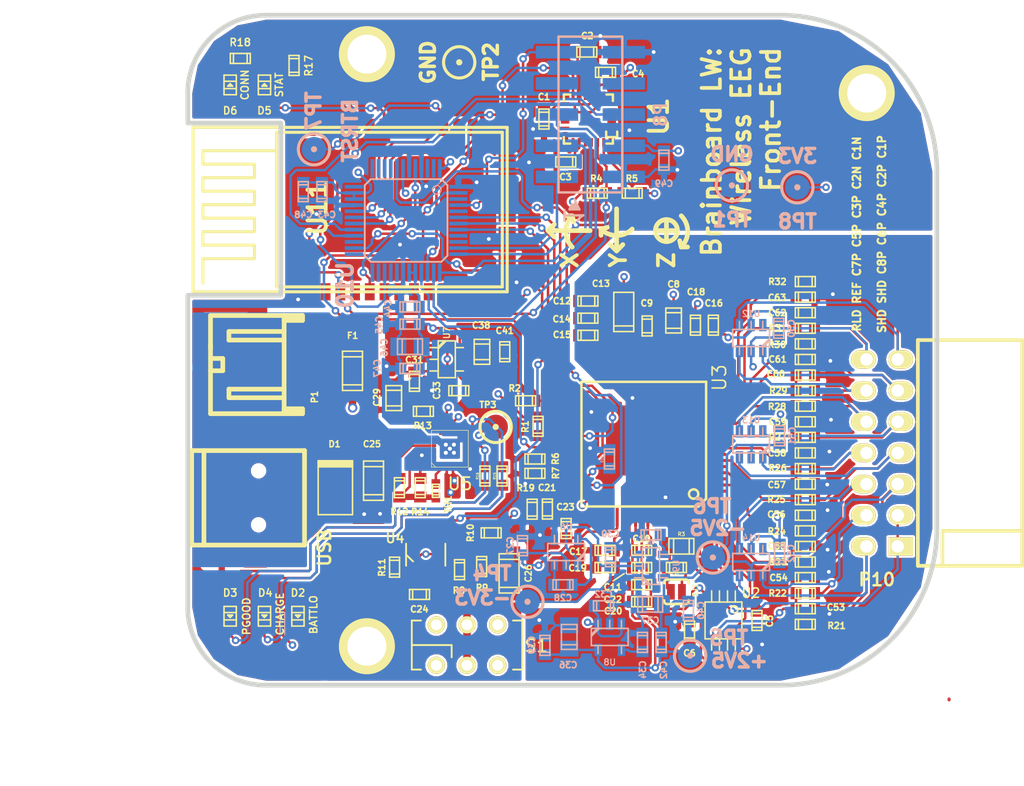
<source format=kicad_pcb>
(kicad_pcb (version 3) (host pcbnew "(2013-05-31 BZR 4019)-stable")
  (layers (15 Top signal) (2 Ground power) (1 Power power) (0 Bottom signal) (18 B.Paste user hide) (19 F.Paste user hide) (20 B.SilkS user) (21 F.SilkS user) (22 B.Mask user) (23 F.Mask user) (28 Edge.Cuts user))
  (net 0 "")
  (net 1 +2.5V)
  (net 2 +3.3V)
  (net 3 +BATT)
  (net 4 -2.5V)
  (net 5 -3.3V)
  (net 6 /BATTLO)
  (net 7 "/Brainboard AFE/BIASINV")
  (net 8 "/Brainboard AFE/SRB1")
  (net 9 "/Brainboard AFE/VCAP1")
  (net 10 "/Brainboard AFE/VCAP2")
  (net 11 "/Brainboard AFE/VCAP3")
  (net 12 "/Brainboard AFE/VCAP4")
  (net 13 "/Brainboard AFE/VREFP")
  (net 14 "/Brainboard Analog In/BIAS_ELEC")
  (net 15 "/Brainboard Analog In/CH1ELEC_N")
  (net 16 "/Brainboard Analog In/CH1ELEC_P")
  (net 17 "/Brainboard Analog In/CH2ELEC_N")
  (net 18 "/Brainboard Analog In/CH2ELEC_P")
  (net 19 "/Brainboard Analog In/CH3ELEC_P")
  (net 20 "/Brainboard Analog In/CH4ELEC_P")
  (net 21 "/Brainboard Analog In/CH5ELEC_P")
  (net 22 "/Brainboard Analog In/CH6ELEC_P")
  (net 23 "/Brainboard Analog In/CH7ELEC_P")
  (net 24 "/Brainboard Analog In/CH8ELEC_P")
  (net 25 "/Brainboard Analog In/REF_ELEC")
  (net 26 "/Brainboard Bluetooth/FACTORY")
  (net 27 "/Brainboard Bluetooth/STATUS")
  (net 28 "/Brainboard Bluetooth/STATUSn")
  (net 29 "/Brainboard IMU/CPOUT")
  (net 30 "/Brainboard IMU/REGOUT")
  (net 31 "/Brainboard MCU/RESET_MCU")
  (net 32 "/Brainboard MCU/TCK")
  (net 33 "/Brainboard MCU/TDI")
  (net 34 "/Brainboard MCU/TDO")
  (net 35 "/Brainboard MCU/TMS")
  (net 36 "/Brainboard Power/B+")
  (net 37 "/Brainboard Power/ILIM")
  (net 38 "/Brainboard Power/ISET")
  (net 39 "/Brainboard Power/OUT")
  (net 40 "/Brainboard Power/TMR")
  (net 41 "/Brainboard Power/TS")
  (net 42 "/Brainboard Power/VBUS")
  (net 43 "/Brainboard Power/_B+")
  (net 44 "/Brainboard Power/~CHG")
  (net 45 "/Brainboard Power/~PGOOD")
  (net 46 /CS)
  (net 47 /DRDY)
  (net 48 /PWDN)
  (net 49 AGND)
  (net 50 AIN1N)
  (net 51 AIN1P)
  (net 52 AIN2N)
  (net 53 AIN2P)
  (net 54 AIN3P)
  (net 55 AIN4P)
  (net 56 AIN5P)
  (net 57 AIN6P)
  (net 58 AIN7P)
  (net 59 AIN8P)
  (net 60 BIAS)
  (net 61 IMU_INT)
  (net 62 MISO)
  (net 63 MOSI)
  (net 64 N-00000107)
  (net 65 N-00000108)
  (net 66 N-0000033)
  (net 67 N-0000034)
  (net 68 N-0000035)
  (net 69 N-0000036)
  (net 70 N-0000051)
  (net 71 N-0000054)
  (net 72 N-0000055)
  (net 73 N-0000056)
  (net 74 N-0000057)
  (net 75 N-0000061)
  (net 76 N-0000067)
  (net 77 N-0000068)
  (net 78 N-0000069)
  (net 79 N-0000070)
  (net 80 REF_IN)
  (net 81 RESET_BT)
  (net 82 SCL)
  (net 83 SCLK)
  (net 84 SDA)
  (net 85 SHIELD)
  (net 86 UARTBT_CTS)
  (net 87 UARTBT_RTS)
  (net 88 UARTBT_RX)
  (net 89 UARTBT_TX)
  (module msoic-8 (layer Top) (at 224.8662 139.5984 180)
    (fp_text reference U2 (at -2.2352 2.2352 180) (layer F.SilkS) (effects (font (size 0.762 0.762) (thickness 0.127))))
    (fp_text value OPA2376 hide)
    (pad 1 smd rect (at -0.97536 2.30124 180) (size 0.40894 1.02108) (layers Top F.Paste F.Mask) (net 85 SHIELD))
    (pad 2 smd rect (at -0.32512 2.30124 180) (size 0.40894 1.02108) (layers Top F.Paste F.Mask) (net 85 SHIELD))
    (pad 3 smd rect (at 0.32512 2.30124 180) (size 0.40894 1.02108) (layers Top F.Paste F.Mask) (net 60 BIAS))
    (pad 4 smd rect (at 0.97536 2.30124 180) (size 0.40894 1.02108) (layers Top F.Paste F.Mask) (net 4 -2.5V))
    (pad 5 smd rect (at 0.97536 -2.30124 180) (size 0.40894 1.02108) (layers Top F.Paste F.Mask) (net 80 REF_IN))
    (pad 6 smd rect (at 0.32512 -2.30124 180) (size 0.40894 1.02108) (layers Top F.Paste F.Mask) (net 8 "/Brainboard AFE/SRB1"))
    (pad 7 smd rect (at -0.32512 -2.30124 180) (size 0.40894 1.02108) (layers Top F.Paste F.Mask) (net 8 "/Brainboard AFE/SRB1"))
    (pad 8 smd rect (at -0.97536 -2.30124 180) (size 0.40894 1.02108) (layers Top F.Paste F.Mask) (net 1 +2.5V))
  )
  (module USB_MINI_B (layer Top) (at 186.1185 129.6035)
    (fp_text reference CON1 hide)
    (fp_text value USB (at 6.223 4.064 90) (layer F.SilkS) (effects (font (size 1.016 1.016) (thickness 0.2032))))
    (pad 1 smd rect (at 3.44932 -1.6002) (size 2.30124 0.50038) (layers Top F.Paste F.Mask) (net 42 "/Brainboard Power/VBUS"))
    (pad 2 smd rect (at 3.44932 -0.8001) (size 2.30124 0.50038) (layers Top F.Paste F.Mask))
    (pad 3 smd rect (at 3.44932 0) (size 2.30124 0.50038) (layers Top F.Paste F.Mask))
    (pad 4 smd rect (at 3.44932 0.8001) (size 2.30124 0.50038) (layers Top F.Paste F.Mask))
    (pad 5 smd rect (at 3.44932 1.6002) (size 2.30124 0.50038) (layers Top F.Paste F.Mask) (net 49 AGND))
    (pad 6 smd rect (at 3.35026 -4.45008) (size 2.49936 1.99898) (layers Top F.Paste F.Mask) (net 49 AGND))
    (pad 7 smd rect (at -2.14884 -4.45008) (size 2.49936 1.99898) (layers Top F.Paste F.Mask) (net 49 AGND))
    (pad 8 smd rect (at 3.35026 4.45008) (size 2.49936 1.99898) (layers Top F.Paste F.Mask) (net 49 AGND))
    (pad 9 smd rect (at -2.14884 4.45008) (size 2.49936 1.99898) (layers Top F.Paste F.Mask) (net 49 AGND))
    (pad "" np_thru_hole circle (at 0.8509 -2.19964) (size 0.89916 0.89916) (drill 0.89916) (layers *.Cu *.Mask F.SilkS))
    (pad 2 np_thru_hole circle (at 0.8509 2.19964) (size 0.89916 0.89916) (drill 0.89916) (layers *.Cu *.Mask F.SilkS))
  )
  (module sot23-6 (layer Bottom) (at 227.12045 134.8359 180)
    (fp_text reference U14 (at 0 1.9812 180) (layer B.SilkS) (effects (font (size 0.50038 0.50038) (thickness 0.09906)) (justify mirror)))
    (fp_text value TPD4E001DBV hide)
    (pad 1 smd rect (at -0.9525 -1.05664 180) (size 0.59944 1.00076) (layers Bottom B.Paste B.Mask) (net 25 "/Brainboard Analog In/REF_ELEC"))
    (pad 3 smd rect (at 0.9525 -1.05664 180) (size 0.59944 1.00076) (layers Bottom B.Paste B.Mask) (net 14 "/Brainboard Analog In/BIAS_ELEC"))
    (pad 2 smd rect (at 0 -1.05664 180) (size 0.59944 1.00076) (layers Bottom B.Paste B.Mask) (net 4 -2.5V))
    (pad 4 smd rect (at 0.9525 1.05664 180) (size 0.59944 1.00076) (layers Bottom B.Paste B.Mask) (net 23 "/Brainboard Analog In/CH7ELEC_P"))
    (pad 6 smd rect (at -0.9525 1.05664 180) (size 0.59944 1.00076) (layers Bottom B.Paste B.Mask) (net 24 "/Brainboard Analog In/CH8ELEC_P"))
    (pad 5 smd rect (at 0 1.05664 180) (size 0.59944 1.00076) (layers Bottom B.Paste B.Mask) (net 1 +2.5V))
  )
  (module r_1206 (layer Top) (at 194.6275 119.253 270)
    (fp_text reference F1 (at -2.8702 -0.0127 360) (layer F.SilkS) (effects (font (size 0.50038 0.50038) (thickness 0.11938))))
    (fp_text value "PTC 500mA" hide)
    (pad 1 smd rect (at 1.397 0 270) (size 1.6002 1.8034) (layers Top F.Paste F.Mask) (net 43 "/Brainboard Power/_B+"))
    (pad 2 smd rect (at -1.397 0 270) (size 1.6002 1.8034) (layers Top F.Paste F.Mask) (net 36 "/Brainboard Power/B+"))
  )
  (module r_0603 (layer Top) (at 231.5337 115.7859)
    (fp_text reference R31 (at -2.2479 -0.0127) (layer F.SilkS) (effects (font (size 0.508 0.508) (thickness 0.127))))
    (fp_text value 4.99K hide)
    (pad 1 smd rect (at 0.75184 0) (size 0.89916 1.00076) (layers Top F.Paste F.Mask) (net 15 "/Brainboard Analog In/CH1ELEC_N"))
    (pad 2 smd rect (at -0.75184 0) (size 0.89916 1.00076) (layers Top F.Paste F.Mask) (net 50 AIN1N))
  )
  (module r_0603 (layer Top) (at 231.5337 120.8659)
    (fp_text reference R29 (at -2.1971 0.0127) (layer F.SilkS) (effects (font (size 0.508 0.508) (thickness 0.127))))
    (fp_text value 4.99K hide)
    (pad 1 smd rect (at 0.75184 0) (size 0.89916 1.00076) (layers Top F.Paste F.Mask) (net 17 "/Brainboard Analog In/CH2ELEC_N"))
    (pad 2 smd rect (at -0.75184 0) (size 0.89916 1.00076) (layers Top F.Paste F.Mask) (net 52 AIN2N))
  )
  (module r_0603 (layer Top) (at 231.5337 122.1359)
    (fp_text reference R28 (at -2.2987 0.0381) (layer F.SilkS) (effects (font (size 0.508 0.508) (thickness 0.127))))
    (fp_text value 4.99K hide)
    (pad 1 smd rect (at 0.75184 0) (size 0.89916 1.00076) (layers Top F.Paste F.Mask) (net 19 "/Brainboard Analog In/CH3ELEC_P"))
    (pad 2 smd rect (at -0.75184 0) (size 0.89916 1.00076) (layers Top F.Paste F.Mask) (net 54 AIN3P))
  )
  (module r_0603 (layer Top) (at 231.5337 124.6759)
    (fp_text reference R27 (at -2.2479 -0.0127) (layer F.SilkS) (effects (font (size 0.508 0.508) (thickness 0.127))))
    (fp_text value 4.99K hide)
    (pad 1 smd rect (at 0.75184 0) (size 0.89916 1.00076) (layers Top F.Paste F.Mask) (net 20 "/Brainboard Analog In/CH4ELEC_P"))
    (pad 2 smd rect (at -0.75184 0) (size 0.89916 1.00076) (layers Top F.Paste F.Mask) (net 55 AIN4P))
  )
  (module r_0603 (layer Top) (at 231.5337 111.9759)
    (fp_text reference R32 (at -2.2733 0.0127) (layer F.SilkS) (effects (font (size 0.508 0.508) (thickness 0.127))))
    (fp_text value 4.99K hide)
    (pad 1 smd rect (at 0.75184 0) (size 0.89916 1.00076) (layers Top F.Paste F.Mask) (net 16 "/Brainboard Analog In/CH1ELEC_P"))
    (pad 2 smd rect (at -0.75184 0) (size 0.89916 1.00076) (layers Top F.Paste F.Mask) (net 51 AIN1P))
  )
  (module r_0603 (layer Top) (at 231.5337 117.0559)
    (fp_text reference R30 (at -2.2987 0.0635) (layer F.SilkS) (effects (font (size 0.508 0.508) (thickness 0.127))))
    (fp_text value 4.99K hide)
    (pad 1 smd rect (at 0.75184 0) (size 0.89916 1.00076) (layers Top F.Paste F.Mask) (net 18 "/Brainboard Analog In/CH2ELEC_P"))
    (pad 2 smd rect (at -0.75184 0) (size 0.89916 1.00076) (layers Top F.Paste F.Mask) (net 53 AIN2P))
  )
  (module r_0603 (layer Top) (at 205.9305 132.461 180)
    (fp_text reference R10 (at 1.6891 0 270) (layer F.SilkS) (effects (font (size 0.508 0.508) (thickness 0.127))))
    (fp_text value 383k hide)
    (pad 1 smd rect (at 0.75184 0 180) (size 0.89916 1.00076) (layers Top F.Paste F.Mask) (net 73 N-0000056))
    (pad 2 smd rect (at -0.75184 0 180) (size 0.89916 1.00076) (layers Top F.Paste F.Mask) (net 49 AGND))
  )
  (module r_0402 (layer Top) (at 201.422 129.032 90)
    (fp_text reference TH1 (at -1.0922 1.016 90) (layer F.SilkS) (effects (font (size 0.508 0.508) (thickness 0.127))))
    (fp_text value "NTC 10K" hide)
    (pad 1 smd rect (at 0.54864 0 90) (size 0.8001 0.6985) (layers Top F.Paste F.Mask) (net 41 "/Brainboard Power/TS"))
    (pad 2 smd rect (at -0.54864 0 90) (size 0.8001 0.6985) (layers Top F.Paste F.Mask) (net 49 AGND))
  )
  (module Led_0603 (layer Top) (at 184.658 95.9485 90)
    (fp_text reference D6 (at -2.0955 0 180) (layer F.SilkS) (effects (font (size 0.59944 0.59944) (thickness 0.11938))))
    (fp_text value CONN (at 0 1.19888 90) (layer F.SilkS) (effects (font (size 0.59944 0.59944) (thickness 0.11938))))
    (pad 1 smd rect (at -0.7493 0 90) (size 0.79756 0.79756) (layers Top F.Paste F.Mask) (net 27 "/Brainboard Bluetooth/STATUS"))
    (pad 2 smd rect (at 0.7493 0 90) (size 0.79756 0.79756) (layers Top F.Paste F.Mask) (net 64 N-00000107))
  )
  (module Led_0603 (layer Top) (at 187.452 95.9485 90)
    (fp_text reference D5 (at -2.0955 0 180) (layer F.SilkS) (effects (font (size 0.59944 0.59944) (thickness 0.11938))))
    (fp_text value STAT (at 0 1.19888 90) (layer F.SilkS) (effects (font (size 0.59944 0.59944) (thickness 0.11938))))
    (pad 1 smd rect (at -0.7493 0 90) (size 0.79756 0.79756) (layers Top F.Paste F.Mask) (net 28 "/Brainboard Bluetooth/STATUSn"))
    (pad 2 smd rect (at 0.7493 0 90) (size 0.79756 0.79756) (layers Top F.Paste F.Mask) (net 65 N-00000108))
  )
  (module Led_0603 (layer Top) (at 184.658 139.2555 270)
    (fp_text reference D3 (at -1.905 0 360) (layer F.SilkS) (effects (font (size 0.59944 0.59944) (thickness 0.11938))))
    (fp_text value PGOOD (at 0 -1.3335 270) (layer F.SilkS) (effects (font (size 0.59944 0.59944) (thickness 0.11938))))
    (pad 1 smd rect (at -0.7493 0 270) (size 0.79756 0.79756) (layers Top F.Paste F.Mask) (net 71 N-0000054))
    (pad 2 smd rect (at 0.7493 0 270) (size 0.79756 0.79756) (layers Top F.Paste F.Mask) (net 45 "/Brainboard Power/~PGOOD"))
  )
  (module Led_0603 (layer Top) (at 187.452 139.2555 270)
    (fp_text reference D4 (at -1.905 -0.0635 360) (layer F.SilkS) (effects (font (size 0.59944 0.59944) (thickness 0.11938))))
    (fp_text value CHARGE (at -0.1905 -1.27 270) (layer F.SilkS) (effects (font (size 0.59944 0.59944) (thickness 0.11938))))
    (pad 1 smd rect (at -0.7493 0 270) (size 0.79756 0.79756) (layers Top F.Paste F.Mask) (net 72 N-0000055))
    (pad 2 smd rect (at 0.7493 0 270) (size 0.79756 0.79756) (layers Top F.Paste F.Mask) (net 44 "/Brainboard Power/~CHG"))
  )
  (module JS202011AQN (layer Top) (at 203.962 141.605)
    (fp_text reference S1 (at 5.6515 0.0635) (layer F.SilkS))
    (fp_text value DPDT hide)
    (pad 4 thru_hole circle (at -2.5 -1.65) (size 1.397 1.397) (drill 0.889) (layers *.Cu *.Mask F.SilkS) (net 43 "/Brainboard Power/_B+"))
    (pad 5 thru_hole circle (at 0 -1.65) (size 1.397 1.397) (drill 0.889) (layers *.Cu *.Mask F.SilkS) (net 3 +BATT))
    (pad 6 thru_hole circle (at 2.5 -1.65) (size 1.397 1.397) (drill 0.889) (layers *.Cu *.Mask F.SilkS))
    (pad 1 thru_hole circle (at -2.5 1.65) (size 1.397 1.397) (drill 0.889) (layers *.Cu *.Mask F.SilkS) (net 43 "/Brainboard Power/_B+"))
    (pad 2 thru_hole circle (at 0 1.65) (size 1.397 1.397) (drill 0.889) (layers *.Cu *.Mask F.SilkS) (net 3 +BATT))
    (pad 3 thru_hole circle (at 2.5 1.65) (size 1.397 1.397) (drill 0.889) (layers *.Cu *.Mask F.SilkS))
  )
  (module c_0603 (layer Top) (at 231.5337 118.3259 180)
    (fp_text reference C61 (at 2.2479 0.0127 180) (layer F.SilkS) (effects (font (size 0.508 0.508) (thickness 0.127))))
    (fp_text value 4.7nF hide)
    (pad 1 smd rect (at 0.75184 0 180) (size 0.89916 1.00076) (layers Top F.Paste F.Mask) (net 53 AIN2P))
    (pad 2 smd rect (at -0.75184 0 180) (size 0.89916 1.00076) (layers Top F.Paste F.Mask) (net 49 AGND))
  )
  (module c_0603 (layer Top) (at 231.5337 113.2459 180)
    (fp_text reference C63 (at 2.2987 -0.0381 180) (layer F.SilkS) (effects (font (size 0.508 0.508) (thickness 0.127))))
    (fp_text value 4.7nF hide)
    (pad 1 smd rect (at 0.75184 0 180) (size 0.89916 1.00076) (layers Top F.Paste F.Mask) (net 51 AIN1P))
    (pad 2 smd rect (at -0.75184 0 180) (size 0.89916 1.00076) (layers Top F.Paste F.Mask) (net 49 AGND))
  )
  (module c_0603 (layer Top) (at 231.5337 114.5159 180)
    (fp_text reference C62 (at 2.2733 -0.0127 180) (layer F.SilkS) (effects (font (size 0.508 0.508) (thickness 0.127))))
    (fp_text value 4.7nF hide)
    (pad 1 smd rect (at 0.75184 0 180) (size 0.89916 1.00076) (layers Top F.Paste F.Mask) (net 50 AIN1N))
    (pad 2 smd rect (at -0.75184 0 180) (size 0.89916 1.00076) (layers Top F.Paste F.Mask) (net 49 AGND))
  )
  (module c_0603 (layer Top) (at 231.5337 119.5959 180)
    (fp_text reference C60 (at 2.4003 0.0889 180) (layer F.SilkS) (effects (font (size 0.508 0.508) (thickness 0.127))))
    (fp_text value 4.7nF hide)
    (pad 1 smd rect (at 0.75184 0 180) (size 0.89916 1.00076) (layers Top F.Paste F.Mask) (net 52 AIN2N))
    (pad 2 smd rect (at -0.75184 0 180) (size 0.89916 1.00076) (layers Top F.Paste F.Mask) (net 49 AGND))
  )
  (module c_0603 (layer Top) (at 231.5337 123.4059 180)
    (fp_text reference C59 (at 2.2479 -0.0127 180) (layer F.SilkS) (effects (font (size 0.508 0.508) (thickness 0.127))))
    (fp_text value 4.7nF hide)
    (pad 1 smd rect (at 0.75184 0 180) (size 0.89916 1.00076) (layers Top F.Paste F.Mask) (net 54 AIN3P))
    (pad 2 smd rect (at -0.75184 0 180) (size 0.89916 1.00076) (layers Top F.Paste F.Mask) (net 49 AGND))
  )
  (module c_0603 (layer Top) (at 231.5337 125.9459 180)
    (fp_text reference C58 (at 2.2987 -0.0127 180) (layer F.SilkS) (effects (font (size 0.508 0.508) (thickness 0.127))))
    (fp_text value 4.7nF hide)
    (pad 1 smd rect (at 0.75184 0 180) (size 0.89916 1.00076) (layers Top F.Paste F.Mask) (net 55 AIN4P))
    (pad 2 smd rect (at -0.75184 0 180) (size 0.89916 1.00076) (layers Top F.Paste F.Mask) (net 49 AGND))
  )
  (module c_0603 (layer Top) (at 231.5337 128.4859 180)
    (fp_text reference C57 (at 2.3241 -0.0635 180) (layer F.SilkS) (effects (font (size 0.508 0.508) (thickness 0.127))))
    (fp_text value 4.7nF hide)
    (pad 1 smd rect (at 0.75184 0 180) (size 0.89916 1.00076) (layers Top F.Paste F.Mask) (net 56 AIN5P))
    (pad 2 smd rect (at -0.75184 0 180) (size 0.89916 1.00076) (layers Top F.Paste F.Mask) (net 49 AGND))
  )
  (module c_0603 (layer Top) (at 212.0138 102.2223)
    (fp_text reference C3 (at -0.0254 1.2319) (layer F.SilkS) (effects (font (size 0.508 0.508) (thickness 0.127))))
    (fp_text value 2.2nF hide)
    (pad 1 smd rect (at 0.75184 0) (size 0.89916 1.00076) (layers Top F.Paste F.Mask) (net 29 "/Brainboard IMU/CPOUT"))
    (pad 2 smd rect (at -0.75184 0) (size 0.89916 1.00076) (layers Top F.Paste F.Mask) (net 49 AGND))
  )
  (module SparkFun-Passives-SJ_2S-NO (layer Top) (at 221.0308 137.2616)
    (fp_text reference SJ1 (at 1.5494 -0.127 90) (layer F.SilkS) (effects (font (size 0.4064 0.4064) (thickness 0.0889))))
    (fp_text value "NO BIAS FILT" hide)
    (pad 1 smd rect (at -0.44958 0) (size 0.635 1.27) (layers Top F.Paste F.Mask) (net 7 "/Brainboard AFE/BIASINV"))
    (pad 2 smd rect (at 0.44958 0) (size 0.635 1.27) (layers Top F.Paste F.Mask) (net 60 BIAS))
  )
  (module QFN24-4x4 (layer Top) (at 213.8553 98.7298 90)
    (fp_text reference U1 (at 0.2032 5.7277 90) (layer F.SilkS) (effects (font (size 1.524 1.524) (thickness 0.3048))))
    (fp_text value MPU6050 hide)
    (pad 1 smd rect (at -1.24968 1.89992 270) (size 0.24892 0.6985) (layers Top F.Paste F.Mask) (net 49 AGND))
    (pad 2 smd rect (at -0.7493 1.89992 270) (size 0.24892 0.6985) (layers Top F.Paste F.Mask))
    (pad 3 smd rect (at -0.24892 1.89992 270) (size 0.24892 0.6985) (layers Top F.Paste F.Mask))
    (pad 4 smd rect (at 0.24892 1.89992 270) (size 0.24892 0.6985) (layers Top F.Paste F.Mask))
    (pad 5 smd rect (at 0.7493 1.89992 270) (size 0.24892 0.6985) (layers Top F.Paste F.Mask))
    (pad 6 smd rect (at 1.24968 1.89992 270) (size 0.24892 0.6985) (layers Top F.Paste F.Mask))
    (pad 7 smd rect (at 1.89992 1.24968) (size 0.24892 0.6985) (layers Top F.Paste F.Mask))
    (pad 8 smd rect (at 1.89992 0.7493) (size 0.24892 0.6985) (layers Top F.Paste F.Mask) (net 2 +3.3V))
    (pad 9 smd rect (at 1.89992 0.24892) (size 0.24892 0.6985) (layers Top F.Paste F.Mask) (net 49 AGND))
    (pad 10 smd rect (at 1.89992 -0.24892) (size 0.24892 0.6985) (layers Top F.Paste F.Mask) (net 30 "/Brainboard IMU/REGOUT"))
    (pad 11 smd rect (at 1.89992 -0.7493) (size 0.24892 0.6985) (layers Top F.Paste F.Mask) (net 49 AGND))
    (pad 12 smd rect (at 1.89992 -1.24968) (size 0.24892 0.6985) (layers Top F.Paste F.Mask) (net 61 IMU_INT))
    (pad 13 smd rect (at 1.24968 -1.89992 90) (size 0.24892 0.6985) (layers Top F.Paste F.Mask) (net 2 +3.3V))
    (pad 14 smd rect (at 0.7493 -1.89992 90) (size 0.24892 0.6985) (layers Top F.Paste F.Mask))
    (pad 15 smd rect (at 0.24892 -1.89992 90) (size 0.24892 0.6985) (layers Top F.Paste F.Mask))
    (pad 16 smd rect (at -0.24892 -1.89992 90) (size 0.24892 0.6985) (layers Top F.Paste F.Mask))
    (pad 17 smd rect (at -0.7493 -1.89992 90) (size 0.24892 0.6985) (layers Top F.Paste F.Mask))
    (pad 18 smd rect (at -1.24968 -1.89992 90) (size 0.24892 0.6985) (layers Top F.Paste F.Mask) (net 49 AGND))
    (pad 19 smd rect (at -1.89992 -1.24968 180) (size 0.24892 0.6985) (layers Top F.Paste F.Mask))
    (pad 20 smd rect (at -1.89992 -0.7493 180) (size 0.24892 0.6985) (layers Top F.Paste F.Mask) (net 29 "/Brainboard IMU/CPOUT"))
    (pad 21 smd rect (at -1.89992 -0.24892 180) (size 0.24892 0.6985) (layers Top F.Paste F.Mask))
    (pad 22 smd rect (at -1.89992 0.24892 180) (size 0.24892 0.6985) (layers Top F.Paste F.Mask))
    (pad 23 smd rect (at -1.89992 0.7493 180) (size 0.24892 0.6985) (layers Top F.Paste F.Mask) (net 82 SCL))
    (pad 24 smd rect (at -1.89992 1.24968 180) (size 0.24892 0.6985) (layers Top F.Paste F.Mask) (net 84 SDA))
  )
  (module -TQFP48 (layer Bottom) (at 198.9963 106.9975 270)
    (fp_text reference U10 (at 5.2705 4.9657 270) (layer B.SilkS) (effects (font (size 1.27 1.27) (thickness 0.28575)) (justify mirror)))
    (fp_text value ATUC3L064 hide)
    (pad 1 smd rect (at -2.74828 -4.24942 270) (size 0.29972 1.4986) (layers Bottom B.Paste B.Mask) (net 49 AGND))
    (pad 2 smd rect (at -2.2479 -4.24942 270) (size 0.29972 1.4986) (layers Bottom B.Paste B.Mask) (net 48 /PWDN))
    (pad 3 smd rect (at -1.74752 -4.24942 270) (size 0.29972 1.4986) (layers Bottom B.Paste B.Mask))
    (pad 4 smd rect (at -1.24968 -4.24942 270) (size 0.29972 1.4986) (layers Bottom B.Paste B.Mask) (net 33 "/Brainboard MCU/TDI"))
    (pad 5 smd rect (at -0.7493 -4.24942 270) (size 0.29972 1.4986) (layers Bottom B.Paste B.Mask))
    (pad 6 smd rect (at -0.24892 -4.24942 270) (size 0.29972 1.4986) (layers Bottom B.Paste B.Mask) (net 46 /CS))
    (pad 7 smd rect (at 0.24892 -4.24942 270) (size 0.29972 1.4986) (layers Bottom B.Paste B.Mask) (net 62 MISO))
    (pad 8 smd rect (at 0.7493 -4.24942 270) (size 0.29972 1.4986) (layers Bottom B.Paste B.Mask) (net 63 MOSI))
    (pad 9 smd rect (at 1.24968 -4.24942 270) (size 0.29972 1.4986) (layers Bottom B.Paste B.Mask))
    (pad 10 smd rect (at 1.74752 -4.24942 270) (size 0.29972 1.4986) (layers Bottom B.Paste B.Mask))
    (pad 11 smd rect (at 2.2479 -4.24942 270) (size 0.29972 1.4986) (layers Bottom B.Paste B.Mask) (net 32 "/Brainboard MCU/TCK"))
    (pad 12 smd rect (at 2.74828 -4.24942 270) (size 0.29972 1.4986) (layers Bottom B.Paste B.Mask) (net 84 SDA))
    (pad 13 smd rect (at 4.24942 -2.74828 270) (size 1.4986 0.29972) (layers Bottom B.Paste B.Mask) (net 34 "/Brainboard MCU/TDO"))
    (pad 14 smd rect (at 4.24942 -2.2479 270) (size 1.4986 0.29972) (layers Bottom B.Paste B.Mask) (net 35 "/Brainboard MCU/TMS"))
    (pad 15 smd rect (at 4.24942 -1.74752 270) (size 1.4986 0.29972) (layers Bottom B.Paste B.Mask) (net 61 IMU_INT))
    (pad 16 smd rect (at 4.24942 -1.24968 270) (size 1.4986 0.29972) (layers Bottom B.Paste B.Mask) (net 83 SCLK))
    (pad 17 smd rect (at 4.24942 -0.7493 270) (size 1.4986 0.29972) (layers Bottom B.Paste B.Mask) (net 2 +3.3V))
    (pad 18 smd rect (at 4.24942 -0.24892 270) (size 1.4986 0.29972) (layers Bottom B.Paste B.Mask) (net 2 +3.3V))
    (pad 19 smd rect (at 4.24942 0.24892 270) (size 1.4986 0.29972) (layers Bottom B.Paste B.Mask) (net 49 AGND))
    (pad 20 smd rect (at 4.24942 0.7493 270) (size 1.4986 0.29972) (layers Bottom B.Paste B.Mask))
    (pad 21 smd rect (at 4.24942 1.24968 270) (size 1.4986 0.29972) (layers Bottom B.Paste B.Mask))
    (pad 22 smd rect (at 4.24942 1.74752 270) (size 1.4986 0.29972) (layers Bottom B.Paste B.Mask) (net 31 "/Brainboard MCU/RESET_MCU"))
    (pad 23 smd rect (at 4.24942 2.2479 270) (size 1.4986 0.29972) (layers Bottom B.Paste B.Mask))
    (pad 24 smd rect (at 4.24942 2.74828 270) (size 1.4986 0.29972) (layers Bottom B.Paste B.Mask))
    (pad 25 smd rect (at 2.74828 4.24942 270) (size 0.29972 1.4986) (layers Bottom B.Paste B.Mask))
    (pad 26 smd rect (at 2.2479 4.24942 270) (size 0.29972 1.4986) (layers Bottom B.Paste B.Mask) (net 6 /BATTLO))
    (pad 27 smd rect (at 1.74752 4.24942 270) (size 0.29972 1.4986) (layers Bottom B.Paste B.Mask))
    (pad 28 smd rect (at 1.24968 4.24942 270) (size 0.29972 1.4986) (layers Bottom B.Paste B.Mask) (net 82 SCL))
    (pad 29 smd rect (at 0.7493 4.24942 270) (size 0.29972 1.4986) (layers Bottom B.Paste B.Mask) (net 86 UARTBT_CTS))
    (pad 30 smd rect (at 0.24892 4.24942 270) (size 0.29972 1.4986) (layers Bottom B.Paste B.Mask) (net 89 UARTBT_TX))
    (pad 31 smd rect (at -0.24892 4.24942 270) (size 0.29972 1.4986) (layers Bottom B.Paste B.Mask) (net 88 UARTBT_RX))
    (pad 32 smd rect (at -0.7493 4.24942 270) (size 0.29972 1.4986) (layers Bottom B.Paste B.Mask) (net 87 UARTBT_RTS))
    (pad 33 smd rect (at -1.24968 4.24942 270) (size 0.29972 1.4986) (layers Bottom B.Paste B.Mask) (net 49 AGND))
    (pad 34 smd rect (at -1.74752 4.24942 270) (size 0.29972 1.4986) (layers Bottom B.Paste B.Mask) (net 2 +3.3V))
    (pad 35 smd rect (at -2.2479 4.24942 270) (size 0.29972 1.4986) (layers Bottom B.Paste B.Mask) (net 2 +3.3V))
    (pad 36 smd rect (at -2.74828 4.24942 270) (size 0.29972 1.4986) (layers Bottom B.Paste B.Mask))
    (pad 37 smd rect (at -4.24942 2.74828 270) (size 1.4986 0.29972) (layers Bottom B.Paste B.Mask))
    (pad 38 smd rect (at -4.24942 2.2479 270) (size 1.4986 0.29972) (layers Bottom B.Paste B.Mask))
    (pad 39 smd rect (at -4.24942 1.74752 270) (size 1.4986 0.29972) (layers Bottom B.Paste B.Mask))
    (pad 40 smd rect (at -4.24942 1.24968 270) (size 1.4986 0.29972) (layers Bottom B.Paste B.Mask))
    (pad 41 smd rect (at -4.24942 0.7493 270) (size 1.4986 0.29972) (layers Bottom B.Paste B.Mask) (net 47 /DRDY))
    (pad 42 smd rect (at -4.24942 0.24892 270) (size 1.4986 0.29972) (layers Bottom B.Paste B.Mask) (net 2 +3.3V))
    (pad 43 smd rect (at -4.24942 -0.24892 270) (size 1.4986 0.29972) (layers Bottom B.Paste B.Mask) (net 49 AGND))
    (pad 44 smd rect (at -4.24942 -0.7493 270) (size 1.4986 0.29972) (layers Bottom B.Paste B.Mask) (net 81 RESET_BT))
    (pad 45 smd rect (at -4.24942 -1.24968 270) (size 1.4986 0.29972) (layers Bottom B.Paste B.Mask) (net 49 AGND))
    (pad 46 smd rect (at -4.24942 -1.74752 270) (size 1.4986 0.29972) (layers Bottom B.Paste B.Mask))
    (pad 47 smd rect (at -4.24942 -2.2479 270) (size 1.4986 0.29972) (layers Bottom B.Paste B.Mask))
    (pad 48 smd rect (at -4.24942 -2.74828 270) (size 1.4986 0.29972) (layers Bottom B.Paste B.Mask) (net 2 +3.3V))
  )
  (module r_0603 (layer Top) (at 205.1558 135.2042 270)
    (fp_text reference R9 (at 1.7272 -0.0254 360) (layer F.SilkS) (effects (font (size 0.508 0.508) (thickness 0.127))))
    (fp_text value 51.1k hide)
    (pad 1 smd rect (at 0.75184 0 270) (size 0.89916 1.00076) (layers Top F.Paste F.Mask) (net 74 N-0000057))
    (pad 2 smd rect (at -0.75184 0 270) (size 0.89916 1.00076) (layers Top F.Paste F.Mask) (net 73 N-0000056))
  )
  (module r_0603 (layer Top) (at 231.5337 139.9159)
    (fp_text reference R21 (at 2.5527 0.1143) (layer F.SilkS) (effects (font (size 0.508 0.508) (thickness 0.127))))
    (fp_text value 4.99K hide)
    (pad 1 smd rect (at 0.75184 0) (size 0.89916 1.00076) (layers Top F.Paste F.Mask) (net 14 "/Brainboard Analog In/BIAS_ELEC"))
    (pad 2 smd rect (at -0.75184 0) (size 0.89916 1.00076) (layers Top F.Paste F.Mask) (net 60 BIAS))
  )
  (module r_0603 (layer Top) (at 200.152 128.778 90)
    (fp_text reference R14 (at -1.9812 0 180) (layer F.SilkS) (effects (font (size 0.508 0.508) (thickness 0.127))))
    (fp_text value 4.42k hide)
    (pad 1 smd rect (at 0.75184 0 90) (size 0.89916 1.00076) (layers Top F.Paste F.Mask) (net 38 "/Brainboard Power/ISET"))
    (pad 2 smd rect (at -0.75184 0 90) (size 0.89916 1.00076) (layers Top F.Paste F.Mask) (net 49 AGND))
  )
  (module r_0603 (layer Top) (at 185.4835 93.7895 180)
    (fp_text reference R18 (at 0.0127 1.3081 180) (layer F.SilkS) (effects (font (size 0.59944 0.59944) (thickness 0.11938))))
    (fp_text value 2.2k hide)
    (pad 1 smd rect (at 0.75184 0 180) (size 0.89916 1.00076) (layers Top F.Paste F.Mask) (net 64 N-00000107))
    (pad 2 smd rect (at -0.75184 0 180) (size 0.89916 1.00076) (layers Top F.Paste F.Mask) (net 49 AGND))
  )
  (module r_0603 (layer Top) (at 189.865 94.361 270)
    (fp_text reference R17 (at 0.0254 -1.1938 270) (layer F.SilkS) (effects (font (size 0.59944 0.59944) (thickness 0.11938))))
    (fp_text value 2.2k hide)
    (pad 1 smd rect (at 0.75184 0 270) (size 0.89916 1.00076) (layers Top F.Paste F.Mask) (net 65 N-00000108))
    (pad 2 smd rect (at -0.75184 0 270) (size 0.89916 1.00076) (layers Top F.Paste F.Mask) (net 49 AGND))
  )
  (module r_0603 (layer Top) (at 205.4225 127.8255 90)
    (fp_text reference R16 (at 0 -0.6096 90) (layer F.SilkS) (effects (font (size 0.20066 0.20066) (thickness 0.04064))))
    (fp_text value 2.2k hide)
    (pad 1 smd rect (at 0.75184 0 90) (size 0.89916 1.00076) (layers Top F.Paste F.Mask) (net 39 "/Brainboard Power/OUT"))
    (pad 2 smd rect (at -0.75184 0 90) (size 0.89916 1.00076) (layers Top F.Paste F.Mask) (net 71 N-0000054))
  )
  (module r_0603 (layer Top) (at 206.8195 127.8255 90)
    (fp_text reference R15 (at 0 -0.6096 90) (layer F.SilkS) (effects (font (size 0.20066 0.20066) (thickness 0.04064))))
    (fp_text value 2.2k hide)
    (pad 1 smd rect (at 0.75184 0 90) (size 0.89916 1.00076) (layers Top F.Paste F.Mask) (net 39 "/Brainboard Power/OUT"))
    (pad 2 smd rect (at -0.75184 0 90) (size 0.89916 1.00076) (layers Top F.Paste F.Mask) (net 72 N-0000055))
  )
  (module r_0603 (layer Top) (at 198.4502 128.778 90)
    (fp_text reference R12 (at -1.9558 0 180) (layer F.SilkS) (effects (font (size 0.50038 0.50038) (thickness 0.11938))))
    (fp_text value 52.3k hide)
    (pad 1 smd rect (at 0.75184 0 90) (size 0.89916 1.00076) (layers Top F.Paste F.Mask) (net 40 "/Brainboard Power/TMR"))
    (pad 2 smd rect (at -0.75184 0 90) (size 0.89916 1.00076) (layers Top F.Paste F.Mask) (net 49 AGND))
  )
  (module r_0603 (layer Top) (at 198.0565 135.255 90)
    (fp_text reference R11 (at -0.0254 -1.0287 90) (layer F.SilkS) (effects (font (size 0.508 0.508) (thickness 0.127))))
    (fp_text value 2.2k hide)
    (pad 1 smd rect (at 0.75184 0 90) (size 0.89916 1.00076) (layers Top F.Paste F.Mask) (net 6 /BATTLO))
    (pad 2 smd rect (at -0.75184 0 90) (size 0.89916 1.00076) (layers Top F.Paste F.Mask) (net 75 N-0000061))
  )
  (module r_0603 (layer Top) (at 200.406 122.555)
    (fp_text reference R13 (at -0.0508 1.1684) (layer F.SilkS) (effects (font (size 0.508 0.508) (thickness 0.127))))
    (fp_text value 1.18k hide)
    (pad 1 smd rect (at 0.75184 0) (size 0.89916 1.00076) (layers Top F.Paste F.Mask) (net 37 "/Brainboard Power/ILIM"))
    (pad 2 smd rect (at -0.75184 0) (size 0.89916 1.00076) (layers Top F.Paste F.Mask) (net 49 AGND))
  )
  (module r_0603 (layer Top) (at 231.5337 132.2959)
    (fp_text reference R24 (at -2.3241 0.0381) (layer F.SilkS) (effects (font (size 0.508 0.508) (thickness 0.127))))
    (fp_text value 4.99K hide)
    (pad 1 smd rect (at 0.75184 0) (size 0.89916 1.00076) (layers Top F.Paste F.Mask) (net 23 "/Brainboard Analog In/CH7ELEC_P"))
    (pad 2 smd rect (at -0.75184 0) (size 0.89916 1.00076) (layers Top F.Paste F.Mask) (net 58 AIN7P))
  )
  (module r_0603 (layer Top) (at 208.7372 121.6914 180)
    (fp_text reference R2 (at 0.889 1.016 180) (layer F.SilkS) (effects (font (size 0.508 0.508) (thickness 0.127))))
    (fp_text value 10K hide)
    (pad 1 smd rect (at 0.75184 0 180) (size 0.89916 1.00076) (layers Top F.Paste F.Mask) (net 2 +3.3V))
    (pad 2 smd rect (at -0.75184 0 180) (size 0.89916 1.00076) (layers Top F.Paste F.Mask) (net 48 /PWDN))
  )
  (module r_0603 (layer Top) (at 209.7532 123.7742 90)
    (fp_text reference R1 (at -0.0254 -1.0414 90) (layer F.SilkS) (effects (font (size 0.508 0.508) (thickness 0.127))))
    (fp_text value 10K hide)
    (pad 1 smd rect (at 0.75184 0 90) (size 0.89916 1.00076) (layers Top F.Paste F.Mask) (net 2 +3.3V))
    (pad 2 smd rect (at -0.75184 0 90) (size 0.89916 1.00076) (layers Top F.Paste F.Mask) (net 46 /CS))
  )
  (module r_0603 (layer Top) (at 203.3524 135.4582 90)
    (fp_text reference R8 (at -1.7018 -0.0508 180) (layer F.SilkS) (effects (font (size 0.508 0.508) (thickness 0.127))))
    (fp_text value 562k hide)
    (pad 1 smd rect (at 0.75184 0 90) (size 0.89916 1.00076) (layers Top F.Paste F.Mask) (net 3 +BATT))
    (pad 2 smd rect (at -0.75184 0 90) (size 0.89916 1.00076) (layers Top F.Paste F.Mask) (net 74 N-0000057))
  )
  (module TQFP_64 (layer Top) (at 218.4527 125.3109 90)
    (fp_text reference U3 (at 5.4991 6.0833 90) (layer F.SilkS) (effects (font (size 1.09982 1.09982) (thickness 0.127))))
    (fp_text value ADS1299 hide)
    (pad 1 smd rect (at -3.74904 5.86994 90) (size 0.24892 1.524) (layers Top F.Paste F.Mask) (net 8 "/Brainboard AFE/SRB1"))
    (pad 2 smd rect (at -3.24866 5.86994 90) (size 0.24892 1.524) (layers Top F.Paste F.Mask) (net 59 AIN8P))
    (pad 3 smd rect (at -2.74828 5.86994 90) (size 0.24892 1.524) (layers Top F.Paste F.Mask) (net 8 "/Brainboard AFE/SRB1"))
    (pad 4 smd rect (at -2.2479 5.86994 90) (size 0.24892 1.524) (layers Top F.Paste F.Mask) (net 58 AIN7P))
    (pad 5 smd rect (at -1.74752 5.86994 90) (size 0.24892 1.524) (layers Top F.Paste F.Mask) (net 8 "/Brainboard AFE/SRB1"))
    (pad 6 smd rect (at -1.24968 5.86994 90) (size 0.24892 1.524) (layers Top F.Paste F.Mask) (net 57 AIN6P))
    (pad 7 smd rect (at -0.7493 5.86994 90) (size 0.24892 1.524) (layers Top F.Paste F.Mask) (net 8 "/Brainboard AFE/SRB1"))
    (pad 8 smd rect (at -0.24892 5.86994 90) (size 0.24892 1.524) (layers Top F.Paste F.Mask) (net 56 AIN5P))
    (pad 9 smd rect (at 0.25146 5.86994 90) (size 0.24892 1.524) (layers Top F.Paste F.Mask) (net 8 "/Brainboard AFE/SRB1"))
    (pad 10 smd rect (at 0.75184 5.86994 90) (size 0.24892 1.524) (layers Top F.Paste F.Mask) (net 55 AIN4P))
    (pad 11 smd rect (at 1.25222 5.86994 90) (size 0.24892 1.524) (layers Top F.Paste F.Mask) (net 8 "/Brainboard AFE/SRB1"))
    (pad 12 smd rect (at 1.75006 5.86994 90) (size 0.24892 1.524) (layers Top F.Paste F.Mask) (net 54 AIN3P))
    (pad 13 smd rect (at 2.25044 5.86994 90) (size 0.24892 1.524) (layers Top F.Paste F.Mask) (net 52 AIN2N))
    (pad 14 smd rect (at 2.75082 5.86994 90) (size 0.24892 1.524) (layers Top F.Paste F.Mask) (net 53 AIN2P))
    (pad 15 smd rect (at 3.2512 5.86994 90) (size 0.24892 1.524) (layers Top F.Paste F.Mask) (net 50 AIN1N))
    (pad 16 smd rect (at 3.75158 5.86994 90) (size 0.24892 1.524) (layers Top F.Paste F.Mask) (net 51 AIN1P))
    (pad 17 smd rect (at 6.0325 3.74904 90) (size 1.524 0.24892) (layers Top F.Paste F.Mask) (net 8 "/Brainboard AFE/SRB1"))
    (pad 18 smd rect (at 6.0325 3.24866 90) (size 1.524 0.24892) (layers Top F.Paste F.Mask))
    (pad 19 smd rect (at 6.0325 2.74828 90) (size 1.524 0.24892) (layers Top F.Paste F.Mask) (net 1 +2.5V))
    (pad 20 smd rect (at 6.0325 2.2479 90) (size 1.524 0.24892) (layers Top F.Paste F.Mask) (net 4 -2.5V))
    (pad 21 smd rect (at 6.0325 1.74752 90) (size 1.524 0.24892) (layers Top F.Paste F.Mask) (net 1 +2.5V))
    (pad 22 smd rect (at 6.0325 1.24968 90) (size 1.524 0.24892) (layers Top F.Paste F.Mask) (net 1 +2.5V))
    (pad 23 smd rect (at 6.0325 0.7493 90) (size 1.524 0.24892) (layers Top F.Paste F.Mask) (net 4 -2.5V))
    (pad 24 smd rect (at 6.0325 0.24892 90) (size 1.524 0.24892) (layers Top F.Paste F.Mask) (net 13 "/Brainboard AFE/VREFP"))
    (pad 25 smd rect (at 6.0325 -0.25146 90) (size 1.524 0.24892) (layers Top F.Paste F.Mask) (net 4 -2.5V))
    (pad 26 smd rect (at 6.0325 -0.75184 90) (size 1.524 0.24892) (layers Top F.Paste F.Mask) (net 12 "/Brainboard AFE/VCAP4"))
    (pad 27 smd rect (at 6.0325 -1.25222 90) (size 1.524 0.24892) (layers Top F.Paste F.Mask))
    (pad 28 smd rect (at 6.0325 -1.75006 90) (size 1.524 0.24892) (layers Top F.Paste F.Mask) (net 9 "/Brainboard AFE/VCAP1"))
    (pad 29 smd rect (at 6.0325 -2.25044 90) (size 1.524 0.24892) (layers Top F.Paste F.Mask))
    (pad 30 smd rect (at 6.0325 -2.75082 90) (size 1.524 0.24892) (layers Top F.Paste F.Mask) (net 10 "/Brainboard AFE/VCAP2"))
    (pad 31 smd rect (at 6.0325 -3.2512 90) (size 1.524 0.24892) (layers Top F.Paste F.Mask) (net 49 AGND))
    (pad 32 smd rect (at 6.0325 -3.75158 90) (size 1.524 0.24892) (layers Top F.Paste F.Mask) (net 4 -2.5V))
    (pad 33 smd rect (at 3.75158 -6.0325 90) (size 0.24892 1.524) (layers Top F.Paste F.Mask) (net 49 AGND))
    (pad 34 smd rect (at 3.2512 -6.0325 90) (size 0.24892 1.524) (layers Top F.Paste F.Mask) (net 63 MOSI))
    (pad 35 smd rect (at 2.75082 -6.0325 90) (size 0.24892 1.524) (layers Top F.Paste F.Mask) (net 48 /PWDN))
    (pad 36 smd rect (at 2.25044 -6.0325 90) (size 0.24892 1.524) (layers Top F.Paste F.Mask) (net 2 +3.3V))
    (pad 37 smd rect (at 1.75006 -6.0325 90) (size 0.24892 1.524) (layers Top F.Paste F.Mask))
    (pad 38 smd rect (at 1.25222 -6.0325 90) (size 0.24892 1.524) (layers Top F.Paste F.Mask) (net 49 AGND))
    (pad 39 smd rect (at 0.75184 -6.0325 90) (size 0.24892 1.524) (layers Top F.Paste F.Mask) (net 46 /CS))
    (pad 40 smd rect (at 0.25146 -6.0325 90) (size 0.24892 1.524) (layers Top F.Paste F.Mask) (net 83 SCLK))
    (pad 41 smd rect (at -0.24892 -6.0325 90) (size 0.24892 1.524) (layers Top F.Paste F.Mask) (net 49 AGND))
    (pad 42 smd rect (at -0.7493 -6.0325 90) (size 0.24892 1.524) (layers Top F.Paste F.Mask) (net 69 N-0000036))
    (pad 43 smd rect (at -1.24968 -6.0325 90) (size 0.24892 1.524) (layers Top F.Paste F.Mask) (net 62 MISO))
    (pad 44 smd rect (at -1.74752 -6.0325 90) (size 0.24892 1.524) (layers Top F.Paste F.Mask) (net 68 N-0000035))
    (pad 45 smd rect (at -2.2479 -6.0325 90) (size 0.24892 1.524) (layers Top F.Paste F.Mask) (net 67 N-0000034))
    (pad 46 smd rect (at -2.74828 -6.0325 90) (size 0.24892 1.524) (layers Top F.Paste F.Mask) (net 66 N-0000033))
    (pad 47 smd rect (at -3.24866 -6.0325 90) (size 0.24892 1.524) (layers Top F.Paste F.Mask) (net 47 /DRDY))
    (pad 48 smd rect (at -3.74904 -6.0325 90) (size 0.24892 1.524) (layers Top F.Paste F.Mask) (net 2 +3.3V))
    (pad 49 smd rect (at -5.86994 -3.75158 90) (size 1.524 0.24892) (layers Top F.Paste F.Mask) (net 49 AGND))
    (pad 50 smd rect (at -5.86994 -3.2512 90) (size 1.524 0.24892) (layers Top F.Paste F.Mask) (net 2 +3.3V))
    (pad 52 smd rect (at -5.86994 -2.25044 90) (size 1.524 0.24892) (layers Top F.Paste F.Mask) (net 2 +3.3V))
    (pad 51 smd rect (at -5.88772 -2.75082 90) (size 1.524 0.24892) (layers Top F.Paste F.Mask) (net 49 AGND))
    (pad 53 smd rect (at -5.86994 -1.75006 90) (size 1.524 0.24892) (layers Top F.Paste F.Mask) (net 4 -2.5V))
    (pad 54 smd rect (at -5.86994 -1.25222 90) (size 1.524 0.24892) (layers Top F.Paste F.Mask) (net 1 +2.5V))
    (pad 55 smd rect (at -5.86994 -0.75184 90) (size 1.524 0.24892) (layers Top F.Paste F.Mask) (net 11 "/Brainboard AFE/VCAP3"))
    (pad 56 smd rect (at -5.86994 -0.25146 90) (size 1.524 0.24892) (layers Top F.Paste F.Mask) (net 1 +2.5V))
    (pad 57 smd rect (at -5.86994 0.24892 90) (size 1.524 0.24892) (layers Top F.Paste F.Mask) (net 4 -2.5V))
    (pad 58 smd rect (at -5.86994 0.7493 90) (size 1.524 0.24892) (layers Top F.Paste F.Mask) (net 4 -2.5V))
    (pad 59 smd rect (at -5.86994 1.24206 90) (size 1.524 0.24892) (layers Top F.Paste F.Mask) (net 1 +2.5V))
    (pad 60 smd rect (at -5.86994 1.74244 90) (size 1.524 0.24892) (layers Top F.Paste F.Mask) (net 49 AGND))
    (pad 61 smd rect (at -5.86994 2.24282 90) (size 1.524 0.24892) (layers Top F.Paste F.Mask) (net 7 "/Brainboard AFE/BIASINV"))
    (pad 62 smd rect (at -5.86994 2.7432 90) (size 1.524 0.24892) (layers Top F.Paste F.Mask) (net 60 BIAS))
    (pad 63 smd rect (at -5.86994 3.24104 90) (size 1.524 0.24892) (layers Top F.Paste F.Mask) (net 60 BIAS))
    (pad 64 smd rect (at -5.86994 3.74142 90) (size 1.524 0.24892) (layers Top F.Paste F.Mask))
  )
  (module s2b-ph-sm4-tb (layer Top) (at 190.0555 118.745 270)
    (fp_text reference P1 (at 2.6416 -1.4859 270) (layer F.SilkS) (effects (font (size 0.508 0.508) (thickness 0.127))))
    (fp_text value JST hide)
    (pad 1 smd rect (at -1.00076 0 270) (size 0.99568 3.49758) (layers Top F.Paste F.Mask) (net 36 "/Brainboard Power/B+"))
    (pad 2 smd rect (at 1.00076 0 270) (size 0.99822 3.49758) (layers Top F.Paste F.Mask) (net 49 AGND))
    (pad "" smd rect (at -3.34518 5.74802 270) (size 1.4986 3.39852) (layers Top F.Paste F.Mask))
    (pad "" smd rect (at 3.34772 5.74802 270) (size 1.4986 3.39598) (layers Top F.Paste F.Mask))
  )
  (module c_0603 (layer Bottom) (at 215.0872 138.4046 180)
    (fp_text reference C32 (at 0 0.9398 180) (layer B.SilkS) (effects (font (size 0.508 0.508) (thickness 0.127)) (justify mirror)))
    (fp_text value 1uF hide)
    (pad 1 smd rect (at 0.75184 0 180) (size 0.89916 1.00076) (layers Bottom B.Paste B.Mask) (net 2 +3.3V))
    (pad 2 smd rect (at -0.75184 0 180) (size 0.89916 1.00076) (layers Bottom B.Paste B.Mask) (net 49 AGND))
  )
  (module r_0603 (layer Top) (at 231.5337 137.3759)
    (fp_text reference R22 (at -2.2479 0.0127) (layer F.SilkS) (effects (font (size 0.508 0.508) (thickness 0.127))))
    (fp_text value 4.99K hide)
    (pad 1 smd rect (at 0.75184 0) (size 0.89916 1.00076) (layers Top F.Paste F.Mask) (net 25 "/Brainboard Analog In/REF_ELEC"))
    (pad 2 smd rect (at -0.75184 0) (size 0.89916 1.00076) (layers Top F.Paste F.Mask) (net 80 REF_IN))
  )
  (module r_0603 (layer Top) (at 231.5337 134.8359)
    (fp_text reference R23 (at -2.2225 -0.0127) (layer F.SilkS) (effects (font (size 0.508 0.508) (thickness 0.127))))
    (fp_text value 4.99K hide)
    (pad 1 smd rect (at 0.75184 0) (size 0.89916 1.00076) (layers Top F.Paste F.Mask) (net 24 "/Brainboard Analog In/CH8ELEC_P"))
    (pad 2 smd rect (at -0.75184 0) (size 0.89916 1.00076) (layers Top F.Paste F.Mask) (net 59 AIN8P))
  )
  (module do214ac (layer Top) (at 193.2305 128.778 90)
    (fp_text reference D1 (at 3.556 -0.0635 180) (layer F.SilkS) (effects (font (size 0.50038 0.50038) (thickness 0.11938))))
    (fp_text value SMAJ7.0A hide)
    (pad 2 smd rect (at 1.72974 0 90) (size 2.10058 1.69926) (layers Top F.Paste F.Mask) (net 42 "/Brainboard Power/VBUS"))
    (pad 1 smd rect (at -1.72974 0 90) (size 2.10058 1.69926) (layers Top F.Paste F.Mask) (net 49 AGND))
  )
  (module Led_0603 (layer Top) (at 190.1825 139.2555 270)
    (fp_text reference D2 (at -1.905 0 360) (layer F.SilkS) (effects (font (size 0.59944 0.59944) (thickness 0.11938))))
    (fp_text value BATTLO (at -0.127 -1.27 270) (layer F.SilkS) (effects (font (size 0.59944 0.59944) (thickness 0.11938))))
    (pad 1 smd rect (at -0.7493 0 270) (size 0.79756 0.79756) (layers Top F.Paste F.Mask) (net 2 +3.3V))
    (pad 2 smd rect (at 0.7493 0 270) (size 0.79756 0.79756) (layers Top F.Paste F.Mask) (net 75 N-0000061))
  )
  (module testpoint_2mm (layer Bottom) (at 222.1484 142.4686 180)
    (fp_text reference TP5 (at -3.1496 1.4478 180) (layer B.SilkS) (effects (font (size 1.143 1.143) (thickness 0.28575)) (justify mirror)))
    (fp_text value +2V5 (at -4.0132 -0.4064 180) (layer B.SilkS) (effects (font (size 1.143 1.143) (thickness 0.28575)) (justify mirror)))
    (pad 1 smd circle (at 0 0 180) (size 1.99898 1.99898) (layers Bottom B.Paste B.Mask) (net 1 +2.5V))
  )
  (module testpoint_2mm (layer Bottom) (at 224.0026 134.4676 180)
    (fp_text reference TP6 (at 0.0762 4.1656 180) (layer B.SilkS) (effects (font (size 1.143 1.143) (thickness 0.28575)) (justify mirror)))
    (fp_text value -2V5 (at -0.4064 2.3876 180) (layer B.SilkS) (effects (font (size 1.143 1.143) (thickness 0.28575)) (justify mirror)))
    (pad 1 smd circle (at 0 0 180) (size 1.99898 1.99898) (layers Bottom B.Paste B.Mask) (net 4 -2.5V))
  )
  (module testpoint_2mm (layer Top) (at 206.2988 123.825 180)
    (fp_text reference TP3 (at 0.635 1.8034 180) (layer F.SilkS) (effects (font (size 0.508 0.508) (thickness 0.127))))
    (fp_text value PREREG hide)
    (pad 1 smd circle (at 0 0 180) (size 1.99898 1.99898) (layers Top F.Paste F.Mask) (net 39 "/Brainboard Power/OUT"))
  )
  (module bb02-hp10 (layer Bottom) (at 214.0204 98.3615 90)
    (fp_text reference P8 (at -0.0127 5.715 90) (layer B.SilkS) (effects (font (size 0.99822 0.99822) (thickness 0.19812)) (justify mirror)))
    (fp_text value CONN_5X2 hide)
    (pad 8 smd rect (at 2.54 2.725 90) (size 1.02 3.45) (layers Bottom B.Paste B.Mask))
    (pad 7 smd rect (at 2.54 -2.725 90) (size 1.02 3.45) (layers Bottom B.Paste B.Mask))
    (pad 6 smd rect (at 0 2.725 90) (size 1.02 3.45) (layers Bottom B.Paste B.Mask) (net 31 "/Brainboard MCU/RESET_MCU"))
    (pad 5 smd rect (at 0 -2.725 90) (size 1.02 3.45) (layers Bottom B.Paste B.Mask) (net 35 "/Brainboard MCU/TMS"))
    (pad 1 smd rect (at -5.08 -2.725 90) (size 1.02 3.45) (layers Bottom B.Paste B.Mask) (net 32 "/Brainboard MCU/TCK"))
    (pad 2 smd rect (at -5.08 2.725 90) (size 1.02 3.45) (layers Bottom B.Paste B.Mask) (net 49 AGND))
    (pad 3 smd rect (at -2.54 -2.725 90) (size 1.02 3.45) (layers Bottom B.Paste B.Mask) (net 34 "/Brainboard MCU/TDO"))
    (pad 4 smd rect (at -2.54 2.725 90) (size 1.02 3.45) (layers Bottom B.Paste B.Mask) (net 2 +3.3V))
    (pad 10 smd rect (at 5.08 2.725 90) (size 1.02 3.45) (layers Bottom B.Paste B.Mask) (net 49 AGND))
    (pad 9 smd rect (at 5.08 -2.725 90) (size 1.02 3.45) (layers Bottom B.Paste B.Mask) (net 33 "/Brainboard MCU/TDI"))
  )
  (module testpoint_2mm (layer Bottom) (at 208.8896 138.0744 180)
    (fp_text reference TP4 (at 2.8956 2.3114 180) (layer B.SilkS) (effects (font (size 1.143 1.143) (thickness 0.28575)) (justify mirror)))
    (fp_text value -3V3 (at 3.6576 0.3302 180) (layer B.SilkS) (effects (font (size 1.143 1.143) (thickness 0.28575)) (justify mirror)))
    (pad 1 smd circle (at 0 0 180) (size 1.99898 1.99898) (layers Bottom B.Paste B.Mask) (net 5 -3.3V))
  )
  (module sot23-5 (layer Bottom) (at 212.0392 134.0231 180)
    (fp_text reference U6 (at 0 2.0574 180) (layer B.SilkS) (effects (font (size 0.50038 0.50038) (thickness 0.09906)) (justify mirror)))
    (fp_text value TPS60403 hide)
    (pad 1 smd rect (at -0.9525 -1.05664 180) (size 0.59944 1.00076) (layers Bottom B.Paste B.Mask) (net 5 -3.3V))
    (pad 3 smd rect (at 0.9525 -1.05664 180) (size 0.59944 1.00076) (layers Bottom B.Paste B.Mask) (net 76 N-0000067))
    (pad 2 smd rect (at 0 -1.05664 180) (size 0.59944 1.00076) (layers Bottom B.Paste B.Mask) (net 2 +3.3V))
    (pad 4 smd rect (at 0.9525 1.05664 180) (size 0.59944 1.00076) (layers Bottom B.Paste B.Mask) (net 49 AGND))
    (pad 5 smd rect (at -0.9525 1.05664 180) (size 0.59944 1.00076) (layers Bottom B.Paste B.Mask) (net 77 N-0000068))
  )
  (module sot23-5 (layer Top) (at 202.311 118.3132 270)
    (fp_text reference U7 (at -2.159 0 270) (layer F.SilkS) (effects (font (size 0.50038 0.50038) (thickness 0.09906))))
    (fp_text value TPS73233 hide)
    (pad 1 smd rect (at -0.9525 1.05664 270) (size 0.59944 1.00076) (layers Top F.Paste F.Mask) (net 39 "/Brainboard Power/OUT"))
    (pad 3 smd rect (at 0.9525 1.05664 270) (size 0.59944 1.00076) (layers Top F.Paste F.Mask) (net 39 "/Brainboard Power/OUT"))
    (pad 2 smd rect (at 0 1.05664 270) (size 0.59944 1.00076) (layers Top F.Paste F.Mask) (net 49 AGND))
    (pad 4 smd rect (at 0.9525 -1.05664 270) (size 0.59944 1.00076) (layers Top F.Paste F.Mask) (net 70 N-0000051))
    (pad 5 smd rect (at -0.9525 -1.05664 270) (size 0.59944 1.00076) (layers Top F.Paste F.Mask) (net 2 +3.3V))
  )
  (module s-pvqfn-n16-vias (layer Top) (at 202.565 125.603 90)
    (fp_text reference U5 (at -2.8575 0.8255 180) (layer F.SilkS))
    (fp_text value "BQ24074(T)" hide)
    (pad 7 smd rect (at 0.25 1.36 90) (size 0.24 0.48) (layers Top F.Paste F.Mask) (net 45 "/Brainboard Power/~PGOOD"))
    (pad 8 smd rect (at 0.75 1.36 90) (size 0.24 0.48) (layers Top F.Paste F.Mask) (net 49 AGND))
    (pad 6 smd rect (at -0.25 1.36 90) (size 0.24 0.48) (layers Top F.Paste F.Mask) (net 39 "/Brainboard Power/OUT"))
    (pad 5 smd rect (at -0.75 1.36 90) (size 0.24 0.48) (layers Top F.Paste F.Mask) (net 49 AGND))
    (pad 16 smd rect (at -0.75 -1.36 90) (size 0.24 0.48) (layers Top F.Paste F.Mask) (net 38 "/Brainboard Power/ISET"))
    (pad 15 smd rect (at -0.25 -1.36 90) (size 0.24 0.48) (layers Top F.Paste F.Mask) (net 49 AGND))
    (pad 14 smd rect (at 0.25 -1.36 90) (size 0.24 0.48) (layers Top F.Paste F.Mask) (net 40 "/Brainboard Power/TMR"))
    (pad 13 smd rect (at 0.75 -1.36 90) (size 0.24 0.48) (layers Top F.Paste F.Mask) (net 42 "/Brainboard Power/VBUS"))
    (pad 1 smd rect (at -1.36 -0.75 90) (size 0.48 0.24) (layers Top F.Paste F.Mask) (net 41 "/Brainboard Power/TS"))
    (pad 2 smd rect (at -1.36 -0.25 90) (size 0.48 0.24) (layers Top F.Paste F.Mask) (net 3 +BATT))
    (pad 3 smd rect (at -1.36 0.25 90) (size 0.48 0.24) (layers Top F.Paste F.Mask) (net 3 +BATT))
    (pad 4 smd rect (at -1.36 0.75 90) (size 0.48 0.24) (layers Top F.Paste F.Mask) (net 49 AGND))
    (pad 9 smd rect (at 1.36 0.75 90) (size 0.48 0.24) (layers Top F.Paste F.Mask) (net 44 "/Brainboard Power/~CHG"))
    (pad 10 smd rect (at 1.36 0.25 90) (size 0.48 0.24) (layers Top F.Paste F.Mask) (net 39 "/Brainboard Power/OUT"))
    (pad 11 smd rect (at 1.36 -0.25 90) (size 0.48 0.24) (layers Top F.Paste F.Mask) (net 39 "/Brainboard Power/OUT"))
    (pad 12 smd rect (at 1.36 -0.75 90) (size 0.48 0.24) (layers Top F.Paste F.Mask) (net 37 "/Brainboard Power/ILIM"))
    (pad 17 smd rect (at -0.4 -0.4 90) (size 0.8 0.8) (layers Top F.Paste F.Mask) (net 49 AGND))
    (pad 17 smd rect (at 0.4 -0.4 90) (size 0.8 0.8) (layers Top F.Paste F.Mask) (net 49 AGND))
    (pad 17 smd rect (at 0.4 0.4 90) (size 0.8 0.8) (layers Top F.Paste F.Mask) (net 49 AGND))
    (pad 17 smd rect (at -0.4 0.4 90) (size 0.8 0.8) (layers Top F.Paste F.Mask) (net 49 AGND))
    (pad 17 thru_hole circle (at 0.3302 -0.3302 90) (size 0.3302 0.3302) (drill 0.3302) (layers *.Cu) (net 49 AGND))
    (pad 17 thru_hole circle (at 0.3302 0.3302 90) (size 0.3302 0.3302) (drill 0.3302) (layers *.Cu) (net 49 AGND))
    (pad 17 thru_hole circle (at -0.3302 0.3302 90) (size 0.3302 0.3302) (drill 0.3302) (layers *.Cu) (net 49 AGND))
    (pad 17 thru_hole circle (at -0.3302 -0.3302 90) (size 0.3302 0.3302) (drill 0.3302) (layers *.Cu) (net 49 AGND))
    (pad 17 thru_hole circle (at 0 0 90) (size 0.3302 0.3302) (drill 0.3302) (layers *.Cu) (net 49 AGND))
  )
  (module sot23-5 (layer Bottom) (at 215.5952 140.9446)
    (fp_text reference U8 (at 0 2.0574) (layer B.SilkS) (effects (font (size 0.50038 0.50038) (thickness 0.09906)) (justify mirror)))
    (fp_text value TPS73225 hide)
    (pad 1 smd rect (at -0.9525 -1.05664) (size 0.59944 1.00076) (layers Bottom B.Paste B.Mask) (net 2 +3.3V))
    (pad 3 smd rect (at 0.9525 -1.05664) (size 0.59944 1.00076) (layers Bottom B.Paste B.Mask) (net 2 +3.3V))
    (pad 2 smd rect (at 0 -1.05664) (size 0.59944 1.00076) (layers Bottom B.Paste B.Mask) (net 49 AGND))
    (pad 4 smd rect (at 0.9525 1.05664) (size 0.59944 1.00076) (layers Bottom B.Paste B.Mask) (net 78 N-0000069))
    (pad 5 smd rect (at -0.9525 1.05664) (size 0.59944 1.00076) (layers Bottom B.Paste B.Mask) (net 1 +2.5V))
  )
  (module sot23-5 (layer Bottom) (at 218.9607 135.1661 90)
    (fp_text reference U9 (at 0 2.0574 90) (layer B.SilkS) (effects (font (size 0.50038 0.50038) (thickness 0.09906)) (justify mirror)))
    (fp_text value TPS72325 hide)
    (pad 1 smd rect (at -0.9525 -1.05664 90) (size 0.59944 1.00076) (layers Bottom B.Paste B.Mask) (net 49 AGND))
    (pad 3 smd rect (at 0.9525 -1.05664 90) (size 0.59944 1.00076) (layers Bottom B.Paste B.Mask) (net 5 -3.3V))
    (pad 2 smd rect (at 0 -1.05664 90) (size 0.59944 1.00076) (layers Bottom B.Paste B.Mask) (net 5 -3.3V))
    (pad 4 smd rect (at 0.9525 1.05664 90) (size 0.59944 1.00076) (layers Bottom B.Paste B.Mask) (net 79 N-0000070))
    (pad 5 smd rect (at -0.9525 1.05664 90) (size 0.59944 1.00076) (layers Bottom B.Paste B.Mask) (net 4 -2.5V))
  )
  (module sot23-6 (layer Bottom) (at 227.12045 116.57965 180)
    (fp_text reference U12 (at 0 1.9812 180) (layer B.SilkS) (effects (font (size 0.50038 0.50038) (thickness 0.09906)) (justify mirror)))
    (fp_text value TPD4E001DBV hide)
    (pad 1 smd rect (at -0.9525 -1.05664 180) (size 0.59944 1.00076) (layers Bottom B.Paste B.Mask) (net 18 "/Brainboard Analog In/CH2ELEC_P"))
    (pad 3 smd rect (at 0.9525 -1.05664 180) (size 0.59944 1.00076) (layers Bottom B.Paste B.Mask) (net 17 "/Brainboard Analog In/CH2ELEC_N"))
    (pad 2 smd rect (at 0 -1.05664 180) (size 0.59944 1.00076) (layers Bottom B.Paste B.Mask) (net 4 -2.5V))
    (pad 4 smd rect (at 0.9525 1.05664 180) (size 0.59944 1.00076) (layers Bottom B.Paste B.Mask) (net 16 "/Brainboard Analog In/CH1ELEC_P"))
    (pad 6 smd rect (at -0.9525 1.05664 180) (size 0.59944 1.00076) (layers Bottom B.Paste B.Mask) (net 15 "/Brainboard Analog In/CH1ELEC_N"))
    (pad 5 smd rect (at 0 1.05664 180) (size 0.59944 1.00076) (layers Bottom B.Paste B.Mask) (net 1 +2.5V))
  )
  (module w_rf_modules:roving_rn-42 (layer Top) (at 194.437 106.1085 90)
    (fp_text reference U11 (at 0.1143 -2.667 90) (layer F.SilkS) (effects (font (size 1.5 1.5) (thickness 0.3))))
    (fp_text value BLUETOOTH-RN42 hide)
    (pad 1 smd rect (at -6.7 -3.2 90) (size 1.4 0.8) (layers Top F.Paste F.Mask) (net 49 AGND))
    (pad 2 smd rect (at -6.7 -2 90) (size 1.4 0.8) (layers Top F.Paste F.Mask))
    (pad 3 smd rect (at -6.7 -0.8 90) (size 1.4 0.8) (layers Top F.Paste F.Mask))
    (pad 4 smd rect (at -6.7 0.4 90) (size 1.4 0.8) (layers Top F.Paste F.Mask))
    (pad 5 smd rect (at -6.7 1.6 90) (size 1.4 0.8) (layers Top F.Paste F.Mask) (net 81 RESET_BT))
    (pad 6 smd rect (at -6.7 2.8 90) (size 1.4 0.8) (layers Top F.Paste F.Mask))
    (pad 7 smd rect (at -6.7 4 90) (size 1.4 0.8) (layers Top F.Paste F.Mask))
    (pad 8 smd rect (at -6.7 5.2 90) (size 1.4 0.8) (layers Top F.Paste F.Mask))
    (pad 9 smd rect (at -6.7 6.4 90) (size 1.4 0.8) (layers Top F.Paste F.Mask))
    (pad 10 smd rect (at -6.7 7.6 90) (size 1.4 0.8) (layers Top F.Paste F.Mask))
    (pad 11 smd rect (at -6.7 8.8 90) (size 1.4 0.8) (layers Top F.Paste F.Mask) (net 2 +3.3V))
    (pad 12 smd rect (at -6.7 10 90) (size 1.4 0.8) (layers Top F.Paste F.Mask) (net 49 AGND))
    (pad 13 smd rect (at 6.7 10 90) (size 1.4 0.8) (layers Top F.Paste F.Mask) (net 89 UARTBT_TX))
    (pad 14 smd rect (at 6.7 8.8 90) (size 1.4 0.8) (layers Top F.Paste F.Mask) (net 88 UARTBT_RX))
    (pad 15 smd rect (at 6.7 7.6 90) (size 1.4 0.8) (layers Top F.Paste F.Mask) (net 86 UARTBT_CTS))
    (pad 16 smd rect (at 6.7 6.4 90) (size 1.4 0.8) (layers Top F.Paste F.Mask) (net 87 UARTBT_RTS))
    (pad 17 smd rect (at 6.7 5.2 90) (size 1.4 0.8) (layers Top F.Paste F.Mask))
    (pad 18 smd rect (at 6.7 4 90) (size 1.4 0.8) (layers Top F.Paste F.Mask))
    (pad 19 smd rect (at 6.7 2.8 90) (size 1.4 0.8) (layers Top F.Paste F.Mask) (net 27 "/Brainboard Bluetooth/STATUS"))
    (pad 20 smd rect (at 6.7 1.6 90) (size 1.4 0.8) (layers Top F.Paste F.Mask))
    (pad 21 smd rect (at 6.7 0.4 90) (size 1.4 0.8) (layers Top F.Paste F.Mask) (net 28 "/Brainboard Bluetooth/STATUSn"))
    (pad 22 smd rect (at 6.7 -0.8 90) (size 1.4 0.8) (layers Top F.Paste F.Mask) (net 26 "/Brainboard Bluetooth/FACTORY"))
    (pad 23 smd rect (at 6.7 -2 90) (size 1.4 0.8) (layers Top F.Paste F.Mask))
    (pad 24 smd rect (at 6.7 -3.2 90) (size 1.4 0.8) (layers Top F.Paste F.Mask))
    (pad 30 smd rect (at 4.1 12.8 90) (size 0.8 1.4) (layers Top F.Paste F.Mask))
    (pad 28 smd rect (at 3.1 12.8 90) (size 0.8 1.4) (layers Top F.Paste F.Mask) (net 49 AGND))
    (pad 31 smd rect (at 1.8 12.8 90) (size 0.8 1.4) (layers Top F.Paste F.Mask))
    (pad 32 smd rect (at 0.6 12.8 90) (size 0.8 1.4) (layers Top F.Paste F.Mask))
    (pad 33 smd rect (at -0.6 12.8 90) (size 0.8 1.4) (layers Top F.Paste F.Mask))
    (pad 34 smd rect (at -1.8 12.8 90) (size 0.8 1.4) (layers Top F.Paste F.Mask))
    (pad 29 smd rect (at -3.1 12.8 90) (size 0.8 1.4) (layers Top F.Paste F.Mask) (net 49 AGND))
    (pad 35 smd rect (at -4.1 12.8 90) (size 0.8 1.4) (layers Top F.Paste F.Mask))
  )
  (module c_0603 (layer Bottom) (at 210.312 141.6304 270)
    (fp_text reference C39 (at -0.0254 1.0668 270) (layer B.SilkS) (effects (font (size 0.508 0.508) (thickness 0.127)) (justify mirror)))
    (fp_text value 2.2uF hide)
    (pad 1 smd rect (at 0.75184 0 270) (size 0.89916 1.00076) (layers Bottom B.Paste B.Mask) (net 1 +2.5V))
    (pad 2 smd rect (at -0.75184 0 270) (size 0.89916 1.00076) (layers Bottom B.Paste B.Mask) (net 49 AGND))
  )
  (module c_0603 (layer Bottom) (at 190.6143 104.648 90)
    (fp_text reference C48 (at -1.8796 0.0127 180) (layer B.SilkS) (effects (font (size 0.508 0.508) (thickness 0.127)) (justify mirror)))
    (fp_text value 0.1uF hide)
    (pad 1 smd rect (at 0.75184 0 90) (size 0.89916 1.00076) (layers Bottom B.Paste B.Mask) (net 2 +3.3V))
    (pad 2 smd rect (at -0.75184 0 90) (size 0.89916 1.00076) (layers Bottom B.Paste B.Mask) (net 49 AGND))
  )
  (module c_0603 (layer Bottom) (at 192.1383 104.648 90)
    (fp_text reference C43 (at -1.8796 0.3937 180) (layer B.SilkS) (effects (font (size 0.508 0.508) (thickness 0.127)) (justify mirror)))
    (fp_text value 0.1uF hide)
    (pad 1 smd rect (at 0.75184 0 90) (size 0.89916 1.00076) (layers Bottom B.Paste B.Mask) (net 2 +3.3V))
    (pad 2 smd rect (at -0.75184 0 90) (size 0.89916 1.00076) (layers Bottom B.Paste B.Mask) (net 49 AGND))
  )
  (module c_0603 (layer Bottom) (at 219.7862 141.3891 270)
    (fp_text reference C42 (at 2.2479 -0.2032 270) (layer B.SilkS) (effects (font (size 0.508 0.508) (thickness 0.127)) (justify mirror)))
    (fp_text value 0.1uF hide)
    (pad 1 smd rect (at 0.75184 0 270) (size 0.89916 1.00076) (layers Bottom B.Paste B.Mask) (net 1 +2.5V))
    (pad 2 smd rect (at -0.75184 0 270) (size 0.89916 1.00076) (layers Bottom B.Paste B.Mask) (net 4 -2.5V))
  )
  (module c_0603 (layer Top) (at 231.5337 136.1059 180)
    (fp_text reference C54 (at 2.1717 -0.0127 180) (layer F.SilkS) (effects (font (size 0.508 0.508) (thickness 0.127))))
    (fp_text value 4.7nF hide)
    (pad 1 smd rect (at 0.75184 0 180) (size 0.89916 1.00076) (layers Top F.Paste F.Mask) (net 59 AIN8P))
    (pad 2 smd rect (at -0.75184 0 180) (size 0.89916 1.00076) (layers Top F.Paste F.Mask) (net 49 AGND))
  )
  (module c_0603 (layer Bottom) (at 229.4382 124.5489 90)
    (fp_text reference C51 (at -0.0127 1.0414 90) (layer B.SilkS) (effects (font (size 0.508 0.508) (thickness 0.127)) (justify mirror)))
    (fp_text value 0.1uF hide)
    (pad 1 smd rect (at 0.75184 0 90) (size 0.89916 1.00076) (layers Bottom B.Paste B.Mask) (net 1 +2.5V))
    (pad 2 smd rect (at -0.75184 0 90) (size 0.89916 1.00076) (layers Bottom B.Paste B.Mask) (net 4 -2.5V))
  )
  (module c_0603 (layer Bottom) (at 229.3747 115.7859 90)
    (fp_text reference C50 (at -0.0127 1.0287 90) (layer B.SilkS) (effects (font (size 0.508 0.508) (thickness 0.127)) (justify mirror)))
    (fp_text value 0.1uF hide)
    (pad 1 smd rect (at 0.75184 0 90) (size 0.89916 1.00076) (layers Bottom B.Paste B.Mask) (net 1 +2.5V))
    (pad 2 smd rect (at -0.75184 0 90) (size 0.89916 1.00076) (layers Bottom B.Paste B.Mask) (net 4 -2.5V))
  )
  (module c_0603 (layer Bottom) (at 199.3138 115.443)
    (fp_text reference C45 (at -2.5146 0.0762 90) (layer B.SilkS) (effects (font (size 0.508 0.508) (thickness 0.127)) (justify mirror)))
    (fp_text value 0.1uF hide)
    (pad 1 smd rect (at 0.75184 0) (size 0.89916 1.00076) (layers Bottom B.Paste B.Mask) (net 2 +3.3V))
    (pad 2 smd rect (at -0.75184 0) (size 0.89916 1.00076) (layers Bottom B.Paste B.Mask) (net 49 AGND))
  )
  (module c_0805 (layer Bottom) (at 199.3138 117.2845)
    (fp_text reference C46 (at -2.0955 0.0635 90) (layer B.SilkS) (effects (font (size 0.508 0.508) (thickness 0.127)) (justify mirror)))
    (fp_text value 10uF hide)
    (pad 1 smd rect (at 0.9525 0) (size 1.30048 1.4986) (layers Bottom B.Paste B.Mask) (net 2 +3.3V))
    (pad 2 smd rect (at -0.9525 0) (size 1.30048 1.4986) (layers Bottom B.Paste B.Mask) (net 49 AGND))
  )
  (module c_0603 (layer Bottom) (at 229.4382 134.1374 90)
    (fp_text reference C52 (at 0 0.9398 90) (layer B.SilkS) (effects (font (size 0.508 0.508) (thickness 0.127)) (justify mirror)))
    (fp_text value 0.1uF hide)
    (pad 1 smd rect (at 0.75184 0 90) (size 0.89916 1.00076) (layers Bottom B.Paste B.Mask) (net 1 +2.5V))
    (pad 2 smd rect (at -0.75184 0 90) (size 0.89916 1.00076) (layers Bottom B.Paste B.Mask) (net 4 -2.5V))
  )
  (module c_0603 (layer Bottom) (at 220.0148 102.0826 90)
    (fp_text reference C49 (at -1.905 0 180) (layer B.SilkS) (effects (font (size 0.508 0.508) (thickness 0.127)) (justify mirror)))
    (fp_text value 0.1uF hide)
    (pad 1 smd rect (at 0.75184 0 90) (size 0.89916 1.00076) (layers Bottom B.Paste B.Mask) (net 2 +3.3V))
    (pad 2 smd rect (at -0.75184 0 90) (size 0.89916 1.00076) (layers Bottom B.Paste B.Mask) (net 49 AGND))
  )
  (module c_0603 (layer Bottom) (at 199.3138 114.046)
    (fp_text reference C44 (at -1.778 0.127 90) (layer B.SilkS) (effects (font (size 0.508 0.508) (thickness 0.127)) (justify mirror)))
    (fp_text value 2.2uF hide)
    (pad 1 smd rect (at 0.75184 0) (size 0.89916 1.00076) (layers Bottom B.Paste B.Mask) (net 2 +3.3V))
    (pad 2 smd rect (at -0.75184 0) (size 0.89916 1.00076) (layers Bottom B.Paste B.Mask) (net 49 AGND))
  )
  (module c_0603 (layer Bottom) (at 199.3138 119.0625)
    (fp_text reference C47 (at -2.667 -0.0127 90) (layer B.SilkS) (effects (font (size 0.508 0.508) (thickness 0.127)) (justify mirror)))
    (fp_text value 0.1uF hide)
    (pad 1 smd rect (at 0.75184 0) (size 0.89916 1.00076) (layers Bottom B.Paste B.Mask) (net 2 +3.3V))
    (pad 2 smd rect (at -0.75184 0) (size 0.89916 1.00076) (layers Bottom B.Paste B.Mask) (net 49 AGND))
  )
  (module c_0603 (layer Top) (at 207.04175 117.69725 90)
    (fp_text reference C41 (at 1.7145 0 180) (layer F.SilkS) (effects (font (size 0.508 0.508) (thickness 0.127))))
    (fp_text value 2.2uF hide)
    (pad 1 smd rect (at 0.75184 0 90) (size 0.89916 1.00076) (layers Top F.Paste F.Mask) (net 2 +3.3V))
    (pad 2 smd rect (at -0.75184 0 90) (size 0.89916 1.00076) (layers Top F.Paste F.Mask) (net 49 AGND))
  )
  (module c_0603 (layer Bottom) (at 222.0087 138.7856 90)
    (fp_text reference C40 (at 0 1.0287 90) (layer B.SilkS) (effects (font (size 0.508 0.508) (thickness 0.127)) (justify mirror)))
    (fp_text value 2.2uF hide)
    (pad 1 smd rect (at 0.75184 0 90) (size 0.89916 1.00076) (layers Bottom B.Paste B.Mask) (net 4 -2.5V))
    (pad 2 smd rect (at -0.75184 0 90) (size 0.89916 1.00076) (layers Bottom B.Paste B.Mask) (net 49 AGND))
  )
  (module c_0805 (layer Bottom) (at 218.8972 138.2776)
    (fp_text reference C37 (at 0 1.3208) (layer B.SilkS) (effects (font (size 0.508 0.508) (thickness 0.127)) (justify mirror)))
    (fp_text value 10uF hide)
    (pad 1 smd rect (at 0.9525 0) (size 1.30048 1.4986) (layers Bottom B.Paste B.Mask) (net 4 -2.5V))
    (pad 2 smd rect (at -0.9525 0) (size 1.30048 1.4986) (layers Bottom B.Paste B.Mask) (net 49 AGND))
  )
  (module c_0805 (layer Top) (at 205.1812 117.7036 90)
    (fp_text reference C38 (at 2.159 -0.0635 180) (layer F.SilkS) (effects (font (size 0.508 0.508) (thickness 0.127))))
    (fp_text value 10uF hide)
    (pad 1 smd rect (at 0.9525 0 90) (size 1.30048 1.4986) (layers Top F.Paste F.Mask) (net 2 +3.3V))
    (pad 2 smd rect (at -0.9525 0 90) (size 1.30048 1.4986) (layers Top F.Paste F.Mask) (net 49 AGND))
  )
  (module c_0603 (layer Top) (at 231.5337 138.6459 180)
    (fp_text reference C53 (at -2.5019 0.1143 180) (layer F.SilkS) (effects (font (size 0.508 0.508) (thickness 0.127))))
    (fp_text value 4.7nF hide)
    (pad 1 smd rect (at 0.75184 0 180) (size 0.89916 1.00076) (layers Top F.Paste F.Mask) (net 80 REF_IN))
    (pad 2 smd rect (at -0.75184 0 180) (size 0.89916 1.00076) (layers Top F.Paste F.Mask) (net 49 AGND))
  )
  (module r_0603 (layer Top) (at 231.5337 127.2159)
    (fp_text reference R26 (at -2.2479 -0.0381) (layer F.SilkS) (effects (font (size 0.508 0.508) (thickness 0.127))))
    (fp_text value 4.99K hide)
    (pad 1 smd rect (at 0.75184 0) (size 0.89916 1.00076) (layers Top F.Paste F.Mask) (net 21 "/Brainboard Analog In/CH5ELEC_P"))
    (pad 2 smd rect (at -0.75184 0) (size 0.89916 1.00076) (layers Top F.Paste F.Mask) (net 56 AIN5P))
  )
  (module r_0603 (layer Top) (at 231.5337 129.7559)
    (fp_text reference R25 (at -2.3495 -0.0127) (layer F.SilkS) (effects (font (size 0.508 0.508) (thickness 0.127))))
    (fp_text value 4.99K hide)
    (pad 1 smd rect (at 0.75184 0) (size 0.89916 1.00076) (layers Top F.Paste F.Mask) (net 22 "/Brainboard Analog In/CH6ELEC_P"))
    (pad 2 smd rect (at -0.75184 0) (size 0.89916 1.00076) (layers Top F.Paste F.Mask) (net 57 AIN6P))
  )
  (module sot23-6 (layer Bottom) (at 227.12045 125.2474 180)
    (fp_text reference U13 (at 0 1.9812 180) (layer B.SilkS) (effects (font (size 0.50038 0.50038) (thickness 0.09906)) (justify mirror)))
    (fp_text value TPD4E001DBV hide)
    (pad 1 smd rect (at -0.9525 -1.05664 180) (size 0.59944 1.00076) (layers Bottom B.Paste B.Mask) (net 21 "/Brainboard Analog In/CH5ELEC_P"))
    (pad 3 smd rect (at 0.9525 -1.05664 180) (size 0.59944 1.00076) (layers Bottom B.Paste B.Mask) (net 22 "/Brainboard Analog In/CH6ELEC_P"))
    (pad 2 smd rect (at 0 -1.05664 180) (size 0.59944 1.00076) (layers Bottom B.Paste B.Mask) (net 4 -2.5V))
    (pad 4 smd rect (at 0.9525 1.05664 180) (size 0.59944 1.00076) (layers Bottom B.Paste B.Mask) (net 19 "/Brainboard Analog In/CH3ELEC_P"))
    (pad 6 smd rect (at -0.9525 1.05664 180) (size 0.59944 1.00076) (layers Bottom B.Paste B.Mask) (net 20 "/Brainboard Analog In/CH4ELEC_P"))
    (pad 5 smd rect (at 0 1.05664 180) (size 0.59944 1.00076) (layers Bottom B.Paste B.Mask) (net 1 +2.5V))
  )
  (module testpoint_2mm (layer Bottom) (at 191.4906 101.1936 180)
    (fp_text reference TP7 (at 0.0254 3.1242 270) (layer B.SilkS) (effects (font (size 1.143 1.143) (thickness 0.28575)) (justify mirror)))
    (fp_text value BTRST (at -2.9464 1.524 270) (layer B.SilkS) (effects (font (size 1.143 1.143) (thickness 0.28575)) (justify mirror)))
    (pad 1 smd circle (at 0 0 180) (size 1.99898 1.99898) (layers Bottom B.Paste B.Mask) (net 26 "/Brainboard Bluetooth/FACTORY"))
  )
  (module c_0603 (layer Top) (at 218.1987 138.0744 180)
    (fp_text reference C20 (at 2.3241 -0.762 180) (layer F.SilkS) (effects (font (size 0.508 0.508) (thickness 0.127))))
    (fp_text value 1uF hide)
    (pad 1 smd rect (at 0.75184 0 180) (size 0.89916 1.00076) (layers Top F.Paste F.Mask) (net 1 +2.5V))
    (pad 2 smd rect (at -0.75184 0 180) (size 0.89916 1.00076) (layers Top F.Paste F.Mask) (net 4 -2.5V))
  )
  (module c_0603 (layer Top) (at 210.5152 130.5179 90)
    (fp_text reference C21 (at 1.7399 -0.0254 180) (layer F.SilkS) (effects (font (size 0.508 0.508) (thickness 0.127))))
    (fp_text value 1uF hide)
    (pad 1 smd rect (at 0.75184 0 90) (size 0.89916 1.00076) (layers Top F.Paste F.Mask) (net 2 +3.3V))
    (pad 2 smd rect (at -0.75184 0 90) (size 0.89916 1.00076) (layers Top F.Paste F.Mask) (net 49 AGND))
  )
  (module c_0603 (layer Top) (at 218.1987 136.6774 180)
    (fp_text reference C22 (at 2.3495 -1.2192 180) (layer F.SilkS) (effects (font (size 0.508 0.508) (thickness 0.127))))
    (fp_text value 0.1uF hide)
    (pad 1 smd rect (at 0.75184 0 180) (size 0.89916 1.00076) (layers Top F.Paste F.Mask) (net 1 +2.5V))
    (pad 2 smd rect (at -0.75184 0 180) (size 0.89916 1.00076) (layers Top F.Paste F.Mask) (net 4 -2.5V))
  )
  (module c_0603 (layer Top) (at 212.0392 132.1054 270)
    (fp_text reference C23 (at -1.7526 0.0508 360) (layer F.SilkS) (effects (font (size 0.508 0.508) (thickness 0.127))))
    (fp_text value 0.1uF hide)
    (pad 1 smd rect (at 0.75184 0 270) (size 0.89916 1.00076) (layers Top F.Paste F.Mask) (net 2 +3.3V))
    (pad 2 smd rect (at -0.75184 0 270) (size 0.89916 1.00076) (layers Top F.Paste F.Mask) (net 49 AGND))
  )
  (module c_0603 (layer Top) (at 200.0885 137.4775 180)
    (fp_text reference C24 (at 0.0127 -1.2065 180) (layer F.SilkS) (effects (font (size 0.508 0.508) (thickness 0.127))))
    (fp_text value 0.1uF hide)
    (pad 1 smd rect (at 0.75184 0 180) (size 0.89916 1.00076) (layers Top F.Paste F.Mask) (net 3 +BATT))
    (pad 2 smd rect (at -0.75184 0 180) (size 0.89916 1.00076) (layers Top F.Paste F.Mask) (net 49 AGND))
  )
  (module c_0603 (layer Bottom) (at 208.4832 133.5024 270)
    (fp_text reference C27 (at 0 0.9906 270) (layer B.SilkS) (effects (font (size 0.508 0.508) (thickness 0.127)) (justify mirror)))
    (fp_text value 1uF hide)
    (pad 1 smd rect (at 0.75184 0 270) (size 0.89916 1.00076) (layers Bottom B.Paste B.Mask) (net 2 +3.3V))
    (pad 2 smd rect (at -0.75184 0 270) (size 0.89916 1.00076) (layers Bottom B.Paste B.Mask) (net 49 AGND))
  )
  (module c_0603 (layer Bottom) (at 211.7852 136.6901)
    (fp_text reference C28 (at 0 1.0795) (layer B.SilkS) (effects (font (size 0.508 0.508) (thickness 0.127)) (justify mirror)))
    (fp_text value 1uF hide)
    (pad 1 smd rect (at 0.75184 0) (size 0.89916 1.00076) (layers Bottom B.Paste B.Mask) (net 77 N-0000068))
    (pad 2 smd rect (at -0.75184 0) (size 0.89916 1.00076) (layers Bottom B.Paste B.Mask) (net 76 N-0000067))
  )
  (module c_0603 (layer Top) (at 221.0308 135.2804 180)
    (fp_text reference C7 (at 0 -0.635 180) (layer F.SilkS) (effects (font (size 0.20066 0.20066) (thickness 0.04064))))
    (fp_text value 1nF hide)
    (pad 1 smd rect (at 0.75184 0 180) (size 0.89916 1.00076) (layers Top F.Paste F.Mask) (net 7 "/Brainboard AFE/BIASINV"))
    (pad 2 smd rect (at -0.75184 0 180) (size 0.89916 1.00076) (layers Top F.Paste F.Mask) (net 60 BIAS))
  )
  (module c_0603 (layer Top) (at 218.6432 115.5954 270)
    (fp_text reference C9 (at -1.8542 0.0254 360) (layer F.SilkS) (effects (font (size 0.508 0.508) (thickness 0.127))))
    (fp_text value 1uF hide)
    (pad 1 smd rect (at 0.75184 0 270) (size 0.89916 1.00076) (layers Top F.Paste F.Mask) (net 12 "/Brainboard AFE/VCAP4"))
    (pad 2 smd rect (at -0.75184 0 270) (size 0.89916 1.00076) (layers Top F.Paste F.Mask) (net 4 -2.5V))
  )
  (module c_0603 (layer Top) (at 213.8172 114.9604 180)
    (fp_text reference C14 (at 2.1336 -0.0762 180) (layer F.SilkS) (effects (font (size 0.508 0.508) (thickness 0.127))))
    (fp_text value 1uF hide)
    (pad 1 smd rect (at 0.75184 0 180) (size 0.89916 1.00076) (layers Top F.Paste F.Mask) (net 4 -2.5V))
    (pad 2 smd rect (at -0.75184 0 180) (size 0.89916 1.00076) (layers Top F.Paste F.Mask) (net 49 AGND))
  )
  (module c_0603 (layer Top) (at 218.1987 133.8834 180)
    (fp_text reference C10 (at 0.0127 0.9398 180) (layer F.SilkS) (effects (font (size 0.508 0.508) (thickness 0.127))))
    (fp_text value 1uF hide)
    (pad 1 smd rect (at 0.75184 0 180) (size 0.89916 1.00076) (layers Top F.Paste F.Mask) (net 11 "/Brainboard AFE/VCAP3"))
    (pad 2 smd rect (at -0.75184 0 180) (size 0.89916 1.00076) (layers Top F.Paste F.Mask) (net 4 -2.5V))
  )
  (module c_0603 (layer Top) (at 227.5967 139.5984 270)
    (fp_text reference C5 (at 0.0508 -1.0287 270) (layer F.SilkS) (effects (font (size 0.508 0.508) (thickness 0.127))))
    (fp_text value 0.1uF hide)
    (pad 1 smd rect (at 0.75184 0 270) (size 0.89916 1.00076) (layers Top F.Paste F.Mask) (net 1 +2.5V))
    (pad 2 smd rect (at -0.75184 0 270) (size 0.89916 1.00076) (layers Top F.Paste F.Mask) (net 49 AGND))
  )
  (module c_0603 (layer Top) (at 215.2523 94.9198)
    (fp_text reference C4 (at 2.6543 0.127) (layer F.SilkS) (effects (font (size 0.508 0.508) (thickness 0.127))))
    (fp_text value 0.01uF hide)
    (pad 1 smd rect (at 0.75184 0) (size 0.89916 1.00076) (layers Top F.Paste F.Mask) (net 2 +3.3V))
    (pad 2 smd rect (at -0.75184 0) (size 0.89916 1.00076) (layers Top F.Paste F.Mask) (net 49 AGND))
  )
  (module c_0603 (layer Top) (at 199.67575 120.11025 90)
    (fp_text reference C31 (at 1.74625 -0.00635 180) (layer F.SilkS) (effects (font (size 0.508 0.508) (thickness 0.127))))
    (fp_text value 0.1uF hide)
    (pad 1 smd rect (at 0.75184 0 90) (size 0.89916 1.00076) (layers Top F.Paste F.Mask) (net 39 "/Brainboard Power/OUT"))
    (pad 2 smd rect (at -0.75184 0 90) (size 0.89916 1.00076) (layers Top F.Paste F.Mask) (net 49 AGND))
  )
  (module c_0603 (layer Top) (at 213.8172 116.3574 180)
    (fp_text reference C15 (at 2.1082 0.0508 180) (layer F.SilkS) (effects (font (size 0.508 0.508) (thickness 0.127))))
    (fp_text value 0.1uF hide)
    (pad 1 smd rect (at 0.75184 0 180) (size 0.89916 1.00076) (layers Top F.Paste F.Mask) (net 4 -2.5V))
    (pad 2 smd rect (at -0.75184 0 180) (size 0.89916 1.00076) (layers Top F.Paste F.Mask) (net 49 AGND))
  )
  (module c_0603 (layer Top) (at 210.2358 98.7298 90)
    (fp_text reference C1 (at 1.8034 0 180) (layer F.SilkS) (effects (font (size 0.508 0.508) (thickness 0.127))))
    (fp_text value 0.1uF hide)
    (pad 1 smd rect (at 0.75184 0 90) (size 0.89916 1.00076) (layers Top F.Paste F.Mask) (net 2 +3.3V))
    (pad 2 smd rect (at -0.75184 0 90) (size 0.89916 1.00076) (layers Top F.Paste F.Mask) (net 49 AGND))
  )
  (module c_0603 (layer Top) (at 218.1987 135.2804 180)
    (fp_text reference C11 (at 2.3495 -1.6002 180) (layer F.SilkS) (effects (font (size 0.508 0.508) (thickness 0.127))))
    (fp_text value 0.1uF hide)
    (pad 1 smd rect (at 0.75184 0 180) (size 0.89916 1.00076) (layers Top F.Paste F.Mask) (net 11 "/Brainboard AFE/VCAP3"))
    (pad 2 smd rect (at -0.75184 0 180) (size 0.89916 1.00076) (layers Top F.Paste F.Mask) (net 4 -2.5V))
  )
  (module c_0603 (layer Top) (at 222.0976 140.462 90)
    (fp_text reference C6 (at -1.8034 0 180) (layer F.SilkS) (effects (font (size 0.508 0.508) (thickness 0.127))))
    (fp_text value 0.1uF hide)
    (pad 1 smd rect (at 0.75184 0 90) (size 0.89916 1.00076) (layers Top F.Paste F.Mask) (net 4 -2.5V))
    (pad 2 smd rect (at -0.75184 0 90) (size 0.89916 1.00076) (layers Top F.Paste F.Mask) (net 49 AGND))
  )
  (module c_0603 (layer Top) (at 213.8172 113.5634)
    (fp_text reference C12 (at -2.1082 0) (layer F.SilkS) (effects (font (size 0.508 0.508) (thickness 0.127))))
    (fp_text value 1uF hide)
    (pad 1 smd rect (at 0.75184 0) (size 0.89916 1.00076) (layers Top F.Paste F.Mask) (net 10 "/Brainboard AFE/VCAP2"))
    (pad 2 smd rect (at -0.75184 0) (size 0.89916 1.00076) (layers Top F.Paste F.Mask) (net 4 -2.5V))
  )
  (module c_0603 (layer Bottom) (at 218.9607 132.6261)
    (fp_text reference C35 (at 0 0.635) (layer B.SilkS) (effects (font (size 0.20066 0.20066) (thickness 0.04064)) (justify mirror)))
    (fp_text value 0.01uF hide)
    (pad 1 smd rect (at 0.75184 0) (size 0.89916 1.00076) (layers Bottom B.Paste B.Mask) (net 79 N-0000070))
    (pad 2 smd rect (at -0.75184 0) (size 0.89916 1.00076) (layers Bottom B.Paste B.Mask) (net 49 AGND))
  )
  (module c_0603 (layer Bottom) (at 218.2622 141.3891 270)
    (fp_text reference C34 (at 2.2225 -0.0254 270) (layer B.SilkS) (effects (font (size 0.508 0.508) (thickness 0.127)) (justify mirror)))
    (fp_text value 0.01uF hide)
    (pad 1 smd rect (at 0.75184 0 270) (size 0.89916 1.00076) (layers Bottom B.Paste B.Mask) (net 78 N-0000069))
    (pad 2 smd rect (at -0.75184 0 270) (size 0.89916 1.00076) (layers Bottom B.Paste B.Mask) (net 49 AGND))
  )
  (module c_0805 (layer Top) (at 197.993 121.4755 90)
    (fp_text reference C29 (at 0.0635 -1.3716 90) (layer F.SilkS) (effects (font (size 0.508 0.508) (thickness 0.127))))
    (fp_text value 10uF hide)
    (pad 1 smd rect (at 0.9525 0 90) (size 1.30048 1.4986) (layers Top F.Paste F.Mask) (net 39 "/Brainboard Power/OUT"))
    (pad 2 smd rect (at -0.9525 0 90) (size 1.30048 1.4986) (layers Top F.Paste F.Mask) (net 49 AGND))
  )
  (module c_0603 (layer Top) (at 203.29525 120.87225)
    (fp_text reference C33 (at -1.79705 -0.01905 90) (layer F.SilkS) (effects (font (size 0.508 0.508) (thickness 0.127))))
    (fp_text value 0.01uF hide)
    (pad 1 smd rect (at 0.75184 0) (size 0.89916 1.00076) (layers Top F.Paste F.Mask) (net 70 N-0000051))
    (pad 2 smd rect (at -0.75184 0) (size 0.89916 1.00076) (layers Top F.Paste F.Mask) (net 49 AGND))
  )
  (module c_0603 (layer Top) (at 222.5802 115.5319 270)
    (fp_text reference C18 (at -2.7051 -0.0508 360) (layer F.SilkS) (effects (font (size 0.508 0.508) (thickness 0.127))))
    (fp_text value 0.1uF hide)
    (pad 1 smd rect (at 0.75184 0 270) (size 0.89916 1.00076) (layers Top F.Paste F.Mask) (net 1 +2.5V))
    (pad 2 smd rect (at -0.75184 0 270) (size 0.89916 1.00076) (layers Top F.Paste F.Mask) (net 4 -2.5V))
  )
  (module c_0603 (layer Top) (at 215.2142 135.2804)
    (fp_text reference C19 (at -2.2352 0.0508) (layer F.SilkS) (effects (font (size 0.508 0.508) (thickness 0.127))))
    (fp_text value 0.1uF hide)
    (pad 1 smd rect (at 0.75184 0) (size 0.89916 1.00076) (layers Top F.Paste F.Mask) (net 1 +2.5V))
    (pad 2 smd rect (at -0.75184 0) (size 0.89916 1.00076) (layers Top F.Paste F.Mask) (net 49 AGND))
  )
  (module c_0603 (layer Top) (at 224.0407 115.5319 270)
    (fp_text reference C16 (at -1.7907 -0.0381 360) (layer F.SilkS) (effects (font (size 0.508 0.508) (thickness 0.127))))
    (fp_text value 1uF hide)
    (pad 1 smd rect (at 0.75184 0 270) (size 0.89916 1.00076) (layers Top F.Paste F.Mask) (net 1 +2.5V))
    (pad 2 smd rect (at -0.75184 0 270) (size 0.89916 1.00076) (layers Top F.Paste F.Mask) (net 4 -2.5V))
  )
  (module c_0603 (layer Top) (at 215.2142 133.8834)
    (fp_text reference C17 (at -2.1844 0.1016) (layer F.SilkS) (effects (font (size 0.508 0.508) (thickness 0.127))))
    (fp_text value 1uF hide)
    (pad 1 smd rect (at 0.75184 0) (size 0.89916 1.00076) (layers Top F.Paste F.Mask) (net 1 +2.5V))
    (pad 2 smd rect (at -0.75184 0) (size 0.89916 1.00076) (layers Top F.Paste F.Mask) (net 49 AGND))
  )
  (module c_0603 (layer Bottom) (at 215.6587 134.4041 270)
    (fp_text reference C30 (at -1.8669 0.0127 360) (layer B.SilkS) (effects (font (size 0.508 0.508) (thickness 0.127)) (justify mirror)))
    (fp_text value 1uF hide)
    (pad 1 smd rect (at 0.75184 0 270) (size 0.89916 1.00076) (layers Bottom B.Paste B.Mask) (net 5 -3.3V))
    (pad 2 smd rect (at -0.75184 0 270) (size 0.89916 1.00076) (layers Bottom B.Paste B.Mask) (net 49 AGND))
  )
  (module testpoint_2mm (layer Top) (at 203.327 94.107 270)
    (fp_text reference TP2 (at -0.0508 -2.5908 270) (layer F.SilkS) (effects (font (size 1.143 1.143) (thickness 0.28575))))
    (fp_text value GND (at 0 2.54 270) (layer F.SilkS) (effects (font (size 1.143 1.143) (thickness 0.28575))))
    (pad 1 smd circle (at 0 0 270) (size 1.99898 1.99898) (layers Top F.Paste F.Mask) (net 49 AGND))
  )
  (module c_0805 (layer Top) (at 220.8022 115.1509 90)
    (fp_text reference C8 (at 2.9591 0 180) (layer F.SilkS) (effects (font (size 0.508 0.508) (thickness 0.127))))
    (fp_text value 10uF hide)
    (pad 1 smd rect (at 0.9525 0 90) (size 1.30048 1.4986) (layers Top F.Paste F.Mask) (net 4 -2.5V))
    (pad 2 smd rect (at -0.9525 0 90) (size 1.30048 1.4986) (layers Top F.Paste F.Mask) (net 13 "/Brainboard AFE/VREFP"))
  )
  (module c_0805 (layer Bottom) (at 212.2932 140.9446 270)
    (fp_text reference C36 (at 2.286 0.0762 360) (layer B.SilkS) (effects (font (size 0.508 0.508) (thickness 0.127)) (justify mirror)))
    (fp_text value 10uF hide)
    (pad 1 smd rect (at 0.9525 0 270) (size 1.30048 1.4986) (layers Bottom B.Paste B.Mask) (net 1 +2.5V))
    (pad 2 smd rect (at -0.9525 0 270) (size 1.30048 1.4986) (layers Bottom B.Paste B.Mask) (net 49 AGND))
  )
  (module c_0603 (layer Top) (at 213.7283 93.2688 180)
    (fp_text reference C2 (at -0.0381 1.3208 180) (layer F.SilkS) (effects (font (size 0.508 0.508) (thickness 0.127))))
    (fp_text value 0.1uF hide)
    (pad 1 smd rect (at 0.75184 0 180) (size 0.89916 1.00076) (layers Top F.Paste F.Mask) (net 30 "/Brainboard IMU/REGOUT"))
    (pad 2 smd rect (at -0.75184 0 180) (size 0.89916 1.00076) (layers Top F.Paste F.Mask) (net 49 AGND))
  )
  (module c_0603 (layer Top) (at 231.5337 133.5659 180)
    (fp_text reference C55 (at 2.2987 0.0381 180) (layer F.SilkS) (effects (font (size 0.508 0.508) (thickness 0.127))))
    (fp_text value 4.7nF hide)
    (pad 1 smd rect (at 0.75184 0 180) (size 0.89916 1.00076) (layers Top F.Paste F.Mask) (net 58 AIN7P))
    (pad 2 smd rect (at -0.75184 0 180) (size 0.89916 1.00076) (layers Top F.Paste F.Mask) (net 49 AGND))
  )
  (module c_0603 (layer Top) (at 231.5337 131.0259 180)
    (fp_text reference C56 (at 2.3495 0.0635 180) (layer F.SilkS) (effects (font (size 0.508 0.508) (thickness 0.127))))
    (fp_text value 4.7nF hide)
    (pad 1 smd rect (at 0.75184 0 180) (size 0.89916 1.00076) (layers Top F.Paste F.Mask) (net 57 AIN6P))
    (pad 2 smd rect (at -0.75184 0 180) (size 0.89916 1.00076) (layers Top F.Paste F.Mask) (net 49 AGND))
  )
  (module BBB_MHOLE (layer Top) (at 236.54385 96.61525 180)
    (fp_text reference MTG2 hide)
    (fp_text value MHOLE hide)
    (pad 1 thru_hole circle (at 0 0 180) (size 4.572 4.572) (drill 3.175) (layers *.Cu *.Mask F.SilkS) (net 49 AGND))
  )
  (module BBB_MHOLE (layer Top) (at 195.80225 93.44025 180)
    (fp_text reference MTG3 hide)
    (fp_text value MHOLE hide)
    (pad 1 thru_hole circle (at 0 0 180) (size 4.572 4.572) (drill 3.175) (layers *.Cu *.Mask F.SilkS) (net 49 AGND))
  )
  (module BBB_MHOLE (layer Top) (at 195.80225 141.70025 180)
    (fp_text reference MTG1 hide)
    (fp_text value MHOLE hide)
    (pad 1 thru_hole circle (at 0 0 180) (size 4.572 4.572) (drill 3.175) (layers *.Cu *.Mask F.SilkS) (net 49 AGND))
  )
  (module pin_socket_7x2-90 (layer Top) (at 242.7097 125.9459 90)
    (fp_text reference P10 (at -10.3251 -5.3467 180) (layer F.SilkS) (effects (font (size 1.016 1.016) (thickness 0.2032))))
    (fp_text value CONN_14 hide)
    (pad 14 thru_hole oval (at 7.62 -6.185 90) (size 1.5 2) (drill 1.02 (offset 0 -0.25)) (layers *.Cu *.Mask F.SilkS) (net 15 "/Brainboard Analog In/CH1ELEC_N"))
    (pad 13 thru_hole oval (at 7.62 -3.645 90) (size 1.5 2) (drill 1.02 (offset 0 0.25)) (layers *.Cu *.Mask F.SilkS) (net 16 "/Brainboard Analog In/CH1ELEC_P"))
    (pad 11 thru_hole oval (at 5.08 -3.645 90) (size 1.5 2) (drill 1.02 (offset 0 0.25)) (layers *.Cu *.Mask F.SilkS) (net 18 "/Brainboard Analog In/CH2ELEC_P"))
    (pad 12 thru_hole oval (at 5.08 -6.185 90) (size 1.5 2) (drill 1.02 (offset 0 -0.25)) (layers *.Cu *.Mask F.SilkS) (net 17 "/Brainboard Analog In/CH2ELEC_N"))
    (pad 10 thru_hole oval (at 2.54 -6.185 90) (size 1.5 2) (drill 1.02 (offset 0 -0.25)) (layers *.Cu *.Mask F.SilkS) (net 19 "/Brainboard Analog In/CH3ELEC_P"))
    (pad 9 thru_hole oval (at 2.54 -3.645 90) (size 1.5 2) (drill 1.02 (offset 0 0.25)) (layers *.Cu *.Mask F.SilkS) (net 20 "/Brainboard Analog In/CH4ELEC_P"))
    (pad 7 thru_hole oval (at 0 -3.645 90) (size 1.5 2) (drill 1.02 (offset 0 0.25)) (layers *.Cu *.Mask F.SilkS) (net 22 "/Brainboard Analog In/CH6ELEC_P"))
    (pad 8 thru_hole oval (at 0 -6.185 90) (size 1.5 2) (drill 1.02 (offset 0 -0.25)) (layers *.Cu *.Mask F.SilkS) (net 21 "/Brainboard Analog In/CH5ELEC_P"))
    (pad 6 thru_hole oval (at -2.54 -6.185 90) (size 1.5 2) (drill 1.02 (offset 0 -0.25)) (layers *.Cu *.Mask F.SilkS) (net 23 "/Brainboard Analog In/CH7ELEC_P"))
    (pad 5 thru_hole oval (at -2.54 -3.645 90) (size 1.5 2) (drill 1.02 (offset 0 0.25)) (layers *.Cu *.Mask F.SilkS) (net 24 "/Brainboard Analog In/CH8ELEC_P"))
    (pad 1 thru_hole rect (at -7.62 -3.645 90) (size 1.5 2) (drill 1.02 (offset 0 0.25)) (layers *.Cu *.Mask F.SilkS) (net 85 SHIELD))
    (pad 2 thru_hole oval (at -7.62 -6.185 90) (size 1.5 2) (drill 1.02 (offset 0 -0.25)) (layers *.Cu *.Mask F.SilkS) (net 14 "/Brainboard Analog In/BIAS_ELEC"))
    (pad 3 thru_hole oval (at -5.08 -3.645 90) (size 1.5 2) (drill 1.02 (offset 0 0.25)) (layers *.Cu *.Mask F.SilkS) (net 85 SHIELD))
    (pad 4 thru_hole oval (at -5.08 -6.185 90) (size 1.5 2) (drill 1.02 (offset 0 -0.25)) (layers *.Cu *.Mask F.SilkS) (net 25 "/Brainboard Analog In/REF_ELEC"))
  )
  (module c_1206 (layer Top) (at 196.342 128.2065 90)
    (fp_text reference C25 (at 2.9845 -0.127 180) (layer F.SilkS) (effects (font (size 0.50038 0.50038) (thickness 0.11938))))
    (fp_text value 2.2uF hide)
    (pad 1 smd rect (at 1.397 0 90) (size 1.6002 1.8034) (layers Top F.Paste F.Mask) (net 42 "/Brainboard Power/VBUS"))
    (pad 2 smd rect (at -1.397 0 90) (size 1.6002 1.8034) (layers Top F.Paste F.Mask) (net 49 AGND))
  )
  (module c_1206 (layer Top) (at 207.391 135.763 270)
    (fp_text reference C26 (at 0 -1.5748 270) (layer F.SilkS) (effects (font (size 0.50038 0.50038) (thickness 0.11938))))
    (fp_text value 10uF hide)
    (pad 1 smd rect (at 1.397 0 270) (size 1.6002 1.8034) (layers Top F.Paste F.Mask) (net 3 +BATT))
    (pad 2 smd rect (at -1.397 0 270) (size 1.6002 1.8034) (layers Top F.Paste F.Mask) (net 49 AGND))
  )
  (module c_tant_S (layer Top) (at 216.7382 114.4524 270)
    (fp_text reference C13 (at -2.3114 1.8542 360) (layer F.SilkS) (effects (font (size 0.50038 0.50038) (thickness 0.11938))))
    (fp_text value 100uF hide)
    (pad 1 smd rect (at 1.37414 0 270) (size 1.95072 1.50114) (layers Top F.Paste F.Mask) (net 9 "/Brainboard AFE/VCAP1"))
    (pad 2 smd rect (at -1.37414 0 270) (size 1.95072 1.50114) (layers Top F.Paste F.Mask) (net 4 -2.5V))
  )
  (module r_0805 (layer Top) (at 221.4372 133.5532)
    (fp_text reference R3 (at 0 -0.9906) (layer F.SilkS) (effects (font (size 0.29972 0.29972) (thickness 0.06096))))
    (fp_text value 499K,0.1% hide)
    (pad 1 smd rect (at 0.9525 0) (size 1.30048 1.4986) (layers Top F.Paste F.Mask) (net 60 BIAS))
    (pad 2 smd rect (at -0.9525 0) (size 1.30048 1.4986) (layers Top F.Paste F.Mask) (net 7 "/Brainboard AFE/BIASINV"))
  )
  (module r_0603 (layer Top) (at 214.5792 104.775 180)
    (fp_text reference R4 (at 0.0762 1.1938 180) (layer F.SilkS) (effects (font (size 0.508 0.508) (thickness 0.127))))
    (fp_text value 4.7k hide)
    (pad 1 smd rect (at 0.75184 0 180) (size 0.89916 1.00076) (layers Top F.Paste F.Mask) (net 2 +3.3V))
    (pad 2 smd rect (at -0.75184 0 180) (size 0.89916 1.00076) (layers Top F.Paste F.Mask) (net 82 SCL))
  )
  (module r_0603 (layer Top) (at 217.424 104.775)
    (fp_text reference R5 (at -0.0254 -1.1938) (layer F.SilkS) (effects (font (size 0.508 0.508) (thickness 0.127))))
    (fp_text value 4.7k hide)
    (pad 1 smd rect (at 0.75184 0) (size 0.89916 1.00076) (layers Top F.Paste F.Mask) (net 2 +3.3V))
    (pad 2 smd rect (at -0.75184 0) (size 0.89916 1.00076) (layers Top F.Paste F.Mask) (net 84 SDA))
  )
  (module testpoint_2mm (layer Bottom) (at 225.552 104.14)
    (fp_text reference TP1 (at 0 2.794) (layer B.SilkS) (effects (font (size 1.143 1.143) (thickness 0.28575)) (justify mirror)))
    (fp_text value GND (at 0 -2.54) (layer B.SilkS) (effects (font (size 1.143 1.143) (thickness 0.28575)) (justify mirror)))
    (pad 1 smd circle (at 0 0) (size 1.99898 1.99898) (layers Bottom B.Paste B.Mask) (net 49 AGND))
  )
  (module r_0603 (layer Top) (at 209.4992 126.4412)
    (fp_text reference R6 (at 1.6764 -0.0254 90) (layer F.SilkS) (effects (font (size 0.508 0.508) (thickness 0.127))))
    (fp_text value 10k hide)
    (pad 1 smd rect (at 0.75184 0) (size 0.89916 1.00076) (layers Top F.Paste F.Mask) (net 69 N-0000036))
    (pad 2 smd rect (at -0.75184 0) (size 0.89916 1.00076) (layers Top F.Paste F.Mask) (net 49 AGND))
  )
  (module r_0603 (layer Top) (at 209.4992 127.6096)
    (fp_text reference R7 (at 1.7018 -0.0254 90) (layer F.SilkS) (effects (font (size 0.508 0.508) (thickness 0.127))))
    (fp_text value 10k hide)
    (pad 1 smd rect (at 0.75184 0) (size 0.89916 1.00076) (layers Top F.Paste F.Mask) (net 68 N-0000035))
    (pad 2 smd rect (at -0.75184 0) (size 0.89916 1.00076) (layers Top F.Paste F.Mask) (net 49 AGND))
  )
  (module r_0603 (layer Top) (at 209.2706 130.5306 90)
    (fp_text reference R19 (at 1.7272 -0.5334 180) (layer F.SilkS) (effects (font (size 0.508 0.508) (thickness 0.127))))
    (fp_text value 10k hide)
    (pad 1 smd rect (at 0.75184 0 90) (size 0.89916 1.00076) (layers Top F.Paste F.Mask) (net 67 N-0000034))
    (pad 2 smd rect (at -0.75184 0 90) (size 0.89916 1.00076) (layers Top F.Paste F.Mask) (net 49 AGND))
  )
  (module r_0603 (layer Bottom) (at 215.5698 126.4412 270)
    (fp_text reference R20 (at 0 0.6096 270) (layer B.SilkS) (effects (font (size 0.20066 0.20066) (thickness 0.04064)) (justify mirror)))
    (fp_text value 10k hide)
    (pad 1 smd rect (at 0.75184 0 270) (size 0.89916 1.00076) (layers Bottom B.Paste B.Mask) (net 66 N-0000033))
    (pad 2 smd rect (at -0.75184 0 270) (size 0.89916 1.00076) (layers Bottom B.Paste B.Mask) (net 49 AGND))
  )
  (module testpoint_2mm (layer Bottom) (at 230.886 104.2924)
    (fp_text reference TP8 (at 0 2.794) (layer B.SilkS) (effects (font (size 1.143 1.143) (thickness 0.28575)) (justify mirror)))
    (fp_text value 3V3 (at 0 -2.54) (layer B.SilkS) (effects (font (size 1.143 1.143) (thickness 0.28575)) (justify mirror)))
    (pad 1 smd circle (at 0 0) (size 1.99898 1.99898) (layers Bottom B.Paste B.Mask) (net 2 +3.3V))
  )
  (module tsot23-6 (layer Top) (at 200.5965 134.239)
    (fp_text reference U4 (at -2.5019 -1.3462) (layer F.SilkS) (effects (font (size 0.762 0.762))))
    (fp_text value LTC1998 hide)
    (pad 6 smd rect (at -0.95 -1.31) (size 0.62 1.22) (layers Top F.Paste F.Mask) (net 6 /BATTLO))
    (pad 5 smd rect (at 0 -1.31) (size 0.62 1.22) (layers Top F.Paste F.Mask) (net 2 +3.3V))
    (pad 4 smd rect (at 0.95 -1.31) (size 0.62 1.22) (layers Top F.Paste F.Mask) (net 73 N-0000056))
    (pad 1 smd rect (at -0.95 1.31) (size 0.62 1.22) (layers Top F.Paste F.Mask) (net 3 +BATT))
    (pad 2 smd rect (at 0 1.31) (size 0.62 1.22) (layers Top F.Paste F.Mask) (net 49 AGND))
    (pad 3 smd rect (at 0.95 1.31) (size 0.62 1.22) (layers Top F.Paste F.Mask) (net 74 N-0000057))
  )
  (gr_text Z (at 220.218 110.236 90) (layer F.SilkS) (effects (font (size 1.27 1.27) (thickness 0.3))))
  (gr_text Y (at 216.281 110.236 90) (layer F.SilkS) (effects (font (size 1.27 1.27) (thickness 0.3))))
  (gr_text X (at 212.344 110.236 90) (layer F.SilkS) (effects (font (size 1.27 1.27) (thickness 0.3))))
  (gr_line (start 212.5345 106.6165) (end 212.0265 106.6165) (angle 90) (layer F.SilkS) (width 0.385))
  (gr_line (start 212.5345 106.6165) (end 212.6615 107.1245) (angle 90) (layer F.SilkS) (width 0.385))
  (gr_arc (start 213.8045 107.8865) (end 212.5345 109.1565) (angle 90) (layer F.SilkS) (width 0.385))
  (gr_arc (start 216.154 106.426) (end 217.424 107.696) (angle 90) (layer F.SilkS) (width 0.385))
  (gr_line (start 214.884 107.696) (end 215.392 107.569) (angle 90) (layer F.SilkS) (width 0.385))
  (gr_line (start 214.884 107.696) (end 214.884 108.204) (angle 90) (layer F.SilkS) (width 0.385))
  (gr_line (start 221.4245 109.1565) (end 221.9325 109.1565) (angle 90) (layer F.SilkS) (width 0.385))
  (gr_line (start 221.4245 109.1565) (end 221.2975 108.6485) (angle 90) (layer F.SilkS) (width 0.385))
  (gr_line (start 216.662 108.966) (end 216.154 109.474) (angle 90) (layer F.SilkS) (width 0.385))
  (gr_arc (start 220.1545 107.8865) (end 221.4245 106.6165) (angle 90) (layer F.SilkS) (width 0.385))
  (gr_line (start 219.329 107.823) (end 221.107 107.823) (angle 90) (layer F.SilkS) (width 0.385))
  (gr_line (start 220.218 106.934) (end 220.218 108.712) (angle 90) (layer F.SilkS) (width 0.385))
  (gr_circle (center 220.218 107.823) (end 220.853 107.188) (layer F.SilkS) (width 0.385))
  (gr_line (start 215.646 108.966) (end 216.154 109.474) (angle 90) (layer F.SilkS) (width 0.385))
  (gr_line (start 216.154 106.045) (end 216.154 109.474) (angle 90) (layer F.SilkS) (width 0.385))
  (gr_line (start 210.566 107.823) (end 211.074 108.331) (angle 90) (layer F.SilkS) (width 0.385))
  (gr_line (start 210.566 107.823) (end 211.074 107.315) (angle 90) (layer F.SilkS) (width 0.385))
  (gr_line (start 210.566 107.823) (end 213.995 107.823) (angle 90) (layer F.SilkS) (width 0.385))
  (gr_line (start 215.8746 136.3726) (end 216.7636 135.7884) (angle 90) (layer F.SilkS) (width 0.127))
  (gr_text "RLD REF C7P C5P C3P C2N C1N\n\nSHD SHD C8P C6P C4P C2P C1P" (at 236.7534 108.1024 90) (layer F.SilkS) (effects (font (size 0.635 0.635) (thickness 0.15875))))
  (gr_text "Brainboard LW:\nWireless EEG\nFront-End" (at 226.314 92.71 90) (layer F.SilkS) (effects (font (size 1.5 1.5) (thickness 0.3)) (justify right)))
  (gr_line (start 229.45725 90.26525) (end 187.54725 90.26525) (angle 90) (layer Edge.Cuts) (width 0.381))
  (gr_line (start 229.52075 144.87525) (end 187.48375 144.87525) (angle 90) (layer Edge.Cuts) (width 0.381))
  (gr_line (start 181.2036 138.5062) (end 181.2036 113.1062) (angle 90) (layer Edge.Cuts) (width 0.381))
  (gr_line (start 181.2036 96.647) (end 181.2036 99.06) (angle 90) (layer Edge.Cuts) (width 0.381))
  (gr_line (start 181.229 99.06) (end 188.7855 99.06) (angle 90) (layer Edge.Cuts) (width 0.381))
  (gr_line (start 188.7855 113.0935) (end 181.229 113.0935) (angle 90) (layer Edge.Cuts) (width 0.381))
  (gr_line (start 188.7855 99.06) (end 188.7855 113.0935) (angle 90) (layer Edge.Cuts) (width 0.381))
  (gr_line (start 242.25885 132.17525) (end 242.25885 102.96525) (angle 90) (layer Edge.Cuts) (width 0.381))
  (gr_arc (start 229.55885 102.96525) (end 229.55885 90.26525) (angle 90) (layer Edge.Cuts) (width 0.381))
  (gr_arc (start 229.55885 132.17525) (end 242.25885 132.17525) (angle 90) (layer Edge.Cuts) (width 0.381))
  (gr_arc (start 187.54725 96.61525) (end 181.19725 96.61525) (angle 90) (layer Edge.Cuts) (width 0.381))
  (gr_arc (start 187.54725 138.52525) (end 187.54725 144.87525) (angle 90) (layer Edge.Cuts) (width 0.381))
  (segment (start 217.44686 138.0744) (end 217.44686 139.21486) (width 0.2032) (layer Top) (net 1))
  (via (at 219.3036 143.4592) (size 0.6096) (layers Top Bottom) (net 1))
  (segment (start 219.3036 140.1572) (end 219.3036 143.4592) (width 0.2032) (layer Top) (net 1))
  (segment (start 218.5924 139.446) (end 219.3036 140.1572) (width 0.2032) (layer Top) (net 1))
  (segment (start 217.678 139.446) (end 218.5924 139.446) (width 0.2032) (layer Top) (net 1))
  (segment (start 217.44686 139.21486) (end 217.678 139.446) (width 0.2032) (layer Top) (net 1))
  (segment (start 229.4382 123.79706) (end 229.4382 122.8598) (width 0.2032) (layer Bottom) (net 1))
  (via (at 229.5144 122.7836) (size 0.6096) (layers Top Bottom) (net 1))
  (segment (start 229.4382 122.8598) (end 229.5144 122.7836) (width 0.2032) (layer Bottom) (net 1))
  (segment (start 229.4382 133.38556) (end 229.4382 131.3434) (width 0.2032) (layer Bottom) (net 1))
  (via (at 229.2858 131.191) (size 0.6096) (layers Top Bottom) (net 1))
  (segment (start 229.4382 131.3434) (end 229.2858 131.191) (width 0.2032) (layer Bottom) (net 1))
  (segment (start 225.84156 141.89964) (end 226.76104 141.89964) (width 0.2032) (layer Top) (net 1))
  (via (at 226.7712 141.9098) (size 0.6096) (layers Top Bottom) (net 1))
  (segment (start 226.76104 141.89964) (end 226.7712 141.9098) (width 0.2032) (layer Top) (net 1))
  (segment (start 219.69476 131.18084) (end 219.69476 130.18516) (width 0.2032) (layer Top) (net 1))
  (segment (start 221.20098 126.88062) (end 221.20098 119.2784) (width 0.2032) (layer Top) (net 1))
  (segment (start 219.2782 128.8034) (end 221.20098 126.88062) (width 0.2032) (layer Top) (net 1))
  (segment (start 219.2782 129.7686) (end 219.2782 128.8034) (width 0.2032) (layer Top) (net 1))
  (segment (start 219.69476 130.18516) (end 219.2782 129.7686) (width 0.2032) (layer Top) (net 1))
  (segment (start 224.0407 116.28374) (end 224.99574 116.28374) (width 0.2032) (layer Top) (net 1))
  (segment (start 227.12045 115.98275) (end 226.568 116.5352) (width 0.2032) (layer Bottom) (net 1))
  (segment (start 226.568 116.5352) (end 225.2472 116.5352) (width 0.2032) (layer Bottom) (net 1))
  (via (at 225.2472 116.5352) (size 0.6096) (layers Top Bottom) (net 1))
  (segment (start 227.12045 115.98275) (end 227.12045 115.52301) (width 0.2032) (layer Bottom) (net 1))
  (segment (start 224.99574 116.28374) (end 225.2472 116.5352) (width 0.2032) (layer Top) (net 1))
  (segment (start 227.12045 115.52301) (end 227.12045 114.71275) (width 0.2032) (layer Bottom) (net 1))
  (segment (start 227.12045 114.71275) (end 227.4316 114.4016) (width 0.2032) (layer Bottom) (net 1))
  (segment (start 227.4316 114.4016) (end 228.74224 114.4016) (width 0.2032) (layer Bottom) (net 1))
  (segment (start 228.74224 114.4016) (end 229.3747 115.03406) (width 0.2032) (layer Bottom) (net 1))
  (segment (start 219.3036 143.4592) (end 219.6846 143.0782) (width 0.2032) (layer Bottom) (net 1))
  (segment (start 219.6846 143.0782) (end 219.6846 142.24254) (width 0.2032) (layer Bottom) (net 1))
  (segment (start 219.6846 142.24254) (end 219.7862 142.14094) (width 0.2032) (layer Bottom) (net 1))
  (segment (start 214.6427 142.9131) (end 215.1888 143.4592) (width 0.2032) (layer Bottom) (net 1))
  (segment (start 214.6427 142.00124) (end 214.6427 142.9131) (width 0.2032) (layer Bottom) (net 1))
  (segment (start 215.1888 143.4592) (end 219.3036 143.4592) (width 0.2032) (layer Bottom) (net 1))
  (segment (start 210.312 142.38224) (end 211.80806 142.38224) (width 0.2032) (layer Bottom) (net 1))
  (segment (start 211.80806 142.38224) (end 212.2932 141.8971) (width 0.2032) (layer Bottom) (net 1))
  (segment (start 219.7862 142.14094) (end 221.82074 142.14094) (width 0.2032) (layer Bottom) (net 1))
  (segment (start 221.82074 142.14094) (end 222.1484 142.4686) (width 0.2032) (layer Bottom) (net 1))
  (segment (start 215.96604 133.8834) (end 215.96604 135.2804) (width 0.2032) (layer Top) (net 1))
  (segment (start 215.96604 133.8834) (end 215.96604 132.94106) (width 0.2032) (layer Top) (net 1))
  (segment (start 217.20048 132.27812) (end 216.8017 132.6769) (width 0.2032) (layer Top) (net 1))
  (segment (start 216.8017 132.6769) (end 216.2302 132.6769) (width 0.2032) (layer Top) (net 1))
  (segment (start 216.2302 132.6769) (end 215.96604 132.94106) (width 0.2032) (layer Top) (net 1))
  (segment (start 217.20048 132.27812) (end 217.20048 131.18084) (width 0.2032) (layer Top) (net 1))
  (segment (start 227.1522 133.77926) (end 227.1522 133.1849) (width 0.2032) (layer Bottom) (net 1))
  (segment (start 228.79304 132.7404) (end 229.4382 133.38556) (width 0.2032) (layer Bottom) (net 1))
  (segment (start 227.5967 132.7404) (end 228.79304 132.7404) (width 0.2032) (layer Bottom) (net 1))
  (segment (start 227.1522 133.1849) (end 227.5967 132.7404) (width 0.2032) (layer Bottom) (net 1))
  (segment (start 227.1522 124.19076) (end 227.1522 123.4694) (width 0.2032) (layer Bottom) (net 1))
  (segment (start 228.79304 123.1519) (end 229.4382 123.79706) (width 0.2032) (layer Bottom) (net 1))
  (segment (start 227.4697 123.1519) (end 228.79304 123.1519) (width 0.2032) (layer Bottom) (net 1))
  (segment (start 227.1522 123.4694) (end 227.4697 123.1519) (width 0.2032) (layer Bottom) (net 1))
  (segment (start 218.20124 131.18084) (end 218.20124 130.13944) (width 0.2032) (layer Top) (net 1))
  (segment (start 217.20048 130.18262) (end 217.20048 131.18084) (width 0.2032) (layer Top) (net 1))
  (segment (start 217.4367 129.9464) (end 217.20048 130.18262) (width 0.2032) (layer Top) (net 1))
  (segment (start 218.0082 129.9464) (end 217.4367 129.9464) (width 0.2032) (layer Top) (net 1))
  (segment (start 218.20124 130.13944) (end 218.0082 129.9464) (width 0.2032) (layer Top) (net 1))
  (segment (start 218.20124 131.18084) (end 218.20124 136.54786) (width 0.2032) (layer Top) (net 1))
  (segment (start 218.0717 136.6774) (end 217.44686 136.6774) (width 0.2032) (layer Top) (net 1))
  (segment (start 218.20124 136.54786) (end 218.0717 136.6774) (width 0.2032) (layer Top) (net 1))
  (segment (start 217.44686 136.6774) (end 217.44686 138.0744) (width 0.2032) (layer Top) (net 1))
  (segment (start 226.4537 140.3604) (end 227.58654 140.3604) (width 0.2032) (layer Top) (net 1))
  (segment (start 227.58654 140.3604) (end 227.5967 140.35024) (width 0.2032) (layer Top) (net 1))
  (segment (start 225.84156 141.89964) (end 225.84156 140.97254) (width 0.2032) (layer Top) (net 1))
  (segment (start 225.84156 140.97254) (end 226.4537 140.3604) (width 0.2032) (layer Top) (net 1))
  (segment (start 226.4537 140.3604) (end 226.46386 140.35024) (width 0.2032) (layer Top) (net 1))
  (segment (start 221.20098 119.2784) (end 221.20098 118.11762) (width 0.2032) (layer Top) (net 1))
  (segment (start 224.0407 116.8654) (end 224.0407 116.28374) (width 0.2032) (layer Top) (net 1))
  (segment (start 223.0882 117.8179) (end 224.0407 116.8654) (width 0.2032) (layer Top) (net 1))
  (segment (start 221.5007 117.8179) (end 223.0882 117.8179) (width 0.2032) (layer Top) (net 1))
  (segment (start 221.20098 118.11762) (end 221.5007 117.8179) (width 0.2032) (layer Top) (net 1))
  (segment (start 222.5802 116.28374) (end 224.0407 116.28374) (width 0.2032) (layer Top) (net 1))
  (segment (start 220.20022 119.2784) (end 220.20022 118.29288) (width 0.2032) (layer Top) (net 1))
  (segment (start 222.5802 116.8654) (end 222.5802 116.28374) (width 0.2032) (layer Top) (net 1))
  (segment (start 222.1357 117.3099) (end 222.5802 116.8654) (width 0.2032) (layer Top) (net 1))
  (segment (start 221.1832 117.3099) (end 222.1357 117.3099) (width 0.2032) (layer Top) (net 1))
  (segment (start 220.20022 118.29288) (end 221.1832 117.3099) (width 0.2032) (layer Top) (net 1))
  (segment (start 219.70238 119.2784) (end 220.20022 119.2784) (width 0.2032) (layer Top) (net 1))
  (segment (start 214.6427 142.00124) (end 212.39734 142.00124) (width 0.2032) (layer Bottom) (net 1))
  (segment (start 212.39734 142.00124) (end 212.2932 141.8971) (width 0.2032) (layer Bottom) (net 1))
  (segment (start 230.886 104.2924) (end 233.2228 104.2924) (width 0.2032) (layer Bottom) (net 2))
  (via (at 233.2228 104.2924) (size 0.6096) (layers Top Bottom) (net 2))
  (segment (start 212.4202 129.05994) (end 213.56574 129.05994) (width 0.2032) (layer Top) (net 2))
  (via (at 213.36 130.2258) (size 0.6096) (layers Top Bottom) (net 2))
  (segment (start 213.9188 129.667) (end 213.36 130.2258) (width 0.2032) (layer Top) (net 2))
  (segment (start 213.9188 129.413) (end 213.9188 129.667) (width 0.2032) (layer Top) (net 2))
  (segment (start 213.56574 129.05994) (end 213.9188 129.413) (width 0.2032) (layer Top) (net 2))
  (segment (start 212.0392 132.85724) (end 212.0392 133.5532) (width 0.2032) (layer Top) (net 2))
  (segment (start 208.4832 134.9502) (end 208.6356 135.1026) (width 0.2032) (layer Bottom) (net 2))
  (segment (start 208.6356 135.1026) (end 209.804 135.1026) (width 0.2032) (layer Bottom) (net 2))
  (via (at 209.804 135.1026) (size 0.6096) (layers Top Bottom) (net 2))
  (segment (start 208.4832 134.9502) (end 208.4832 134.25424) (width 0.2032) (layer Bottom) (net 2))
  (segment (start 210.82 134.0866) (end 209.804 135.1026) (width 0.2032) (layer Top) (net 2))
  (segment (start 211.5058 134.0866) (end 210.82 134.0866) (width 0.2032) (layer Top) (net 2))
  (segment (start 212.0392 133.5532) (end 211.5058 134.0866) (width 0.2032) (layer Top) (net 2))
  (segment (start 214.6427 139.88796) (end 213.92896 139.88796) (width 0.2032) (layer Bottom) (net 2))
  (via (at 213.7918 139.7508) (size 0.6096) (layers Top Bottom) (net 2))
  (segment (start 213.92896 139.88796) (end 213.7918 139.7508) (width 0.2032) (layer Bottom) (net 2))
  (segment (start 212.0392 135.07974) (end 212.0392 134.5438) (width 0.2032) (layer Bottom) (net 2))
  (segment (start 212.0392 134.5438) (end 211.6074 134.112) (width 0.2032) (layer Bottom) (net 2))
  (segment (start 211.6074 134.112) (end 208.62544 134.112) (width 0.2032) (layer Bottom) (net 2))
  (segment (start 208.62544 134.112) (end 208.4832 134.25424) (width 0.2032) (layer Bottom) (net 2))
  (segment (start 209.7532 123.02236) (end 212.3821 123.02236) (width 0.2032) (layer Top) (net 2))
  (segment (start 212.3821 123.02236) (end 212.4202 123.06046) (width 0.2032) (layer Top) (net 2))
  (segment (start 200.5965 132.929) (end 200.5965 132.1181) (width 0.2032) (layer Top) (net 2))
  (via (at 207.8228 130.8608) (size 0.6096) (layers Top Bottom) (net 2))
  (segment (start 207.1116 131.572) (end 207.8228 130.8608) (width 0.2032) (layer Top) (net 2))
  (segment (start 204.2922 131.572) (end 207.1116 131.572) (width 0.2032) (layer Top) (net 2))
  (segment (start 203.8096 132.0546) (end 204.2922 131.572) (width 0.2032) (layer Top) (net 2))
  (segment (start 202.8444 132.0546) (end 203.8096 132.0546) (width 0.2032) (layer Top) (net 2))
  (segment (start 202.6666 131.8768) (end 202.8444 132.0546) (width 0.2032) (layer Top) (net 2))
  (segment (start 200.8378 131.8768) (end 202.6666 131.8768) (width 0.2032) (layer Top) (net 2))
  (segment (start 200.5965 132.1181) (end 200.8378 131.8768) (width 0.2032) (layer Top) (net 2))
  (segment (start 207.98536 121.6914) (end 207.0608 121.6914) (width 0.2032) (layer Top) (net 2))
  (via (at 206.502 121.1326) (size 0.6096) (layers Top Bottom) (net 2))
  (segment (start 207.0608 121.6914) (end 206.502 121.1326) (width 0.2032) (layer Top) (net 2))
  (segment (start 203.36764 117.3607) (end 203.36764 116.19484) (width 0.2032) (layer Top) (net 2))
  (segment (start 200.8632 115.443) (end 201.1934 115.7732) (width 0.2032) (layer Bottom) (net 2))
  (via (at 201.1934 115.7732) (size 0.6096) (layers Top Bottom) (net 2))
  (segment (start 200.8632 115.443) (end 200.06564 115.443) (width 0.2032) (layer Bottom) (net 2))
  (segment (start 202.946 115.7732) (end 201.1934 115.7732) (width 0.2032) (layer Top) (net 2))
  (segment (start 203.36764 116.19484) (end 202.946 115.7732) (width 0.2032) (layer Top) (net 2))
  (segment (start 198.74738 102.74808) (end 198.74738 104.56418) (width 0.2032) (layer Bottom) (net 2))
  (via (at 198.9582 104.775) (size 0.6096) (layers Top Bottom) (net 2))
  (segment (start 198.74738 104.56418) (end 198.9582 104.775) (width 0.2032) (layer Bottom) (net 2))
  (segment (start 201.74458 102.74808) (end 202.07732 102.74808) (width 0.2032) (layer Bottom) (net 2))
  (via (at 202.6158 102.2096) (size 0.6096) (layers Top Bottom) (net 2))
  (segment (start 202.07732 102.74808) (end 202.6158 102.2096) (width 0.2032) (layer Bottom) (net 2))
  (segment (start 194.74688 104.7496) (end 195.8848 104.7496) (width 0.2032) (layer Bottom) (net 2))
  (via (at 195.0974 103.0732) (size 0.6096) (layers Top Bottom) (net 2))
  (segment (start 196.1134 104.0892) (end 195.0974 103.0732) (width 0.2032) (layer Bottom) (net 2))
  (segment (start 196.1134 104.521) (end 196.1134 104.0892) (width 0.2032) (layer Bottom) (net 2))
  (segment (start 195.8848 104.7496) (end 196.1134 104.521) (width 0.2032) (layer Bottom) (net 2))
  (segment (start 203.237 112.8085) (end 203.237 113.7528) (width 0.2032) (layer Top) (net 2))
  (via (at 208.8642 112.8522) (size 0.6096) (layers Top Bottom) (net 2))
  (segment (start 207.6704 114.046) (end 208.8642 112.8522) (width 0.2032) (layer Top) (net 2))
  (segment (start 203.5302 114.046) (end 207.6704 114.046) (width 0.2032) (layer Top) (net 2))
  (segment (start 203.237 113.7528) (end 203.5302 114.046) (width 0.2032) (layer Top) (net 2))
  (segment (start 211.95538 97.48012) (end 212.64372 97.48012) (width 0.2032) (layer Top) (net 2))
  (segment (start 214.6046 97.663) (end 214.6046 96.82988) (width 0.2032) (layer Top) (net 2))
  (segment (start 214.0966 98.171) (end 214.6046 97.663) (width 0.2032) (layer Top) (net 2))
  (segment (start 213.0298 98.171) (end 214.0966 98.171) (width 0.2032) (layer Top) (net 2))
  (segment (start 212.7504 97.8916) (end 213.0298 98.171) (width 0.2032) (layer Top) (net 2))
  (segment (start 212.7504 97.5868) (end 212.7504 97.8916) (width 0.2032) (layer Top) (net 2))
  (segment (start 212.64372 97.48012) (end 212.7504 97.5868) (width 0.2032) (layer Top) (net 2))
  (segment (start 216.00414 94.9198) (end 216.8906 94.9198) (width 0.2032) (layer Top) (net 2))
  (via (at 217.2716 94.5388) (size 0.6096) (layers Top Bottom) (net 2))
  (segment (start 216.8906 94.9198) (end 217.2716 94.5388) (width 0.2032) (layer Top) (net 2))
  (segment (start 220.0148 101.33076) (end 221.17304 101.33076) (width 0.2032) (layer Bottom) (net 2))
  (via (at 221.1832 101.3206) (size 0.6096) (layers Top Bottom) (net 2))
  (segment (start 221.17304 101.33076) (end 221.1832 101.3206) (width 0.2032) (layer Bottom) (net 2))
  (segment (start 213.82736 104.775) (end 213.2584 104.775) (width 0.2032) (layer Top) (net 2))
  (via (at 212.5726 105.4608) (size 0.6096) (layers Top Bottom) (net 2))
  (segment (start 213.2584 104.775) (end 212.5726 105.4608) (width 0.2032) (layer Top) (net 2))
  (segment (start 218.17584 104.775) (end 219.2274 104.775) (width 0.2032) (layer Top) (net 2))
  (via (at 219.2528 104.8004) (size 0.6096) (layers Top Bottom) (net 2))
  (segment (start 219.2274 104.775) (end 219.2528 104.8004) (width 0.2032) (layer Top) (net 2))
  (segment (start 209.7532 123.02236) (end 208.54416 123.02236) (width 0.2032) (layer Top) (net 2))
  (segment (start 207.98536 122.46356) (end 207.98536 121.6914) (width 0.2032) (layer Top) (net 2))
  (segment (start 208.54416 123.02236) (end 207.98536 122.46356) (width 0.2032) (layer Top) (net 2))
  (segment (start 219.11056 101.33076) (end 220.0148 101.33076) (width 0.2032) (layer Bottom) (net 2))
  (segment (start 218.6813 100.9015) (end 219.11056 101.33076) (width 0.2032) (layer Bottom) (net 2))
  (segment (start 216.7454 100.9015) (end 218.6813 100.9015) (width 0.2032) (layer Bottom) (net 2))
  (segment (start 205.1812 116.7511) (end 206.0575 116.7511) (width 0.2032) (layer Top) (net 2))
  (segment (start 206.25181 116.94541) (end 207.04175 116.94541) (width 0.2032) (layer Top) (net 2))
  (segment (start 206.0575 116.7511) (end 206.25181 116.94541) (width 0.2032) (layer Top) (net 2))
  (segment (start 203.36764 117.3607) (end 203.6191 117.3607) (width 0.2032) (layer Top) (net 2))
  (segment (start 204.2287 116.7511) (end 205.1812 116.7511) (width 0.2032) (layer Top) (net 2))
  (segment (start 203.6191 117.3607) (end 204.2287 116.7511) (width 0.2032) (layer Top) (net 2))
  (segment (start 216.20226 131.18084) (end 216.20226 132.06984) (width 0.2032) (layer Top) (net 2))
  (segment (start 215.9127 132.3594) (end 214.9602 132.3594) (width 0.2032) (layer Top) (net 2))
  (segment (start 216.20226 132.06984) (end 215.9127 132.3594) (width 0.2032) (layer Top) (net 2))
  (segment (start 212.4202 129.05994) (end 212.4202 129.3749) (width 0.2032) (layer Top) (net 2))
  (segment (start 212.02904 129.76606) (end 210.5152 129.76606) (width 0.2032) (layer Top) (net 2))
  (segment (start 212.4202 129.3749) (end 212.02904 129.76606) (width 0.2032) (layer Top) (net 2))
  (segment (start 212.0392 132.85724) (end 213.25586 132.85724) (width 0.2032) (layer Top) (net 2))
  (segment (start 215.2015 132.1181) (end 215.2015 131.18084) (width 0.2032) (layer Top) (net 2))
  (segment (start 214.9602 132.3594) (end 215.2015 132.1181) (width 0.2032) (layer Top) (net 2))
  (segment (start 213.7537 132.3594) (end 214.9602 132.3594) (width 0.2032) (layer Top) (net 2))
  (segment (start 213.25586 132.85724) (end 213.7537 132.3594) (width 0.2032) (layer Top) (net 2))
  (segment (start 214.6046 96.82988) (end 214.6046 96.2025) (width 0.2032) (layer Top) (net 2))
  (segment (start 214.6046 96.2025) (end 214.8713 95.9358) (width 0.2032) (layer Top) (net 2))
  (segment (start 214.8713 95.9358) (end 215.8873 95.9358) (width 0.2032) (layer Top) (net 2))
  (segment (start 215.8873 95.9358) (end 216.00414 95.81896) (width 0.2032) (layer Top) (net 2))
  (segment (start 216.00414 95.81896) (end 216.00414 94.9198) (width 0.2032) (layer Top) (net 2))
  (segment (start 211.95538 97.48012) (end 211.35848 97.48012) (width 0.2032) (layer Top) (net 2))
  (segment (start 210.86064 97.97796) (end 210.2358 97.97796) (width 0.2032) (layer Top) (net 2))
  (segment (start 211.35848 97.48012) (end 210.86064 97.97796) (width 0.2032) (layer Top) (net 2))
  (segment (start 190.1825 138.5062) (end 189.3443 138.5062) (width 0.2032) (layer Top) (net 2))
  (via (at 189.738 141.605) (size 0.6096) (layers Top Bottom) (net 2))
  (segment (start 188.976 140.843) (end 189.738 141.605) (width 0.2032) (layer Top) (net 2))
  (segment (start 188.976 138.8745) (end 188.976 140.843) (width 0.2032) (layer Top) (net 2))
  (segment (start 189.3443 138.5062) (end 188.976 138.8745) (width 0.2032) (layer Top) (net 2))
  (segment (start 192.1383 103.89616) (end 190.6143 103.89616) (width 0.2032) (layer Bottom) (net 2))
  (segment (start 194.74688 104.7496) (end 193.5099 104.7496) (width 0.2032) (layer Bottom) (net 2))
  (segment (start 192.97396 103.89616) (end 192.1383 103.89616) (width 0.2032) (layer Bottom) (net 2))
  (segment (start 193.2178 104.14) (end 192.97396 103.89616) (width 0.2032) (layer Bottom) (net 2))
  (segment (start 193.2178 104.4575) (end 193.2178 104.14) (width 0.2032) (layer Bottom) (net 2))
  (segment (start 193.5099 104.7496) (end 193.2178 104.4575) (width 0.2032) (layer Bottom) (net 2))
  (segment (start 194.74688 105.24998) (end 194.74688 104.7496) (width 0.2032) (layer Bottom) (net 2))
  (segment (start 200.06564 119.0625) (end 200.06564 118.43766) (width 0.2032) (layer Bottom) (net 2))
  (segment (start 200.2663 118.237) (end 200.2663 117.2845) (width 0.2032) (layer Bottom) (net 2))
  (segment (start 200.06564 118.43766) (end 200.2663 118.237) (width 0.2032) (layer Bottom) (net 2))
  (segment (start 200.2663 117.2845) (end 200.2663 116.3955) (width 0.2032) (layer Bottom) (net 2))
  (segment (start 200.2663 116.3955) (end 200.06564 116.19484) (width 0.2032) (layer Bottom) (net 2))
  (segment (start 200.06564 116.19484) (end 200.06564 115.443) (width 0.2032) (layer Bottom) (net 2))
  (segment (start 199.7456 111.24692) (end 199.7456 112.8268) (width 0.2032) (layer Bottom) (net 2))
  (segment (start 200.06564 113.14684) (end 200.06564 114.046) (width 0.2032) (layer Bottom) (net 2))
  (segment (start 199.7456 112.8268) (end 200.06564 113.14684) (width 0.2032) (layer Bottom) (net 2))
  (segment (start 200.06564 115.443) (end 200.06564 114.046) (width 0.2032) (layer Bottom) (net 2))
  (segment (start 199.24522 111.24692) (end 199.7456 111.24692) (width 0.2032) (layer Bottom) (net 2))
  (segment (start 216.5477 139.88796) (end 216.5477 140.6906) (width 0.2032) (layer Bottom) (net 2))
  (segment (start 214.6427 140.6271) (end 214.6427 139.88796) (width 0.2032) (layer Bottom) (net 2))
  (segment (start 214.8967 140.8811) (end 214.6427 140.6271) (width 0.2032) (layer Bottom) (net 2))
  (segment (start 216.3572 140.8811) (end 214.8967 140.8811) (width 0.2032) (layer Bottom) (net 2))
  (segment (start 216.5477 140.6906) (end 216.3572 140.8811) (width 0.2032) (layer Bottom) (net 2))
  (segment (start 214.33536 138.4046) (end 214.33536 138.85926) (width 0.2032) (layer Bottom) (net 2))
  (segment (start 214.6427 139.1666) (end 214.6427 139.88796) (width 0.2032) (layer Bottom) (net 2))
  (segment (start 214.33536 138.85926) (end 214.6427 139.1666) (width 0.2032) (layer Bottom) (net 2))
  (segment (start 200.6092 134.1882) (end 201.1934 134.1882) (width 0.2032) (layer Top) (net 3))
  (segment (start 199.6465 134.8207) (end 200.279 134.1882) (width 0.2032) (layer Top) (net 3))
  (segment (start 200.279 134.1882) (end 200.6092 134.1882) (width 0.2032) (layer Top) (net 3))
  (via (at 200.6092 134.1882) (size 0.6096) (layers Top Bottom) (net 3))
  (segment (start 199.6465 135.549) (end 199.6465 134.8207) (width 0.2032) (layer Top) (net 3))
  (segment (start 203.08824 134.4422) (end 203.3524 134.70636) (width 0.2032) (layer Top) (net 3))
  (segment (start 201.4474 134.4422) (end 203.08824 134.4422) (width 0.2032) (layer Top) (net 3))
  (segment (start 201.1934 134.1882) (end 201.4474 134.4422) (width 0.2032) (layer Top) (net 3))
  (segment (start 199.6465 135.549) (end 199.6465 136.332) (width 0.2032) (layer Top) (net 3))
  (segment (start 199.33666 136.64184) (end 199.33666 137.4775) (width 0.2032) (layer Top) (net 3))
  (segment (start 199.6465 136.332) (end 199.33666 136.64184) (width 0.2032) (layer Top) (net 3))
  (segment (start 202.815 126.963) (end 202.815 128.0755) (width 0.2032) (layer Top) (net 3))
  (via (at 202.946 128.2065) (size 0.6096) (layers Top Bottom) (net 3))
  (segment (start 202.815 128.0755) (end 202.946 128.2065) (width 0.2032) (layer Top) (net 3))
  (segment (start 202.315 126.963) (end 202.315 128.8455) (width 0.2032) (layer Top) (net 3))
  (via (at 202.6285 129.159) (size 0.6096) (layers Top Bottom) (net 3))
  (segment (start 202.315 128.8455) (end 202.6285 129.159) (width 0.2032) (layer Top) (net 3))
  (segment (start 203.962 139.955) (end 203.962 138.303) (width 0.6096) (layer Top) (net 3))
  (segment (start 203.962 138.303) (end 203.962 138.2395) (width 0.6096) (layer Top) (net 3))
  (segment (start 203.962 138.2395) (end 205.0415 137.16) (width 0.6096) (layer Top) (net 3))
  (segment (start 205.0415 137.16) (end 207.391 137.16) (width 0.6096) (layer Top) (net 3))
  (segment (start 203.962 143.255) (end 203.962 139.955) (width 0.6096) (layer Top) (net 3))
  (segment (start 218.95054 138.0744) (end 219.2782 138.0744) (width 0.2032) (layer Top) (net 4))
  (segment (start 223.25076 137.29716) (end 222.9104 136.9568) (width 0.2032) (layer Top) (net 4))
  (via (at 222.9104 136.9568) (size 0.6096) (layers Top Bottom) (net 4))
  (segment (start 223.25076 137.29716) (end 223.89084 137.29716) (width 0.2032) (layer Top) (net 4))
  (segment (start 222.631 136.9568) (end 222.9104 136.9568) (width 0.2032) (layer Top) (net 4))
  (segment (start 222.3262 137.2616) (end 222.631 136.9568) (width 0.2032) (layer Top) (net 4))
  (segment (start 222.3262 138.0744) (end 222.3262 137.2616) (width 0.2032) (layer Top) (net 4))
  (segment (start 221.742 138.6586) (end 222.3262 138.0744) (width 0.2032) (layer Top) (net 4))
  (segment (start 219.8624 138.6586) (end 221.742 138.6586) (width 0.2032) (layer Top) (net 4))
  (segment (start 219.2782 138.0744) (end 219.8624 138.6586) (width 0.2032) (layer Top) (net 4))
  (segment (start 225.1456 131.8768) (end 225.1456 126.111) (width 0.2032) (layer Bottom) (net 4))
  (via (at 225.1456 131.8768) (size 0.6096) (layers Top Bottom) (net 4))
  (segment (start 224.0026 134.4676) (end 225.1456 133.3246) (width 0.2032) (layer Bottom) (net 4))
  (segment (start 225.1456 131.8768) (end 225.1456 133.3246) (width 0.2032) (layer Bottom) (net 4))
  (segment (start 225.95586 125.30074) (end 227.28936 125.30074) (width 0.2032) (layer Bottom) (net 4))
  (segment (start 225.1456 126.111) (end 225.95586 125.30074) (width 0.2032) (layer Bottom) (net 4))
  (segment (start 220.8022 114.1984) (end 220.8022 113.0554) (width 0.2032) (layer Top) (net 4))
  (via (at 220.7768 113.03) (size 0.6096) (layers Top Bottom) (net 4))
  (segment (start 220.8022 113.0554) (end 220.7768 113.03) (width 0.2032) (layer Top) (net 4))
  (segment (start 216.7382 113.07826) (end 216.7382 111.6076) (width 0.2032) (layer Top) (net 4))
  (via (at 216.7636 111.5822) (size 0.6096) (layers Top Bottom) (net 4))
  (segment (start 216.7382 111.6076) (end 216.7636 111.5822) (width 0.2032) (layer Top) (net 4))
  (segment (start 222.5802 114.78006) (end 222.5802 113.9444) (width 0.2032) (layer Top) (net 4))
  (via (at 222.758 113.7666) (size 0.6096) (layers Top Bottom) (net 4))
  (segment (start 222.5802 113.9444) (end 222.758 113.7666) (width 0.2032) (layer Top) (net 4))
  (segment (start 213.06536 113.5634) (end 213.06536 112.99444) (width 0.2032) (layer Top) (net 4))
  (segment (start 216.15654 112.4966) (end 216.7382 113.07826) (width 0.2032) (layer Top) (net 4))
  (segment (start 213.5632 112.4966) (end 216.15654 112.4966) (width 0.2032) (layer Top) (net 4))
  (segment (start 213.06536 112.99444) (end 213.5632 112.4966) (width 0.2032) (layer Top) (net 4))
  (segment (start 216.7382 113.07826) (end 218.08186 113.07826) (width 0.2032) (layer Top) (net 4))
  (segment (start 218.08186 113.07826) (end 218.6432 113.6396) (width 0.2032) (layer Top) (net 4))
  (segment (start 218.6432 113.6396) (end 218.6432 114.84356) (width 0.2032) (layer Top) (net 4))
  (segment (start 220.8022 114.1984) (end 219.28836 114.1984) (width 0.2032) (layer Top) (net 4))
  (segment (start 219.28836 114.1984) (end 218.6432 114.84356) (width 0.2032) (layer Top) (net 4))
  (segment (start 222.5802 114.78006) (end 222.22206 114.78006) (width 0.2032) (layer Top) (net 4))
  (segment (start 221.6404 114.1984) (end 220.8022 114.1984) (width 0.2032) (layer Top) (net 4))
  (segment (start 222.22206 114.78006) (end 221.6404 114.1984) (width 0.2032) (layer Top) (net 4))
  (segment (start 224.0407 114.78006) (end 222.5802 114.78006) (width 0.2032) (layer Top) (net 4))
  (segment (start 227.12045 117.63629) (end 227.12045 118.76405) (width 0.2032) (layer Bottom) (net 4))
  (via (at 227.2792 118.9228) (size 0.6096) (layers Top Bottom) (net 4))
  (segment (start 227.12045 118.76405) (end 227.2792 118.9228) (width 0.2032) (layer Bottom) (net 4))
  (segment (start 227.1522 135.1026) (end 227.0252 135.1026) (width 0.2032) (layer Bottom) (net 4))
  (segment (start 227.0252 135.1026) (end 226.7204 134.7978) (width 0.2032) (layer Bottom) (net 4))
  (segment (start 226.7204 134.7978) (end 224.3328 134.7978) (width 0.2032) (layer Bottom) (net 4))
  (segment (start 224.3328 134.7978) (end 224.0026 134.4676) (width 0.2032) (layer Bottom) (net 4))
  (segment (start 220.01734 136.1186) (end 222.3516 136.1186) (width 0.2032) (layer Bottom) (net 4))
  (segment (start 222.3516 136.1186) (end 224.0026 134.4676) (width 0.2032) (layer Bottom) (net 4))
  (segment (start 222.0976 139.71016) (end 222.26524 139.71016) (width 0.2032) (layer Top) (net 4))
  (segment (start 222.26524 139.71016) (end 223.89084 138.08456) (width 0.2032) (layer Top) (net 4))
  (segment (start 223.89084 138.08456) (end 223.89084 137.29716) (width 0.2032) (layer Top) (net 4))
  (segment (start 227.12045 117.63629) (end 227.12045 116.89715) (width 0.2032) (layer Bottom) (net 4))
  (segment (start 227.47986 116.53774) (end 227.5078 116.53774) (width 0.2032) (layer Bottom) (net 4))
  (segment (start 227.5078 116.53774) (end 229.3747 116.53774) (width 0.2032) (layer Bottom) (net 4))
  (segment (start 227.12045 116.89715) (end 227.47986 116.53774) (width 0.2032) (layer Bottom) (net 4))
  (segment (start 227.1522 126.30404) (end 227.1522 125.38075) (width 0.2032) (layer Bottom) (net 4))
  (segment (start 227.1522 125.4379) (end 227.28936 125.30074) (width 0.2032) (layer Bottom) (net 4))
  (segment (start 227.1522 125.38075) (end 227.1522 125.4379) (width 0.2032) (layer Bottom) (net 4))
  (segment (start 227.28936 125.30074) (end 229.4382 125.30074) (width 0.2032) (layer Bottom) (net 4))
  (segment (start 227.1522 135.89254) (end 227.1522 135.1026) (width 0.2032) (layer Bottom) (net 4))
  (segment (start 227.1522 135.1026) (end 227.1522 135.0899) (width 0.2032) (layer Bottom) (net 4))
  (segment (start 227.35286 134.88924) (end 229.4382 134.88924) (width 0.2032) (layer Bottom) (net 4))
  (segment (start 227.1522 135.0899) (end 227.35286 134.88924) (width 0.2032) (layer Bottom) (net 4))
  (segment (start 218.70162 131.18084) (end 218.70162 129.87782) (width 0.2032) (layer Top) (net 4))
  (segment (start 216.70264 129.98196) (end 216.70264 131.18084) (width 0.2032) (layer Top) (net 4))
  (segment (start 217.1827 129.5019) (end 216.70264 129.98196) (width 0.2032) (layer Top) (net 4))
  (segment (start 218.3257 129.5019) (end 217.1827 129.5019) (width 0.2032) (layer Top) (net 4))
  (segment (start 218.70162 129.87782) (end 218.3257 129.5019) (width 0.2032) (layer Top) (net 4))
  (segment (start 219.202 131.18084) (end 218.70162 131.18084) (width 0.2032) (layer Top) (net 4))
  (segment (start 218.95054 136.6774) (end 218.95054 138.0744) (width 0.2032) (layer Top) (net 4))
  (segment (start 218.95054 135.2804) (end 218.95054 136.6774) (width 0.2032) (layer Top) (net 4))
  (segment (start 213.06536 114.9604) (end 213.06536 113.5634) (width 0.2032) (layer Top) (net 4))
  (segment (start 213.06536 116.3574) (end 213.06536 114.9604) (width 0.2032) (layer Top) (net 4))
  (segment (start 214.70112 119.2784) (end 213.9442 119.2784) (width 0.2032) (layer Top) (net 4))
  (segment (start 213.06536 118.39956) (end 213.06536 116.3574) (width 0.2032) (layer Top) (net 4))
  (segment (start 213.9442 119.2784) (end 213.06536 118.39956) (width 0.2032) (layer Top) (net 4))
  (segment (start 218.95054 133.8834) (end 218.95054 135.2804) (width 0.2032) (layer Top) (net 4))
  (segment (start 218.70162 131.18084) (end 218.70162 132.60832) (width 0.2032) (layer Top) (net 4))
  (segment (start 218.95054 132.85724) (end 218.95054 133.8834) (width 0.2032) (layer Top) (net 4))
  (segment (start 218.70162 132.60832) (end 218.95054 132.85724) (width 0.2032) (layer Top) (net 4))
  (segment (start 218.20124 119.2784) (end 218.20124 120.42394) (width 0.2032) (layer Top) (net 4))
  (segment (start 218.3892 120.6119) (end 219.3417 120.6119) (width 0.2032) (layer Top) (net 4))
  (segment (start 218.20124 120.42394) (end 218.3892 120.6119) (width 0.2032) (layer Top) (net 4))
  (segment (start 219.202 119.2784) (end 219.202 120.4722) (width 0.2032) (layer Top) (net 4))
  (segment (start 219.202 120.4722) (end 219.3417 120.6119) (width 0.2032) (layer Top) (net 4))
  (segment (start 220.7006 120.4595) (end 220.7006 119.2784) (width 0.2032) (layer Top) (net 4))
  (segment (start 219.3417 120.6119) (end 220.5482 120.6119) (width 0.2032) (layer Top) (net 4))
  (segment (start 220.5482 120.6119) (end 220.7006 120.4595) (width 0.2032) (layer Top) (net 4))
  (segment (start 218.20124 119.2784) (end 218.20124 118.13286) (width 0.2032) (layer Top) (net 4))
  (segment (start 218.20124 118.13286) (end 219.0242 117.3099) (width 0.2032) (layer Top) (net 4))
  (segment (start 219.0242 117.3099) (end 219.3417 117.3099) (width 0.2032) (layer Top) (net 4))
  (segment (start 219.3417 117.3099) (end 219.5957 117.0559) (width 0.2032) (layer Top) (net 4))
  (segment (start 219.5957 117.0559) (end 219.5957 115.1509) (width 0.2032) (layer Top) (net 4))
  (segment (start 219.5957 115.1509) (end 219.28836 114.84356) (width 0.2032) (layer Top) (net 4))
  (segment (start 219.28836 114.84356) (end 218.6432 114.84356) (width 0.2032) (layer Top) (net 4))
  (segment (start 219.7862 140.63726) (end 219.7862 138.3411) (width 0.2032) (layer Bottom) (net 4))
  (segment (start 219.7862 138.3411) (end 219.8497 138.2776) (width 0.2032) (layer Bottom) (net 4))
  (segment (start 219.8497 138.2776) (end 220.6117 138.2776) (width 0.2032) (layer Bottom) (net 4))
  (segment (start 220.85554 138.03376) (end 222.0087 138.03376) (width 0.2032) (layer Bottom) (net 4))
  (segment (start 220.6117 138.2776) (end 220.85554 138.03376) (width 0.2032) (layer Bottom) (net 4))
  (segment (start 220.01734 136.1186) (end 220.01734 138.10996) (width 0.2032) (layer Bottom) (net 4))
  (segment (start 220.01734 138.10996) (end 219.8497 138.2776) (width 0.2032) (layer Bottom) (net 4))
  (segment (start 208.8896 138.0744) (end 212.9282 138.0744) (width 0.2032) (layer Bottom) (net 5))
  (segment (start 215.6587 136.3091) (end 215.6587 135.15594) (width 0.2032) (layer Bottom) (net 5))
  (segment (start 214.884 137.0838) (end 215.6587 136.3091) (width 0.2032) (layer Bottom) (net 5))
  (segment (start 213.9188 137.0838) (end 214.884 137.0838) (width 0.2032) (layer Bottom) (net 5))
  (segment (start 212.9282 138.0744) (end 213.9188 137.0838) (width 0.2032) (layer Bottom) (net 5))
  (segment (start 217.90406 135.1661) (end 217.90406 134.2136) (width 0.2032) (layer Bottom) (net 5))
  (segment (start 215.6587 135.15594) (end 217.8939 135.15594) (width 0.2032) (layer Bottom) (net 5))
  (segment (start 217.8939 135.15594) (end 217.90406 135.1661) (width 0.2032) (layer Bottom) (net 5))
  (segment (start 212.9917 135.07974) (end 212.9917 134.5946) (width 0.2032) (layer Bottom) (net 5))
  (segment (start 214.95004 135.15594) (end 215.6587 135.15594) (width 0.2032) (layer Bottom) (net 5))
  (segment (start 214.6427 134.8486) (end 214.95004 135.15594) (width 0.2032) (layer Bottom) (net 5))
  (segment (start 214.6427 132.9436) (end 214.6427 134.8486) (width 0.2032) (layer Bottom) (net 5))
  (segment (start 213.6902 131.9911) (end 214.6427 132.9436) (width 0.2032) (layer Bottom) (net 5))
  (segment (start 212.2932 131.9911) (end 213.6902 131.9911) (width 0.2032) (layer Bottom) (net 5))
  (segment (start 212.0392 132.2451) (end 212.2932 131.9911) (width 0.2032) (layer Bottom) (net 5))
  (segment (start 212.0392 133.6421) (end 212.0392 132.2451) (width 0.2032) (layer Bottom) (net 5))
  (segment (start 212.9917 134.5946) (end 212.0392 133.6421) (width 0.2032) (layer Bottom) (net 5))
  (segment (start 199.6465 132.929) (end 199.6465 131.8489) (width 0.2032) (layer Top) (net 6))
  (segment (start 203.5937 131.0767) (end 206.3623 131.0767) (width 0.2032) (layer Bottom) (net 6))
  (segment (start 203.4032 131.2672) (end 203.5937 131.0767) (width 0.2032) (layer Bottom) (net 6))
  (via (at 203.4032 131.2672) (size 0.6096) (layers Top Bottom) (net 6))
  (segment (start 203.2254 131.445) (end 203.4032 131.2672) (width 0.2032) (layer Top) (net 6))
  (segment (start 200.0504 131.445) (end 203.2254 131.445) (width 0.2032) (layer Top) (net 6))
  (segment (start 199.6465 131.8489) (end 200.0504 131.445) (width 0.2032) (layer Top) (net 6))
  (segment (start 210.0834 118.4148) (end 209.7532 118.745) (width 0.2032) (layer Top) (net 6))
  (via (at 209.7532 118.745) (size 0.6096) (layers Top Bottom) (net 6))
  (segment (start 209.7532 118.745) (end 209.7024 118.7958) (width 0.2032) (layer Bottom) (net 6))
  (segment (start 209.7024 118.7958) (end 209.7024 124.968) (width 0.2032) (layer Bottom) (net 6))
  (segment (start 209.7024 124.968) (end 208.8134 125.857) (width 0.2032) (layer Bottom) (net 6))
  (segment (start 208.8134 125.857) (end 208.4578 125.857) (width 0.2032) (layer Bottom) (net 6))
  (segment (start 208.4578 125.857) (end 207.9244 126.3904) (width 0.2032) (layer Bottom) (net 6))
  (segment (start 207.9244 126.3904) (end 207.9244 129.5146) (width 0.2032) (layer Bottom) (net 6))
  (segment (start 207.9244 129.5146) (end 206.3623 131.0767) (width 0.2032) (layer Bottom) (net 6))
  (segment (start 201.9554 109.9566) (end 202.4634 110.4646) (width 0.2032) (layer Bottom) (net 6))
  (segment (start 195.834 109.2454) (end 196.215 108.8644) (width 0.2032) (layer Bottom) (net 6))
  (segment (start 196.215 108.8644) (end 196.215 108.5596) (width 0.2032) (layer Bottom) (net 6))
  (segment (start 196.215 108.5596) (end 196.6976 108.077) (width 0.2032) (layer Bottom) (net 6))
  (via (at 196.6976 108.077) (size 0.6096) (layers Top Bottom) (net 6))
  (segment (start 196.6976 108.077) (end 199.4916 108.077) (width 0.2032) (layer Top) (net 6))
  (via (at 199.4916 108.077) (size 0.6096) (layers Top Bottom) (net 6))
  (segment (start 199.4916 108.077) (end 201.549 108.077) (width 0.2032) (layer Bottom) (net 6))
  (segment (start 201.549 108.077) (end 201.9554 108.4834) (width 0.2032) (layer Bottom) (net 6))
  (segment (start 201.9554 108.4834) (end 201.9554 109.9566) (width 0.2032) (layer Bottom) (net 6))
  (segment (start 194.74688 109.2454) (end 195.834 109.2454) (width 0.2032) (layer Bottom) (net 6))
  (segment (start 210.0834 112.903) (end 210.0834 118.4148) (width 0.2032) (layer Top) (net 6))
  (segment (start 208.2546 111.0742) (end 210.0834 112.903) (width 0.2032) (layer Top) (net 6))
  (segment (start 203.6572 111.0742) (end 208.2546 111.0742) (width 0.2032) (layer Top) (net 6))
  (segment (start 203.1238 110.5408) (end 203.6572 111.0742) (width 0.2032) (layer Top) (net 6))
  (via (at 203.1238 110.5408) (size 0.6096) (layers Top Bottom) (net 6))
  (segment (start 203.0476 110.4646) (end 203.1238 110.5408) (width 0.2032) (layer Bottom) (net 6))
  (segment (start 202.4634 110.4646) (end 203.0476 110.4646) (width 0.2032) (layer Bottom) (net 6))
  (segment (start 199.6465 132.929) (end 199.6465 133.792) (width 0.2032) (layer Top) (net 6))
  (segment (start 198.93534 134.50316) (end 198.0565 134.50316) (width 0.2032) (layer Top) (net 6))
  (segment (start 199.6465 133.792) (end 198.93534 134.50316) (width 0.2032) (layer Top) (net 6))
  (segment (start 220.27896 135.2804) (end 220.27896 136.95934) (width 0.2032) (layer Top) (net 7))
  (segment (start 220.27896 136.95934) (end 220.58122 137.2616) (width 0.2032) (layer Top) (net 7))
  (segment (start 220.4847 133.5532) (end 220.4847 135.07466) (width 0.2032) (layer Top) (net 7))
  (segment (start 220.4847 135.07466) (end 220.27896 135.2804) (width 0.2032) (layer Top) (net 7))
  (segment (start 220.69552 131.18084) (end 220.69552 132.26288) (width 0.2032) (layer Top) (net 7))
  (segment (start 220.4847 132.4737) (end 220.4847 133.5532) (width 0.2032) (layer Top) (net 7))
  (segment (start 220.69552 132.26288) (end 220.4847 132.4737) (width 0.2032) (layer Top) (net 7))
  (segment (start 227.0252 137.7569) (end 226.6442 138.1379) (width 0.2032) (layer Top) (net 8))
  (segment (start 224.32264 134.99084) (end 225.1202 135.7884) (width 0.2032) (layer Top) (net 8))
  (segment (start 225.1202 135.7884) (end 226.4537 135.7884) (width 0.2032) (layer Top) (net 8))
  (segment (start 226.4537 135.7884) (end 227.0252 136.3599) (width 0.2032) (layer Top) (net 8))
  (segment (start 227.0252 136.3599) (end 227.0252 137.7569) (width 0.2032) (layer Top) (net 8))
  (segment (start 224.32264 129.05994) (end 224.32264 134.99084) (width 0.2032) (layer Top) (net 8))
  (segment (start 226.6442 139.4079) (end 225.19132 140.86078) (width 0.2032) (layer Top) (net 8))
  (segment (start 226.6442 138.1379) (end 226.6442 139.4079) (width 0.2032) (layer Top) (net 8))
  (segment (start 225.19132 140.86078) (end 225.19132 141.89964) (width 0.2032) (layer Top) (net 8))
  (segment (start 224.32264 128.05918) (end 223.10598 128.05918) (width 0.2032) (layer Top) (net 8))
  (segment (start 224.32264 127.05842) (end 223.10598 127.05842) (width 0.2032) (layer Top) (net 8))
  (segment (start 224.32264 126.0602) (end 223.10598 126.0602) (width 0.2032) (layer Top) (net 8))
  (segment (start 224.32264 125.05944) (end 223.10598 125.05944) (width 0.2032) (layer Top) (net 8))
  (segment (start 223.10598 125.05944) (end 223.10598 125.0569) (width 0.2032) (layer Top) (net 8))
  (segment (start 223.10598 124.05868) (end 223.10598 125.0569) (width 0.2032) (layer Top) (net 8))
  (segment (start 223.10598 125.0569) (end 223.10598 126.0602) (width 0.2032) (layer Top) (net 8))
  (segment (start 223.10598 126.0602) (end 223.10598 127.05842) (width 0.2032) (layer Top) (net 8))
  (segment (start 223.10598 127.05842) (end 223.10598 128.05918) (width 0.2032) (layer Top) (net 8))
  (segment (start 223.10598 128.05918) (end 223.10598 128.94818) (width 0.2032) (layer Top) (net 8))
  (segment (start 223.21774 129.05994) (end 224.32264 129.05994) (width 0.2032) (layer Top) (net 8))
  (segment (start 223.10598 128.94818) (end 223.21774 129.05994) (width 0.2032) (layer Top) (net 8))
  (segment (start 222.20174 119.2784) (end 222.20174 123.15444) (width 0.2032) (layer Top) (net 8))
  (segment (start 223.10598 124.05868) (end 224.32264 124.05868) (width 0.2032) (layer Top) (net 8))
  (segment (start 222.20174 123.15444) (end 223.10598 124.05868) (width 0.2032) (layer Top) (net 8))
  (segment (start 224.54108 141.89964) (end 225.19132 141.89964) (width 0.2032) (layer Top) (net 8))
  (segment (start 216.70264 119.2784) (end 216.70264 115.8621) (width 0.2032) (layer Top) (net 9))
  (segment (start 216.70264 115.8621) (end 216.7382 115.82654) (width 0.2032) (layer Top) (net 9))
  (segment (start 215.70188 119.2784) (end 215.70188 117.54358) (width 0.2032) (layer Top) (net 10))
  (segment (start 215.1507 113.5634) (end 214.56904 113.5634) (width 0.2032) (layer Top) (net 10))
  (segment (start 215.4047 113.8174) (end 215.1507 113.5634) (width 0.2032) (layer Top) (net 10))
  (segment (start 215.4047 117.2464) (end 215.4047 113.8174) (width 0.2032) (layer Top) (net 10))
  (segment (start 215.70188 117.54358) (end 215.4047 117.2464) (width 0.2032) (layer Top) (net 10))
  (segment (start 217.44686 133.8834) (end 217.44686 135.2804) (width 0.2032) (layer Top) (net 11))
  (segment (start 217.44686 132.79374) (end 217.44686 133.8834) (width 0.2032) (layer Top) (net 11))
  (segment (start 217.70086 132.53974) (end 217.44686 132.79374) (width 0.2032) (layer Top) (net 11))
  (segment (start 217.70086 131.18084) (end 217.70086 132.53974) (width 0.2032) (layer Top) (net 11))
  (segment (start 217.70086 119.2784) (end 217.70086 117.99824) (width 0.2032) (layer Top) (net 12))
  (segment (start 218.6432 117.0559) (end 218.6432 116.34724) (width 0.2032) (layer Top) (net 12))
  (segment (start 217.70086 117.99824) (end 218.6432 117.0559) (width 0.2032) (layer Top) (net 12))
  (segment (start 218.70162 119.2784) (end 218.70162 118.229382) (width 0.2032) (layer Top) (net 13))
  (segment (start 220.8022 116.9924) (end 220.8022 116.1034) (width 0.2032) (layer Top) (net 13))
  (segment (start 219.9767 117.8179) (end 220.8022 116.9924) (width 0.2032) (layer Top) (net 13))
  (segment (start 219.113102 117.8179) (end 219.9767 117.8179) (width 0.2032) (layer Top) (net 13))
  (segment (start 218.70162 118.229382) (end 219.113102 117.8179) (width 0.2032) (layer Top) (net 13))
  (segment (start 236.5247 133.5659) (end 236.5247 137.2744) (width 0.2032) (layer Bottom) (net 14))
  (segment (start 226.16795 136.77265) (end 226.16795 135.89254) (width 0.2032) (layer Bottom) (net 14))
  (segment (start 226.9617 137.5664) (end 226.16795 136.77265) (width 0.2032) (layer Bottom) (net 14))
  (segment (start 236.5247 133.5659) (end 236.5247 137.3379) (width 0.2032) (layer Top) (net 14))
  (segment (start 233.9467 139.9159) (end 232.28554 139.9159) (width 0.2032) (layer Top) (net 14))
  (segment (start 236.2327 137.5664) (end 226.9617 137.5664) (width 0.2032) (layer Bottom) (net 14))
  (segment (start 236.5247 137.2744) (end 236.2327 137.5664) (width 0.2032) (layer Bottom) (net 14))
  (segment (start 236.5247 137.3379) (end 233.9467 139.9159) (width 0.2032) (layer Top) (net 14))
  (segment (start 236.5247 118.3259) (end 236.5247 117.0304) (width 0.2032) (layer Bottom) (net 15))
  (segment (start 228.33584 115.7859) (end 228.07295 115.52301) (width 0.2032) (layer Bottom) (net 15))
  (segment (start 235.2802 115.7859) (end 228.33584 115.7859) (width 0.2032) (layer Bottom) (net 15))
  (segment (start 236.5247 117.0304) (end 235.2802 115.7859) (width 0.2032) (layer Bottom) (net 15))
  (segment (start 232.28554 115.7859) (end 235.2167 115.7859) (width 0.2032) (layer Top) (net 15))
  (segment (start 236.5247 117.0939) (end 236.5247 118.3259) (width 0.2032) (layer Top) (net 15))
  (segment (start 235.2167 115.7859) (end 236.5247 117.0939) (width 0.2032) (layer Top) (net 15))
  (segment (start 239.0647 118.3259) (end 239.0647 116.3319) (width 0.2032) (layer Bottom) (net 16))
  (segment (start 226.16795 114.29365) (end 226.16795 115.52301) (width 0.2032) (layer Bottom) (net 16))
  (segment (start 226.7712 113.6904) (end 226.16795 114.29365) (width 0.2032) (layer Bottom) (net 16))
  (segment (start 236.4232 113.6904) (end 226.7712 113.6904) (width 0.2032) (layer Bottom) (net 16))
  (segment (start 239.0647 116.3319) (end 236.4232 113.6904) (width 0.2032) (layer Bottom) (net 16))
  (segment (start 232.28554 111.9759) (end 237.6932 111.9759) (width 0.2032) (layer Top) (net 16))
  (segment (start 239.0647 113.3474) (end 239.0647 118.3259) (width 0.2032) (layer Top) (net 16))
  (segment (start 237.6932 111.9759) (end 239.0647 113.3474) (width 0.2032) (layer Top) (net 16))
  (segment (start 226.16795 119.43715) (end 226.6442 119.9134) (width 0.2032) (layer Bottom) (net 17))
  (segment (start 226.16795 117.63629) (end 226.16795 119.43715) (width 0.2032) (layer Bottom) (net 17))
  (segment (start 234.9881 120.8659) (end 236.5247 120.8659) (width 0.2032) (layer Bottom) (net 17))
  (segment (start 234.4674 120.3452) (end 234.9881 120.8659) (width 0.2032) (layer Bottom) (net 17))
  (segment (start 228.7778 120.3452) (end 234.4674 120.3452) (width 0.2032) (layer Bottom) (net 17))
  (segment (start 228.346 119.9134) (end 228.7778 120.3452) (width 0.2032) (layer Bottom) (net 17))
  (segment (start 226.6442 119.9134) (end 228.346 119.9134) (width 0.2032) (layer Bottom) (net 17))
  (segment (start 236.5247 120.8659) (end 232.28554 120.8659) (width 0.2032) (layer Top) (net 17))
  (segment (start 239.0647 120.8659) (end 239.0647 120.8404) (width 0.2032) (layer Bottom) (net 18))
  (segment (start 228.07295 118.54815) (end 228.07295 117.63629) (width 0.2032) (layer Bottom) (net 18))
  (segment (start 229.1207 119.5959) (end 228.07295 118.54815) (width 0.2032) (layer Bottom) (net 18))
  (segment (start 237.8202 119.5959) (end 229.1207 119.5959) (width 0.2032) (layer Bottom) (net 18))
  (segment (start 239.0647 120.8404) (end 237.8202 119.5959) (width 0.2032) (layer Bottom) (net 18))
  (segment (start 232.28554 117.0559) (end 233.8197 117.0559) (width 0.2032) (layer Top) (net 18))
  (segment (start 237.7947 119.5959) (end 239.0647 120.8659) (width 0.2032) (layer Top) (net 18))
  (segment (start 235.3437 119.5959) (end 237.7947 119.5959) (width 0.2032) (layer Top) (net 18))
  (segment (start 234.8357 119.0879) (end 235.3437 119.5959) (width 0.2032) (layer Top) (net 18))
  (segment (start 234.8357 118.0719) (end 234.8357 119.0879) (width 0.2032) (layer Top) (net 18))
  (segment (start 233.8197 117.0559) (end 234.8357 118.0719) (width 0.2032) (layer Top) (net 18))
  (segment (start 236.5247 123.4059) (end 236.5247 123.3804) (width 0.2032) (layer Bottom) (net 19))
  (segment (start 226.16795 123.31065) (end 226.16795 124.19076) (width 0.2032) (layer Bottom) (net 19))
  (segment (start 228.0666 121.412) (end 226.16795 123.31065) (width 0.2032) (layer Bottom) (net 19))
  (segment (start 234.5563 121.412) (end 228.0666 121.412) (width 0.2032) (layer Bottom) (net 19))
  (segment (start 236.5247 123.3804) (end 234.5563 121.412) (width 0.2032) (layer Bottom) (net 19))
  (segment (start 232.28554 122.1359) (end 235.2547 122.1359) (width 0.2032) (layer Top) (net 19))
  (segment (start 235.2547 122.1359) (end 236.5247 123.4059) (width 0.2032) (layer Top) (net 19))
  (segment (start 239.0647 123.4059) (end 239.0267 123.4059) (width 0.2032) (layer Bottom) (net 20))
  (segment (start 228.43109 124.5489) (end 228.07295 124.19076) (width 0.2032) (layer Bottom) (net 20))
  (segment (start 237.8837 124.5489) (end 228.43109 124.5489) (width 0.2032) (layer Bottom) (net 20))
  (segment (start 239.0267 123.4059) (end 237.8837 124.5489) (width 0.2032) (layer Bottom) (net 20))
  (segment (start 232.28554 124.6759) (end 237.7947 124.6759) (width 0.2032) (layer Top) (net 20))
  (segment (start 237.7947 124.6759) (end 239.0647 123.4059) (width 0.2032) (layer Top) (net 20))
  (segment (start 236.5247 125.9459) (end 235.1532 125.9459) (width 0.2032) (layer Bottom) (net 21))
  (segment (start 228.07295 126.93015) (end 228.07295 126.30404) (width 0.2032) (layer Bottom) (net 21))
  (segment (start 228.4222 127.2794) (end 228.07295 126.93015) (width 0.2032) (layer Bottom) (net 21))
  (segment (start 233.8197 127.2794) (end 228.4222 127.2794) (width 0.2032) (layer Bottom) (net 21))
  (segment (start 235.1532 125.9459) (end 233.8197 127.2794) (width 0.2032) (layer Bottom) (net 21))
  (segment (start 232.28554 127.2159) (end 233.8832 127.2159) (width 0.2032) (layer Top) (net 21))
  (segment (start 235.1532 125.9459) (end 236.5247 125.9459) (width 0.2032) (layer Top) (net 21))
  (segment (start 233.8832 127.2159) (end 235.1532 125.9459) (width 0.2032) (layer Top) (net 21))
  (segment (start 239.0647 125.9459) (end 238.7092 125.9459) (width 0.2032) (layer Bottom) (net 22))
  (segment (start 226.16795 126.93015) (end 226.16795 126.30404) (width 0.2032) (layer Bottom) (net 22))
  (segment (start 227.0506 127.8128) (end 226.16795 126.93015) (width 0.2032) (layer Bottom) (net 22))
  (segment (start 234.8738 127.8128) (end 227.0506 127.8128) (width 0.2032) (layer Bottom) (net 22))
  (segment (start 235.4707 127.2159) (end 234.8738 127.8128) (width 0.2032) (layer Bottom) (net 22))
  (segment (start 237.4392 127.2159) (end 235.4707 127.2159) (width 0.2032) (layer Bottom) (net 22))
  (segment (start 238.7092 125.9459) (end 237.4392 127.2159) (width 0.2032) (layer Bottom) (net 22))
  (segment (start 239.0647 125.9459) (end 238.7092 125.9459) (width 0.2032) (layer Top) (net 22))
  (segment (start 233.1339 129.7559) (end 232.28554 129.7559) (width 0.2032) (layer Top) (net 22))
  (segment (start 235.6739 127.2159) (end 233.1339 129.7559) (width 0.2032) (layer Top) (net 22))
  (segment (start 237.4392 127.2159) (end 235.6739 127.2159) (width 0.2032) (layer Top) (net 22))
  (segment (start 238.7092 125.9459) (end 237.4392 127.2159) (width 0.2032) (layer Top) (net 22))
  (segment (start 236.5247 128.4859) (end 235.4707 128.4859) (width 0.2032) (layer Bottom) (net 23))
  (segment (start 226.16795 131.54025) (end 226.16795 133.77926) (width 0.2032) (layer Bottom) (net 23))
  (segment (start 228.0666 129.6416) (end 226.16795 131.54025) (width 0.2032) (layer Bottom) (net 23))
  (segment (start 234.315 129.6416) (end 228.0666 129.6416) (width 0.2032) (layer Bottom) (net 23))
  (segment (start 235.4707 128.4859) (end 234.315 129.6416) (width 0.2032) (layer Bottom) (net 23))
  (segment (start 236.5247 128.4859) (end 235.7247 128.4859) (width 0.2032) (layer Top) (net 23))
  (segment (start 233.3752 132.2959) (end 232.28554 132.2959) (width 0.2032) (layer Top) (net 23))
  (segment (start 234.4547 131.2164) (end 233.3752 132.2959) (width 0.2032) (layer Top) (net 23))
  (segment (start 234.4547 129.7559) (end 234.4547 131.2164) (width 0.2032) (layer Top) (net 23))
  (segment (start 235.7247 128.4859) (end 234.4547 129.7559) (width 0.2032) (layer Top) (net 23))
  (segment (start 239.0647 128.4859) (end 239.0647 128.5114) (width 0.2032) (layer Bottom) (net 24))
  (segment (start 228.43109 134.1374) (end 228.07295 133.77926) (width 0.2032) (layer Bottom) (net 24))
  (segment (start 231.8258 134.1374) (end 228.43109 134.1374) (width 0.2032) (layer Bottom) (net 24))
  (segment (start 234.7468 131.2164) (end 231.8258 134.1374) (width 0.2032) (layer Bottom) (net 24))
  (segment (start 234.7468 130.3528) (end 234.7468 131.2164) (width 0.2032) (layer Bottom) (net 24))
  (segment (start 235.3437 129.7559) (end 234.7468 130.3528) (width 0.2032) (layer Bottom) (net 24))
  (segment (start 237.8202 129.7559) (end 235.3437 129.7559) (width 0.2032) (layer Bottom) (net 24))
  (segment (start 239.0647 128.5114) (end 237.8202 129.7559) (width 0.2032) (layer Bottom) (net 24))
  (segment (start 239.0647 128.4859) (end 239.0267 128.4859) (width 0.2032) (layer Top) (net 24))
  (segment (start 233.6927 134.8359) (end 232.28554 134.8359) (width 0.2032) (layer Top) (net 24))
  (segment (start 234.5182 134.0104) (end 233.6927 134.8359) (width 0.2032) (layer Top) (net 24))
  (segment (start 234.5182 133.1849) (end 234.5182 134.0104) (width 0.2032) (layer Top) (net 24))
  (segment (start 235.4072 132.2959) (end 234.5182 133.1849) (width 0.2032) (layer Top) (net 24))
  (segment (start 237.1852 132.2959) (end 235.4072 132.2959) (width 0.2032) (layer Top) (net 24))
  (segment (start 237.8202 131.6609) (end 237.1852 132.2959) (width 0.2032) (layer Top) (net 24))
  (segment (start 237.8202 129.6924) (end 237.8202 131.6609) (width 0.2032) (layer Top) (net 24))
  (segment (start 239.0267 128.4859) (end 237.8202 129.6924) (width 0.2032) (layer Top) (net 24))
  (segment (start 233.6927 136.6139) (end 230.4542 136.6139) (width 0.2032) (layer Bottom) (net 25))
  (segment (start 228.07295 136.70915) (end 228.07295 135.89254) (width 0.2032) (layer Bottom) (net 25))
  (segment (start 228.2952 136.9314) (end 228.07295 136.70915) (width 0.2032) (layer Bottom) (net 25))
  (segment (start 230.1367 136.9314) (end 228.2952 136.9314) (width 0.2032) (layer Bottom) (net 25))
  (segment (start 230.4542 136.6139) (end 230.1367 136.9314) (width 0.2032) (layer Bottom) (net 25))
  (segment (start 236.5247 131.0259) (end 235.7882 131.0259) (width 0.2032) (layer Bottom) (net 25))
  (segment (start 234.3023 136.0043) (end 233.6927 136.6139) (width 0.2032) (layer Bottom) (net 25))
  (segment (start 234.3023 132.5118) (end 234.3023 136.0043) (width 0.2032) (layer Bottom) (net 25))
  (segment (start 235.7882 131.0259) (end 234.3023 132.5118) (width 0.2032) (layer Bottom) (net 25))
  (segment (start 232.9307 137.3759) (end 232.28554 137.3759) (width 0.2032) (layer Top) (net 25))
  (segment (start 233.6927 136.6139) (end 232.9307 137.3759) (width 0.2032) (layer Top) (net 25))
  (via (at 233.6927 136.6139) (size 0.6096) (layers Top Bottom) (net 25))
  (segment (start 193.637 99.4085) (end 193.637 100.5458) (width 0.2032) (layer Top) (net 26))
  (segment (start 192.9892 101.1936) (end 191.4906 101.1936) (width 0.2032) (layer Bottom) (net 26))
  (segment (start 193.421 100.7618) (end 192.9892 101.1936) (width 0.2032) (layer Bottom) (net 26))
  (via (at 193.421 100.7618) (size 0.6096) (layers Top Bottom) (net 26))
  (segment (start 193.637 100.5458) (end 193.421 100.7618) (width 0.2032) (layer Top) (net 26))
  (segment (start 184.658 96.6978) (end 184.658 97.4598) (width 0.2032) (layer Top) (net 27))
  (segment (start 197.2056 99.3771) (end 197.237 99.4085) (width 0.2032) (layer Top) (net 27))
  (segment (start 197.2056 98.1964) (end 197.2056 99.3771) (width 0.2032) (layer Top) (net 27))
  (segment (start 196.85 97.8408) (end 197.2056 98.1964) (width 0.2032) (layer Top) (net 27))
  (segment (start 196.1134 97.8408) (end 196.85 97.8408) (width 0.2032) (layer Top) (net 27))
  (via (at 196.1134 97.8408) (size 0.6096) (layers Top Bottom) (net 27))
  (segment (start 189.1792 97.8408) (end 196.1134 97.8408) (width 0.2032) (layer Bottom) (net 27))
  (segment (start 189.1538 97.8154) (end 189.1792 97.8408) (width 0.2032) (layer Bottom) (net 27))
  (via (at 189.1538 97.8154) (size 0.6096) (layers Top Bottom) (net 27))
  (segment (start 185.0136 97.8154) (end 189.1538 97.8154) (width 0.2032) (layer Top) (net 27))
  (segment (start 184.658 97.4598) (end 185.0136 97.8154) (width 0.2032) (layer Top) (net 27))
  (segment (start 187.452 96.6978) (end 193.5353 96.6978) (width 0.2032) (layer Top) (net 28))
  (segment (start 193.5353 96.6978) (end 194.837 97.9995) (width 0.2032) (layer Top) (net 28))
  (segment (start 194.837 97.9995) (end 194.837 99.4085) (width 0.2032) (layer Top) (net 28))
  (segment (start 213.106 100.62972) (end 213.106 101.0666) (width 0.2032) (layer Top) (net 29))
  (segment (start 212.76564 101.40696) (end 212.76564 102.2223) (width 0.2032) (layer Top) (net 29))
  (segment (start 213.106 101.0666) (end 212.76564 101.40696) (width 0.2032) (layer Top) (net 29))
  (segment (start 213.60638 96.82988) (end 213.60638 94.73438) (width 0.2032) (layer Top) (net 30))
  (segment (start 212.97646 94.10446) (end 212.97646 93.2688) (width 0.2032) (layer Top) (net 30))
  (segment (start 213.60638 94.73438) (end 212.97646 94.10446) (width 0.2032) (layer Top) (net 30))
  (segment (start 216.7454 98.3615) (end 214.4903 98.3615) (width 0.2032) (layer Bottom) (net 31))
  (segment (start 193.9036 110.4392) (end 193.3956 110.4392) (width 0.2032) (layer Bottom) (net 31))
  (segment (start 193.3956 110.4392) (end 192.024 109.0676) (width 0.2032) (layer Bottom) (net 31))
  (segment (start 192.024 109.0676) (end 192.024 108.5596) (width 0.2032) (layer Bottom) (net 31))
  (via (at 192.024 108.5596) (size 0.6096) (layers Top Bottom) (net 31))
  (segment (start 192.024 108.5596) (end 191.9986 108.5342) (width 0.2032) (layer Top) (net 31))
  (segment (start 191.9986 108.5342) (end 191.9986 107.7214) (width 0.2032) (layer Top) (net 31))
  (segment (start 191.9986 107.7214) (end 193.3956 106.3244) (width 0.2032) (layer Top) (net 31))
  (segment (start 193.3956 106.3244) (end 193.3956 102.9716) (width 0.2032) (layer Top) (net 31))
  (segment (start 194.564 113.538) (end 195.0466 114.0206) (width 0.2032) (layer Bottom) (net 31))
  (segment (start 194.564 111.0996) (end 194.564 113.538) (width 0.2032) (layer Bottom) (net 31))
  (segment (start 194.8434 101.5238) (end 193.3956 102.9716) (width 0.2032) (layer Top) (net 31))
  (segment (start 197.24878 113.46942) (end 197.24878 111.24692) (width 0.2032) (layer Bottom) (net 31))
  (segment (start 196.6976 114.0206) (end 197.24878 113.46942) (width 0.2032) (layer Bottom) (net 31))
  (segment (start 195.0466 114.0206) (end 196.6976 114.0206) (width 0.2032) (layer Bottom) (net 31))
  (via (at 194.8434 101.5238) (size 0.6096) (layers Top Bottom) (net 31))
  (segment (start 195.7578 100.6094) (end 194.8434 101.5238) (width 0.2032) (layer Bottom) (net 31))
  (segment (start 201.168 100.6094) (end 195.7578 100.6094) (width 0.2032) (layer Bottom) (net 31))
  (segment (start 194.564 111.0996) (end 193.9036 110.4392) (width 0.2032) (layer Bottom) (net 31))
  (segment (start 204.6732 97.1042) (end 201.168 100.6094) (width 0.2032) (layer Bottom) (net 31))
  (segment (start 213.233 97.1042) (end 204.6732 97.1042) (width 0.2032) (layer Bottom) (net 31))
  (segment (start 214.4903 98.3615) (end 213.233 97.1042) (width 0.2032) (layer Bottom) (net 31))
  (segment (start 209.8548 109.2454) (end 203.24572 109.2454) (width 0.2032) (layer Bottom) (net 32))
  (segment (start 211.2954 107.8048) (end 209.8548 109.2454) (width 0.2032) (layer Bottom) (net 32))
  (segment (start 211.2954 103.4415) (end 211.2954 107.8048) (width 0.2032) (layer Bottom) (net 32))
  (segment (start 211.2954 93.2815) (end 209.0801 93.2815) (width 0.2032) (layer Bottom) (net 33))
  (segment (start 204.70622 105.74782) (end 204.724 105.7656) (width 0.2032) (layer Bottom) (net 33))
  (via (at 204.724 105.7656) (size 0.6096) (layers Top Bottom) (net 33))
  (segment (start 204.724 105.7656) (end 205.5876 104.902) (width 0.2032) (layer Top) (net 33))
  (segment (start 205.5876 104.902) (end 205.5876 102.1588) (width 0.2032) (layer Top) (net 33))
  (segment (start 205.5876 102.1588) (end 205.74 102.0064) (width 0.2032) (layer Top) (net 33))
  (via (at 205.74 102.0064) (size 0.6096) (layers Top Bottom) (net 33))
  (segment (start 205.74 102.0064) (end 205.8416 101.9048) (width 0.2032) (layer Bottom) (net 33))
  (segment (start 205.8416 101.9048) (end 207.8736 101.9048) (width 0.2032) (layer Bottom) (net 33))
  (segment (start 207.8736 101.9048) (end 208.534 101.2444) (width 0.2032) (layer Bottom) (net 33))
  (segment (start 208.534 101.2444) (end 208.534 98.298) (width 0.2032) (layer Bottom) (net 33))
  (segment (start 204.70622 105.74782) (end 203.24572 105.74782) (width 0.2032) (layer Bottom) (net 33))
  (via (at 208.534 98.298) (size 0.6096) (layers Top Bottom) (net 33))
  (segment (start 208.534 93.8276) (end 208.534 98.298) (width 0.2032) (layer Top) (net 33))
  (via (at 208.534 93.8276) (size 0.6096) (layers Top Bottom) (net 33))
  (segment (start 209.0801 93.2815) (end 208.534 93.8276) (width 0.2032) (layer Bottom) (net 33))
  (segment (start 211.0486 110.2868) (end 205.3082 110.2868) (width 0.2032) (layer Bottom) (net 34))
  (segment (start 213.614 107.7214) (end 211.0486 110.2868) (width 0.2032) (layer Bottom) (net 34))
  (segment (start 213.614 101.1682) (end 213.614 107.7214) (width 0.2032) (layer Bottom) (net 34))
  (segment (start 213.3473 100.9015) (end 213.614 101.1682) (width 0.2032) (layer Bottom) (net 34))
  (segment (start 205.3082 110.2868) (end 204.34808 111.24692) (width 0.2032) (layer Bottom) (net 34))
  (segment (start 201.74458 111.24692) (end 204.34808 111.24692) (width 0.2032) (layer Bottom) (net 34))
  (segment (start 213.3473 100.9015) (end 211.2954 100.9015) (width 0.2032) (layer Bottom) (net 34))
  (segment (start 207.645 115.1636) (end 202.3872 115.1636) (width 0.2032) (layer Bottom) (net 35))
  (segment (start 214.4522 108.3564) (end 207.645 115.1636) (width 0.2032) (layer Bottom) (net 35))
  (segment (start 201.2442 111.24692) (end 201.2442 114.0206) (width 0.2032) (layer Bottom) (net 35))
  (segment (start 211.2954 99.2306) (end 211.2954 98.3615) (width 0.2032) (layer Bottom) (net 35))
  (segment (start 211.6074 99.5426) (end 211.2954 99.2306) (width 0.2032) (layer Bottom) (net 35))
  (segment (start 213.741 99.5426) (end 211.6074 99.5426) (width 0.2032) (layer Bottom) (net 35))
  (segment (start 214.4522 100.2538) (end 213.741 99.5426) (width 0.2032) (layer Bottom) (net 35))
  (segment (start 201.2442 114.0206) (end 202.3872 115.1636) (width 0.2032) (layer Bottom) (net 35))
  (segment (start 214.4522 100.2538) (end 214.4522 108.3564) (width 0.2032) (layer Bottom) (net 35))
  (segment (start 190.0555 117.74424) (end 194.51574 117.74424) (width 0.6096) (layer Top) (net 36))
  (segment (start 194.51574 117.74424) (end 194.6275 117.856) (width 0.6096) (layer Top) (net 36))
  (segment (start 201.815 124.243) (end 201.459 124.243) (width 0.2032) (layer Top) (net 37))
  (segment (start 201.15784 123.94184) (end 201.15784 122.555) (width 0.2032) (layer Top) (net 37))
  (segment (start 201.459 124.243) (end 201.15784 123.94184) (width 0.2032) (layer Top) (net 37))
  (segment (start 201.205 126.353) (end 201.205 126.7725) (width 0.2032) (layer Top) (net 38))
  (segment (start 200.152 127.3175) (end 200.152 128.02616) (width 0.2032) (layer Top) (net 38))
  (segment (start 200.406 127.0635) (end 200.152 127.3175) (width 0.2032) (layer Top) (net 38))
  (segment (start 200.914 127.0635) (end 200.406 127.0635) (width 0.2032) (layer Top) (net 38))
  (segment (start 201.205 126.7725) (end 200.914 127.0635) (width 0.2032) (layer Top) (net 38))
  (segment (start 205.4225 127.07366) (end 206.8195 127.07366) (width 0.2032) (layer Top) (net 39))
  (segment (start 201.25436 117.3607) (end 201.9935 117.3607) (width 0.2032) (layer Top) (net 39))
  (segment (start 201.9935 119.2657) (end 202.3618 118.8974) (width 0.2032) (layer Top) (net 39))
  (segment (start 202.3618 118.8974) (end 202.3618 118.2878) (width 0.2032) (layer Top) (net 39))
  (via (at 202.3618 118.2878) (size 0.6096) (layers Top Bottom) (net 39))
  (segment (start 201.9935 119.2657) (end 201.25436 119.2657) (width 0.2032) (layer Top) (net 39))
  (segment (start 202.3618 117.729) (end 202.3618 118.2878) (width 0.2032) (layer Top) (net 39))
  (segment (start 201.9935 117.3607) (end 202.3618 117.729) (width 0.2032) (layer Top) (net 39))
  (segment (start 197.993 120.523) (end 197.993 120.1166) (width 0.2032) (layer Top) (net 39))
  (segment (start 198.75119 119.35841) (end 199.67575 119.35841) (width 0.2032) (layer Top) (net 39))
  (segment (start 197.993 120.1166) (end 198.75119 119.35841) (width 0.2032) (layer Top) (net 39))
  (segment (start 206.2988 123.825) (end 205.613 123.825) (width 0.2032) (layer Top) (net 39))
  (via (at 204.9272 124.5108) (size 0.6096) (layers Top Bottom) (net 39))
  (segment (start 205.613 123.825) (end 204.9272 124.5108) (width 0.2032) (layer Top) (net 39))
  (segment (start 206.8195 127.07366) (end 206.8195 124.3457) (width 0.2032) (layer Top) (net 39))
  (segment (start 206.8195 124.3457) (end 206.2988 123.825) (width 0.2032) (layer Top) (net 39))
  (segment (start 202.815 124.243) (end 202.815 123.448) (width 0.2032) (layer Top) (net 39))
  (via (at 203.2635 122.9995) (size 0.6096) (layers Top Bottom) (net 39))
  (segment (start 202.815 123.448) (end 203.2635 122.9995) (width 0.2032) (layer Top) (net 39))
  (segment (start 202.315 124.243) (end 202.315 122.3605) (width 0.2032) (layer Top) (net 39))
  (via (at 202.438 122.2375) (size 0.6096) (layers Top Bottom) (net 39))
  (segment (start 202.315 122.3605) (end 202.438 122.2375) (width 0.2032) (layer Top) (net 39))
  (segment (start 203.925 125.853) (end 204.5295 125.853) (width 0.2032) (layer Top) (net 39))
  (segment (start 204.7875 126.43866) (end 205.4225 127.07366) (width 0.2032) (layer Top) (net 39))
  (segment (start 204.7875 126.111) (end 204.7875 126.43866) (width 0.2032) (layer Top) (net 39))
  (segment (start 204.5295 125.853) (end 204.7875 126.111) (width 0.2032) (layer Top) (net 39))
  (segment (start 199.67575 119.35841) (end 200.42759 119.35841) (width 0.2032) (layer Top) (net 39))
  (segment (start 200.50125 119.28475) (end 201.22261 119.28475) (width 0.2032) (layer Top) (net 39))
  (segment (start 200.42759 119.35841) (end 200.50125 119.28475) (width 0.2032) (layer Top) (net 39))
  (segment (start 201.205 125.353) (end 199.4876 125.353) (width 0.2032) (layer Top) (net 40))
  (segment (start 198.4502 126.3904) (end 198.4502 128.02616) (width 0.2032) (layer Top) (net 40))
  (segment (start 199.4876 125.353) (end 198.4502 126.3904) (width 0.2032) (layer Top) (net 40))
  (segment (start 201.815 126.963) (end 201.815 127.3055) (width 0.2032) (layer Top) (net 41))
  (segment (start 201.422 127.6985) (end 201.422 128.48336) (width 0.2032) (layer Top) (net 41))
  (segment (start 201.815 127.3055) (end 201.422 127.6985) (width 0.2032) (layer Top) (net 41))
  (segment (start 194.6275 120.65) (end 194.6275 122.2629) (width 0.6096) (layer Top) (net 43))
  (via (at 194.6402 122.2756) (size 0.762) (layers Top Bottom) (net 43))
  (segment (start 194.6275 122.2629) (end 194.6402 122.2756) (width 0.6096) (layer Top) (net 43))
  (segment (start 203.315 124.243) (end 203.9885 124.243) (width 0.2032) (layer Top) (net 44))
  (segment (start 206.8195 124.206) (end 205.8035 123.19) (width 0.2032) (layer Bottom) (net 44))
  (segment (start 205.8035 123.19) (end 204.4065 123.19) (width 0.2032) (layer Bottom) (net 44))
  (via (at 204.4065 123.19) (size 0.6096) (layers Top Bottom) (net 44))
  (segment (start 202.8825 130.4925) (end 205.8035 130.4925) (width 0.2032) (layer Bottom) (net 44))
  (segment (start 187.452 140.9065) (end 187.706 141.1605) (width 0.2032) (layer Top) (net 44))
  (via (at 187.706 141.1605) (size 0.6096) (layers Top Bottom) (net 44))
  (segment (start 187.706 141.1605) (end 188.4045 141.1605) (width 0.2032) (layer Bottom) (net 44))
  (segment (start 188.4045 141.1605) (end 188.849 140.716) (width 0.2032) (layer Bottom) (net 44))
  (segment (start 188.849 140.716) (end 188.849 136.652) (width 0.2032) (layer Bottom) (net 44))
  (segment (start 188.849 136.652) (end 189.357 136.144) (width 0.2032) (layer Bottom) (net 44))
  (segment (start 189.357 136.144) (end 191.1985 136.144) (width 0.2032) (layer Bottom) (net 44))
  (segment (start 191.1985 136.144) (end 191.7065 135.636) (width 0.2032) (layer Bottom) (net 44))
  (segment (start 191.7065 135.636) (end 191.7065 133.604) (width 0.2032) (layer Bottom) (net 44))
  (segment (start 191.7065 133.604) (end 192.786 132.5245) (width 0.2032) (layer Bottom) (net 44))
  (segment (start 192.786 132.5245) (end 198.12 132.5245) (width 0.2032) (layer Bottom) (net 44))
  (segment (start 198.12 132.5245) (end 198.628 132.0165) (width 0.2032) (layer Bottom) (net 44))
  (segment (start 198.628 132.0165) (end 198.628 131.1275) (width 0.2032) (layer Bottom) (net 44))
  (segment (start 198.628 131.1275) (end 198.755 131.0005) (width 0.2032) (layer Bottom) (net 44))
  (segment (start 198.755 131.0005) (end 202.3745 131.0005) (width 0.2032) (layer Bottom) (net 44))
  (segment (start 202.3745 131.0005) (end 202.8825 130.4925) (width 0.2032) (layer Bottom) (net 44))
  (segment (start 187.452 140.9065) (end 187.452 140.0048) (width 0.2032) (layer Top) (net 44))
  (segment (start 205.8035 130.4925) (end 206.8195 129.4765) (width 0.2032) (layer Bottom) (net 44))
  (segment (start 206.8195 129.4765) (end 206.8195 124.206) (width 0.2032) (layer Bottom) (net 44))
  (segment (start 204.4065 123.825) (end 204.4065 123.19) (width 0.2032) (layer Top) (net 44))
  (segment (start 203.9885 124.243) (end 204.4065 123.825) (width 0.2032) (layer Top) (net 44))
  (segment (start 184.658 140.0048) (end 184.658 140.7795) (width 0.2032) (layer Top) (net 45))
  (segment (start 205.0455 125.353) (end 203.925 125.353) (width 0.2032) (layer Top) (net 45))
  (segment (start 205.4225 125.73) (end 205.0455 125.353) (width 0.2032) (layer Top) (net 45))
  (via (at 205.4225 125.73) (size 0.6096) (layers Top Bottom) (net 45))
  (segment (start 205.4225 129.159) (end 205.4225 125.73) (width 0.2032) (layer Bottom) (net 45))
  (segment (start 204.597 129.9845) (end 205.4225 129.159) (width 0.2032) (layer Bottom) (net 45))
  (segment (start 202.565 129.9845) (end 204.597 129.9845) (width 0.2032) (layer Bottom) (net 45))
  (segment (start 202.057 130.4925) (end 202.565 129.9845) (width 0.2032) (layer Bottom) (net 45))
  (segment (start 198.247 130.4925) (end 202.057 130.4925) (width 0.2032) (layer Bottom) (net 45))
  (segment (start 198.12 130.6195) (end 198.247 130.4925) (width 0.2032) (layer Bottom) (net 45))
  (segment (start 198.12 131.826) (end 198.12 130.6195) (width 0.2032) (layer Bottom) (net 45))
  (segment (start 197.9295 132.0165) (end 198.12 131.826) (width 0.2032) (layer Bottom) (net 45))
  (segment (start 192.532 132.0165) (end 197.9295 132.0165) (width 0.2032) (layer Bottom) (net 45))
  (segment (start 191.1985 133.35) (end 192.532 132.0165) (width 0.2032) (layer Bottom) (net 45))
  (segment (start 191.1985 135.4455) (end 191.1985 133.35) (width 0.2032) (layer Bottom) (net 45))
  (segment (start 191.0715 135.5725) (end 191.1985 135.4455) (width 0.2032) (layer Bottom) (net 45))
  (segment (start 187.0075 135.5725) (end 191.0715 135.5725) (width 0.2032) (layer Bottom) (net 45))
  (segment (start 186.055 136.525) (end 187.0075 135.5725) (width 0.2032) (layer Bottom) (net 45))
  (segment (start 186.055 140.9065) (end 186.055 136.525) (width 0.2032) (layer Bottom) (net 45))
  (segment (start 185.7375 141.224) (end 186.055 140.9065) (width 0.2032) (layer Bottom) (net 45))
  (segment (start 185.1025 141.224) (end 185.7375 141.224) (width 0.2032) (layer Bottom) (net 45))
  (via (at 185.1025 141.224) (size 0.6096) (layers Top Bottom) (net 45))
  (segment (start 184.658 140.7795) (end 185.1025 141.224) (width 0.2032) (layer Top) (net 45))
  (segment (start 212.4202 124.55906) (end 209.78622 124.55906) (width 0.2032) (layer Top) (net 46))
  (segment (start 209.78622 124.55906) (end 209.7532 124.52604) (width 0.2032) (layer Top) (net 46))
  (segment (start 203.24572 106.74858) (end 210.39582 106.74858) (width 0.2032) (layer Bottom) (net 46))
  (segment (start 213.94166 124.55906) (end 212.4202 124.55906) (width 0.2032) (layer Top) (net 46))
  (segment (start 213.9442 124.5616) (end 213.94166 124.55906) (width 0.2032) (layer Top) (net 46))
  (via (at 213.9442 124.5616) (size 0.6096) (layers Top Bottom) (net 46))
  (segment (start 215.392 124.5616) (end 213.9442 124.5616) (width 0.2032) (layer Bottom) (net 46))
  (segment (start 215.8238 124.1298) (end 215.392 124.5616) (width 0.2032) (layer Bottom) (net 46))
  (segment (start 215.8238 123.063) (end 215.8238 124.1298) (width 0.2032) (layer Bottom) (net 46))
  (via (at 215.8238 123.063) (size 0.6096) (layers Top Bottom) (net 46))
  (segment (start 215.8238 122.1486) (end 215.8238 123.063) (width 0.2032) (layer Top) (net 46))
  (segment (start 214.1474 120.4722) (end 215.8238 122.1486) (width 0.2032) (layer Top) (net 46))
  (segment (start 212.4456 120.4722) (end 214.1474 120.4722) (width 0.2032) (layer Top) (net 46))
  (segment (start 211.5566 119.5832) (end 212.4456 120.4722) (width 0.2032) (layer Top) (net 46))
  (segment (start 211.5566 107.8738) (end 211.5566 119.5832) (width 0.2032) (layer Top) (net 46))
  (segment (start 210.4136 106.7308) (end 211.5566 107.8738) (width 0.2032) (layer Top) (net 46))
  (via (at 210.4136 106.7308) (size 0.6096) (layers Top Bottom) (net 46))
  (segment (start 210.39582 106.74858) (end 210.4136 106.7308) (width 0.2032) (layer Bottom) (net 46))
  (segment (start 216.535 127.8382) (end 216.535 122.0978) (width 0.2032) (layer Bottom) (net 47))
  (segment (start 215.7984 128.5748) (end 216.535 127.8382) (width 0.2032) (layer Bottom) (net 47))
  (segment (start 203.0476 102.997) (end 208.0768 102.997) (width 0.2032) (layer Bottom) (net 47))
  (segment (start 198.247 105.2322) (end 198.5518 105.537) (width 0.2032) (layer Bottom) (net 47))
  (segment (start 198.5518 105.537) (end 200.5076 105.537) (width 0.2032) (layer Bottom) (net 47))
  (segment (start 200.5076 105.537) (end 203.0476 102.997) (width 0.2032) (layer Bottom) (net 47))
  (segment (start 198.247 102.74808) (end 198.247 105.2322) (width 0.2032) (layer Bottom) (net 47))
  (segment (start 214.53856 128.55956) (end 212.4202 128.55956) (width 0.2032) (layer Top) (net 47))
  (segment (start 214.5538 128.5748) (end 214.53856 128.55956) (width 0.2032) (layer Top) (net 47))
  (via (at 214.5538 128.5748) (size 0.6096) (layers Top Bottom) (net 47))
  (segment (start 215.6714 121.2342) (end 216.535 122.0978) (width 0.2032) (layer Bottom) (net 47))
  (segment (start 214.4014 121.2342) (end 215.6714 121.2342) (width 0.2032) (layer Bottom) (net 47))
  (segment (start 212.8012 119.634) (end 214.4014 121.2342) (width 0.2032) (layer Bottom) (net 47))
  (via (at 212.8012 119.634) (size 0.6096) (layers Top Bottom) (net 47))
  (segment (start 212.09 118.9228) (end 212.8012 119.634) (width 0.2032) (layer Top) (net 47))
  (segment (start 212.09 106.68) (end 212.09 118.9228) (width 0.2032) (layer Top) (net 47))
  (segment (start 211.3534 105.9434) (end 212.09 106.68) (width 0.2032) (layer Top) (net 47))
  (segment (start 209.677 105.9434) (end 211.3534 105.9434) (width 0.2032) (layer Top) (net 47))
  (via (at 209.677 105.9434) (size 0.6096) (layers Top Bottom) (net 47))
  (segment (start 208.9912 105.9434) (end 209.677 105.9434) (width 0.2032) (layer Bottom) (net 47))
  (segment (start 208.4578 105.41) (end 208.9912 105.9434) (width 0.2032) (layer Bottom) (net 47))
  (segment (start 208.4578 103.378) (end 208.4578 105.41) (width 0.2032) (layer Bottom) (net 47))
  (segment (start 208.0768 102.997) (end 208.4578 103.378) (width 0.2032) (layer Bottom) (net 47))
  (segment (start 214.5538 128.5748) (end 215.7984 128.5748) (width 0.2032) (layer Bottom) (net 47))
  (segment (start 207.6958 115.062) (end 208.7118 116.078) (width 0.2032) (layer Top) (net 48))
  (segment (start 200.3806 106.4768) (end 200.7362 106.1212) (width 0.2032) (layer Top) (net 48))
  (via (at 200.7362 106.1212) (size 0.6096) (layers Top Bottom) (net 48))
  (via (at 192.3034 110.4138) (size 0.6096) (layers Top Bottom) (net 48))
  (segment (start 207.6958 115.062) (end 193.9544 115.062) (width 0.2032) (layer Top) (net 48))
  (segment (start 193.9544 115.062) (end 193.2432 114.3508) (width 0.2032) (layer Top) (net 48))
  (via (at 193.2432 114.3508) (size 0.6096) (layers Top Bottom) (net 48))
  (segment (start 193.2432 114.3508) (end 192.3034 113.411) (width 0.2032) (layer Bottom) (net 48))
  (segment (start 192.3034 113.411) (end 192.3034 110.4138) (width 0.2032) (layer Bottom) (net 48))
  (segment (start 203.24572 104.7496) (end 202.1078 104.7496) (width 0.2032) (layer Bottom) (net 48))
  (segment (start 200.7362 106.1212) (end 202.1078 104.7496) (width 0.2032) (layer Bottom) (net 48))
  (segment (start 199.5932 109.855) (end 200.3806 109.0676) (width 0.2032) (layer Top) (net 48))
  (segment (start 192.8622 109.855) (end 199.5932 109.855) (width 0.2032) (layer Top) (net 48))
  (segment (start 192.3034 110.4138) (end 192.8622 109.855) (width 0.2032) (layer Top) (net 48))
  (segment (start 200.3806 109.0676) (end 200.3806 106.4768) (width 0.2032) (layer Top) (net 48))
  (segment (start 209.48904 120.91924) (end 209.48904 121.6914) (width 0.2032) (layer Top) (net 48))
  (segment (start 208.7118 120.142) (end 209.48904 120.91924) (width 0.2032) (layer Top) (net 48))
  (segment (start 208.7118 116.078) (end 208.7118 120.142) (width 0.2032) (layer Top) (net 48))
  (segment (start 209.48904 121.6914) (end 210.0072 121.6914) (width 0.2032) (layer Top) (net 48))
  (segment (start 210.87588 122.56008) (end 212.4202 122.56008) (width 0.2032) (layer Top) (net 48))
  (segment (start 210.0072 121.6914) (end 210.87588 122.56008) (width 0.2032) (layer Top) (net 48))
  (segment (start 197.993 122.428) (end 199.52716 122.428) (width 0.2032) (layer Top) (net 49))
  (segment (start 199.52716 122.428) (end 199.65416 122.555) (width 0.2032) (layer Top) (net 49))
  (segment (start 232.28554 138.6459) (end 233.0831 138.6459) (width 0.2032) (layer Top) (net 49))
  (via (at 233.5022 139.065) (size 0.6096) (layers Top Bottom) (net 49))
  (segment (start 233.0831 138.6459) (end 233.5022 139.065) (width 0.2032) (layer Top) (net 49))
  (segment (start 232.28554 136.1059) (end 232.9815 136.1059) (width 0.2032) (layer Top) (net 49))
  (via (at 233.4514 135.636) (size 0.6096) (layers Top Bottom) (net 49))
  (segment (start 232.9815 136.1059) (end 233.4514 135.636) (width 0.2032) (layer Top) (net 49))
  (segment (start 232.28554 133.5659) (end 233.0831 133.5659) (width 0.2032) (layer Top) (net 49))
  (via (at 233.3498 133.8326) (size 0.6096) (layers Top Bottom) (net 49))
  (segment (start 233.0831 133.5659) (end 233.3498 133.8326) (width 0.2032) (layer Top) (net 49))
  (segment (start 232.28554 131.0259) (end 232.9307 131.0259) (width 0.2032) (layer Top) (net 49))
  (via (at 233.3498 130.6068) (size 0.6096) (layers Top Bottom) (net 49))
  (segment (start 232.9307 131.0259) (end 233.3498 130.6068) (width 0.2032) (layer Top) (net 49))
  (segment (start 232.28554 128.4859) (end 233.2863 128.4859) (width 0.2032) (layer Top) (net 49))
  (via (at 233.3244 128.524) (size 0.6096) (layers Top Bottom) (net 49))
  (segment (start 233.2863 128.4859) (end 233.3244 128.524) (width 0.2032) (layer Top) (net 49))
  (segment (start 232.28554 125.9459) (end 233.3879 125.9459) (width 0.2032) (layer Top) (net 49))
  (via (at 233.5022 125.8316) (size 0.6096) (layers Top Bottom) (net 49))
  (segment (start 233.3879 125.9459) (end 233.5022 125.8316) (width 0.2032) (layer Top) (net 49))
  (segment (start 232.28554 123.4059) (end 233.4641 123.4059) (width 0.2032) (layer Top) (net 49))
  (via (at 233.6292 123.2408) (size 0.6096) (layers Top Bottom) (net 49))
  (segment (start 233.4641 123.4059) (end 233.6292 123.2408) (width 0.2032) (layer Top) (net 49))
  (segment (start 232.28554 118.3259) (end 233.4641 118.3259) (width 0.2032) (layer Top) (net 49))
  (via (at 233.5784 118.4402) (size 0.6096) (layers Top Bottom) (net 49))
  (segment (start 233.4641 118.3259) (end 233.5784 118.4402) (width 0.2032) (layer Top) (net 49))
  (segment (start 232.28554 113.2459) (end 233.5403 113.2459) (width 0.2032) (layer Top) (net 49))
  (via (at 233.7816 113.0046) (size 0.6096) (layers Top Bottom) (net 49))
  (segment (start 233.5403 113.2459) (end 233.7816 113.0046) (width 0.2032) (layer Top) (net 49))
  (segment (start 227.5967 138.84656) (end 228.22916 138.84656) (width 0.2032) (layer Top) (net 49))
  (via (at 228.0158 141.5542) (size 0.6096) (layers Top Bottom) (net 49))
  (segment (start 228.6254 140.9446) (end 228.0158 141.5542) (width 0.2032) (layer Top) (net 49))
  (segment (start 228.6254 139.2428) (end 228.6254 140.9446) (width 0.2032) (layer Top) (net 49))
  (segment (start 228.22916 138.84656) (end 228.6254 139.2428) (width 0.2032) (layer Top) (net 49))
  (segment (start 215.2015 119.2784) (end 215.2015 120.3071) (width 0.2032) (layer Top) (net 49))
  (via (at 217.4494 121.4628) (size 0.6096) (layers Top Bottom) (net 49))
  (segment (start 216.5096 120.523) (end 217.4494 121.4628) (width 0.2032) (layer Top) (net 49))
  (segment (start 215.4174 120.523) (end 216.5096 120.523) (width 0.2032) (layer Top) (net 49))
  (segment (start 215.2015 120.3071) (end 215.4174 120.523) (width 0.2032) (layer Top) (net 49))
  (segment (start 196.342 129.6035) (end 196.342 129.794) (width 0.2032) (layer Top) (net 49))
  (via (at 196.8754 130.9116) (size 0.6096) (layers Top Bottom) (net 49))
  (segment (start 196.8754 130.3274) (end 196.8754 130.9116) (width 0.2032) (layer Top) (net 49))
  (segment (start 196.342 129.794) (end 196.8754 130.3274) (width 0.2032) (layer Top) (net 49))
  (segment (start 196.342 129.6035) (end 196.2023 129.6035) (width 0.2032) (layer Top) (net 49))
  (via (at 195.58 130.937) (size 0.6096) (layers Top Bottom) (net 49))
  (segment (start 195.58 130.2258) (end 195.58 130.937) (width 0.2032) (layer Top) (net 49))
  (segment (start 196.2023 129.6035) (end 195.58 130.2258) (width 0.2032) (layer Top) (net 49))
  (segment (start 200.279 126.1364) (end 200.1774 126.1364) (width 0.2032) (layer Top) (net 49))
  (segment (start 200.5624 125.853) (end 200.279 126.1364) (width 0.2032) (layer Top) (net 49))
  (via (at 200.279 126.1364) (size 0.6096) (layers Top Bottom) (net 49))
  (segment (start 201.205 125.853) (end 200.5624 125.853) (width 0.2032) (layer Top) (net 49))
  (segment (start 199.2884 128.69164) (end 198.4502 129.52984) (width 0.2032) (layer Top) (net 49))
  (segment (start 199.2884 127.0254) (end 199.2884 128.69164) (width 0.2032) (layer Top) (net 49))
  (segment (start 200.1774 126.1364) (end 199.2884 127.0254) (width 0.2032) (layer Top) (net 49))
  (segment (start 201.25436 118.3132) (end 197.9676 118.3132) (width 0.2032) (layer Top) (net 49))
  (via (at 197.4088 118.872) (size 0.6096) (layers Top Bottom) (net 49))
  (segment (start 197.9676 118.3132) (end 197.4088 118.872) (width 0.2032) (layer Top) (net 49))
  (segment (start 202.54341 120.87225) (end 201.11085 120.87225) (width 0.2032) (layer Top) (net 49))
  (segment (start 201.08291 120.86209) (end 201.0918 120.8532) (width 0.2032) (layer Top) (net 49))
  (via (at 201.0918 120.8532) (size 0.6096) (layers Top Bottom) (net 49))
  (segment (start 201.08291 120.86209) (end 199.67575 120.86209) (width 0.2032) (layer Top) (net 49))
  (segment (start 201.11085 120.87225) (end 201.0918 120.8532) (width 0.2032) (layer Top) (net 49))
  (segment (start 199.65416 122.555) (end 199.65416 120.88368) (width 0.2032) (layer Top) (net 49))
  (segment (start 199.65416 120.88368) (end 199.67575 120.86209) (width 0.2032) (layer Top) (net 49))
  (segment (start 200.152 129.52984) (end 201.3712 129.52984) (width 0.2032) (layer Top) (net 49))
  (segment (start 201.3712 129.52984) (end 201.422 129.58064) (width 0.2032) (layer Top) (net 49))
  (segment (start 200.84034 137.4775) (end 200.84034 138.14806) (width 0.2032) (layer Top) (net 49))
  (segment (start 198.7931 138.7094) (end 195.80225 141.70025) (width 0.2032) (layer Top) (net 49))
  (segment (start 200.279 138.7094) (end 198.7931 138.7094) (width 0.2032) (layer Top) (net 49))
  (segment (start 200.84034 138.14806) (end 200.279 138.7094) (width 0.2032) (layer Top) (net 49))
  (segment (start 208.74736 127.6096) (end 208.74736 128.41224) (width 0.2032) (layer Top) (net 49))
  (via (at 208.7118 128.4478) (size 0.6096) (layers Top Bottom) (net 49))
  (segment (start 208.74736 128.41224) (end 208.7118 128.4478) (width 0.2032) (layer Top) (net 49))
  (segment (start 206.68234 132.461) (end 206.68234 133.65734) (width 0.2032) (layer Top) (net 49))
  (segment (start 206.68234 133.65734) (end 207.391 134.366) (width 0.2032) (layer Top) (net 49))
  (segment (start 206.68234 132.461) (end 207.264 132.461) (width 0.2032) (layer Top) (net 49))
  (segment (start 208.44256 131.28244) (end 209.2706 131.28244) (width 0.2032) (layer Top) (net 49))
  (segment (start 207.264 132.461) (end 208.44256 131.28244) (width 0.2032) (layer Top) (net 49))
  (segment (start 210.5152 131.26974) (end 210.5152 132.0292) (width 0.2032) (layer Top) (net 49))
  (via (at 209.9056 132.6388) (size 0.6096) (layers Top Bottom) (net 49))
  (segment (start 210.5152 132.0292) (end 209.9056 132.6388) (width 0.2032) (layer Top) (net 49))
  (segment (start 208.4832 132.75056) (end 209.79384 132.75056) (width 0.2032) (layer Bottom) (net 49))
  (segment (start 209.79384 132.75056) (end 209.9056 132.6388) (width 0.2032) (layer Bottom) (net 49))
  (segment (start 210.23326 132.96646) (end 209.9056 132.6388) (width 0.2032) (layer Bottom) (net 49))
  (segment (start 210.23326 132.96646) (end 211.0867 132.96646) (width 0.2032) (layer Bottom) (net 49))
  (segment (start 210.312 140.87856) (end 210.312 140.0302) (width 0.2032) (layer Bottom) (net 49))
  (via (at 209.8548 139.573) (size 0.6096) (layers Top Bottom) (net 49))
  (segment (start 210.312 140.0302) (end 209.8548 139.573) (width 0.2032) (layer Bottom) (net 49))
  (segment (start 212.2932 139.9921) (end 211.19846 139.9921) (width 0.2032) (layer Bottom) (net 49))
  (segment (start 211.19846 139.9921) (end 210.312 140.87856) (width 0.2032) (layer Bottom) (net 49))
  (segment (start 215.83904 138.4046) (end 215.83904 137.42416) (width 0.2032) (layer Bottom) (net 49))
  (via (at 216.1032 137.16) (size 0.6096) (layers Top Bottom) (net 49))
  (segment (start 215.83904 137.42416) (end 216.1032 137.16) (width 0.2032) (layer Bottom) (net 49))
  (segment (start 222.0976 141.21384) (end 221.35084 141.21384) (width 0.2032) (layer Top) (net 49))
  (segment (start 221.09176 139.53744) (end 220.9292 139.7) (width 0.2032) (layer Bottom) (net 49))
  (via (at 220.9292 139.7) (size 0.6096) (layers Top Bottom) (net 49))
  (segment (start 221.09176 139.53744) (end 222.0087 139.53744) (width 0.2032) (layer Bottom) (net 49))
  (segment (start 220.9292 140.7922) (end 220.9292 139.7) (width 0.2032) (layer Top) (net 49))
  (segment (start 221.35084 141.21384) (end 220.9292 140.7922) (width 0.2032) (layer Top) (net 49))
  (segment (start 217.9447 138.2776) (end 217.9447 139.2047) (width 0.2032) (layer Bottom) (net 49))
  (segment (start 218.2622 139.5222) (end 218.2622 140.63726) (width 0.2032) (layer Bottom) (net 49))
  (segment (start 217.9447 139.2047) (end 218.2622 139.5222) (width 0.2032) (layer Bottom) (net 49))
  (segment (start 217.9447 138.2776) (end 215.96604 138.2776) (width 0.2032) (layer Bottom) (net 49))
  (segment (start 215.96604 138.2776) (end 215.83904 138.4046) (width 0.2032) (layer Bottom) (net 49))
  (segment (start 217.90406 136.1186) (end 217.90406 138.23696) (width 0.2032) (layer Bottom) (net 49))
  (segment (start 217.90406 138.23696) (end 217.9447 138.2776) (width 0.2032) (layer Bottom) (net 49))
  (segment (start 217.90406 136.1186) (end 218.694 136.1186) (width 0.2032) (layer Bottom) (net 49))
  (segment (start 218.8972 133.31444) (end 218.20886 132.6261) (width 0.2032) (layer Bottom) (net 49))
  (segment (start 218.8972 135.9154) (end 218.8972 133.31444) (width 0.2032) (layer Bottom) (net 49))
  (segment (start 218.694 136.1186) (end 218.8972 135.9154) (width 0.2032) (layer Bottom) (net 49))
  (segment (start 218.20886 132.6261) (end 218.20886 130.71094) (width 0.2032) (layer Bottom) (net 49))
  (segment (start 220.19514 129.61874) (end 220.1418 129.5654) (width 0.2032) (layer Top) (net 49))
  (via (at 220.1418 129.5654) (size 0.6096) (layers Top Bottom) (net 49))
  (segment (start 220.19514 129.61874) (end 220.19514 131.18084) (width 0.2032) (layer Top) (net 49))
  (segment (start 219.3544 129.5654) (end 220.1418 129.5654) (width 0.2032) (layer Bottom) (net 49))
  (segment (start 218.20886 130.71094) (end 219.3544 129.5654) (width 0.2032) (layer Bottom) (net 49))
  (segment (start 215.6587 133.65226) (end 215.87714 133.65226) (width 0.2032) (layer Bottom) (net 49))
  (segment (start 216.9033 132.6261) (end 218.20886 132.6261) (width 0.2032) (layer Bottom) (net 49))
  (segment (start 215.87714 133.65226) (end 216.9033 132.6261) (width 0.2032) (layer Bottom) (net 49))
  (segment (start 212.4202 125.55982) (end 213.98738 125.55982) (width 0.2032) (layer Top) (net 49))
  (segment (start 214.13216 125.68936) (end 215.5698 125.68936) (width 0.2032) (layer Bottom) (net 49))
  (segment (start 213.995 125.5522) (end 214.13216 125.68936) (width 0.2032) (layer Bottom) (net 49))
  (via (at 213.995 125.5522) (size 0.6096) (layers Top Bottom) (net 49))
  (segment (start 213.98738 125.55982) (end 213.995 125.5522) (width 0.2032) (layer Top) (net 49))
  (segment (start 209.2706 131.28244) (end 210.5025 131.28244) (width 0.2032) (layer Top) (net 49))
  (segment (start 210.5025 131.28244) (end 210.5152 131.26974) (width 0.2032) (layer Top) (net 49))
  (segment (start 208.74736 126.4412) (end 208.74736 127.6096) (width 0.2032) (layer Top) (net 49))
  (segment (start 212.4202 124.05868) (end 213.43112 124.05868) (width 0.2032) (layer Top) (net 49))
  (segment (start 213.73592 121.55932) (end 214.0966 121.92) (width 0.2032) (layer Top) (net 49))
  (segment (start 214.0966 121.92) (end 214.0966 122.6058) (width 0.2032) (layer Top) (net 49))
  (via (at 214.0966 122.6058) (size 0.6096) (layers Top Bottom) (net 49))
  (segment (start 213.73592 121.55932) (end 212.4202 121.55932) (width 0.2032) (layer Top) (net 49))
  (segment (start 214.0966 123.3932) (end 214.0966 122.6058) (width 0.2032) (layer Top) (net 49))
  (segment (start 213.43112 124.05868) (end 214.0966 123.3932) (width 0.2032) (layer Top) (net 49))
  (segment (start 207.04175 118.44909) (end 205.38821 118.44909) (width 0.2032) (layer Top) (net 49))
  (segment (start 205.38821 118.44909) (end 205.1812 118.6561) (width 0.2032) (layer Top) (net 49))
  (segment (start 192.1383 105.39984) (end 192.1383 106.0323) (width 0.2032) (layer Bottom) (net 49))
  (via (at 191.6938 106.4768) (size 0.6096) (layers Top Bottom) (net 49))
  (segment (start 192.1383 106.0323) (end 191.6938 106.4768) (width 0.2032) (layer Bottom) (net 49))
  (segment (start 200.24598 102.74808) (end 200.24598 103.82758) (width 0.2032) (layer Bottom) (net 49))
  (via (at 200.6346 104.2162) (size 0.6096) (layers Top Bottom) (net 49))
  (segment (start 200.24598 103.82758) (end 200.6346 104.2162) (width 0.2032) (layer Bottom) (net 49))
  (segment (start 203.24572 104.24922) (end 204.38618 104.24922) (width 0.2032) (layer Bottom) (net 49))
  (via (at 204.7494 103.886) (size 0.6096) (layers Top Bottom) (net 49))
  (segment (start 204.38618 104.24922) (end 204.7494 103.886) (width 0.2032) (layer Bottom) (net 49))
  (segment (start 199.24522 102.74808) (end 199.24522 101.69398) (width 0.2032) (layer Bottom) (net 49))
  (segment (start 200.24598 101.69398) (end 200.24598 102.74808) (width 0.2032) (layer Bottom) (net 49))
  (segment (start 200.1266 101.5746) (end 200.24598 101.69398) (width 0.2032) (layer Bottom) (net 49))
  (segment (start 199.3646 101.5746) (end 200.1266 101.5746) (width 0.2032) (layer Bottom) (net 49))
  (segment (start 199.24522 101.69398) (end 199.3646 101.5746) (width 0.2032) (layer Bottom) (net 49))
  (segment (start 198.74738 111.24692) (end 198.74738 109.21238) (width 0.2032) (layer Bottom) (net 49))
  (via (at 198.501 108.966) (size 0.6096) (layers Top Bottom) (net 49))
  (segment (start 198.74738 109.21238) (end 198.501 108.966) (width 0.2032) (layer Bottom) (net 49))
  (segment (start 204.437 112.8085) (end 204.437 113.0732) (width 0.2032) (layer Top) (net 49))
  (via (at 208.0006 112.0394) (size 0.6096) (layers Top Bottom) (net 49))
  (segment (start 208.0006 112.903) (end 208.0006 112.0394) (width 0.2032) (layer Top) (net 49))
  (segment (start 207.5688 113.3348) (end 208.0006 112.903) (width 0.2032) (layer Top) (net 49))
  (segment (start 204.6986 113.3348) (end 207.5688 113.3348) (width 0.2032) (layer Top) (net 49))
  (segment (start 204.437 113.0732) (end 204.6986 113.3348) (width 0.2032) (layer Top) (net 49))
  (segment (start 207.237 109.2085) (end 206.4397 109.2085) (width 0.2032) (layer Top) (net 49))
  (via (at 205.74 108.5088) (size 0.6096) (layers Top Bottom) (net 49))
  (segment (start 206.4397 109.2085) (end 205.74 108.5088) (width 0.2032) (layer Top) (net 49))
  (segment (start 214.48014 93.2688) (end 214.48014 92.30106) (width 0.2032) (layer Top) (net 49))
  (via (at 214.8332 91.948) (size 0.6096) (layers Top Bottom) (net 49))
  (segment (start 214.48014 92.30106) (end 214.8332 91.948) (width 0.2032) (layer Top) (net 49))
  (segment (start 216.7454 93.2815) (end 219.1639 93.2815) (width 0.2032) (layer Bottom) (net 49))
  (via (at 219.1766 93.2688) (size 0.6096) (layers Top Bottom) (net 49))
  (segment (start 219.1639 93.2815) (end 219.1766 93.2688) (width 0.2032) (layer Bottom) (net 49))
  (segment (start 220.0148 102.83444) (end 221.07144 102.83444) (width 0.2032) (layer Bottom) (net 49))
  (via (at 221.107 102.87) (size 0.6096) (layers Top Bottom) (net 49))
  (segment (start 221.07144 102.83444) (end 221.107 102.87) (width 0.2032) (layer Bottom) (net 49))
  (segment (start 215.75522 99.97948) (end 216.86012 99.97948) (width 0.2032) (layer Top) (net 49))
  (via (at 217.1954 99.6442) (size 0.6096) (layers Top Bottom) (net 49))
  (segment (start 216.86012 99.97948) (end 217.1954 99.6442) (width 0.2032) (layer Top) (net 49))
  (segment (start 213.106 96.82988) (end 213.106 97.409) (width 0.2032) (layer Top) (net 49))
  (segment (start 214.10422 97.35058) (end 214.10422 96.82988) (width 0.2032) (layer Top) (net 49))
  (segment (start 213.9188 97.536) (end 214.10422 97.35058) (width 0.2032) (layer Top) (net 49))
  (segment (start 213.233 97.536) (end 213.9188 97.536) (width 0.2032) (layer Top) (net 49))
  (segment (start 213.106 97.409) (end 213.233 97.536) (width 0.2032) (layer Top) (net 49))
  (segment (start 210.2358 99.48164) (end 209.40776 99.48164) (width 0.2032) (layer Top) (net 49))
  (via (at 209.3468 99.5426) (size 0.6096) (layers Top Bottom) (net 49))
  (segment (start 209.40776 99.48164) (end 209.3468 99.5426) (width 0.2032) (layer Top) (net 49))
  (segment (start 211.26196 102.2223) (end 209.0547 102.2223) (width 0.2032) (layer Top) (net 49))
  (segment (start 208.2685 103.0085) (end 209.0166 102.2604) (width 0.2032) (layer Top) (net 49))
  (via (at 209.0166 102.2604) (size 0.6096) (layers Top Bottom) (net 49))
  (segment (start 208.2685 103.0085) (end 207.237 103.0085) (width 0.2032) (layer Top) (net 49))
  (segment (start 209.0547 102.2223) (end 209.0166 102.2604) (width 0.2032) (layer Top) (net 49))
  (segment (start 191.237 112.8085) (end 190.8231 112.8085) (width 0.2032) (layer Top) (net 49))
  (via (at 190.1952 113.4364) (size 0.6096) (layers Top Bottom) (net 49))
  (segment (start 190.8231 112.8085) (end 190.1952 113.4364) (width 0.2032) (layer Top) (net 49))
  (segment (start 203.80325 126.84125) (end 204.216 127.254) (width 0.2032) (layer Top) (net 49))
  (via (at 204.216 127.254) (size 0.6096) (layers Top Bottom) (net 49))
  (segment (start 214.46236 133.8834) (end 214.46236 135.2804) (width 0.2032) (layer Top) (net 49))
  (segment (start 218.7067 103.4415) (end 216.7454 103.4415) (width 0.2032) (layer Bottom) (net 49))
  (segment (start 219.31376 102.83444) (end 218.7067 103.4415) (width 0.2032) (layer Bottom) (net 49))
  (segment (start 220.0148 102.83444) (end 219.31376 102.83444) (width 0.2032) (layer Bottom) (net 49))
  (segment (start 214.70112 131.18084) (end 214.70112 130.01498) (width 0.2032) (layer Top) (net 49))
  (segment (start 215.70188 129.98958) (end 215.70188 131.19862) (width 0.2032) (layer Top) (net 49))
  (segment (start 215.5317 129.8194) (end 215.70188 129.98958) (width 0.2032) (layer Top) (net 49))
  (segment (start 214.8967 129.8194) (end 215.5317 129.8194) (width 0.2032) (layer Top) (net 49))
  (segment (start 214.70112 130.01498) (end 214.8967 129.8194) (width 0.2032) (layer Top) (net 49))
  (segment (start 210.5152 131.26974) (end 211.95538 131.26974) (width 0.2032) (layer Top) (net 49))
  (segment (start 211.95538 131.26974) (end 212.0392 131.35356) (width 0.2032) (layer Top) (net 49))
  (segment (start 214.70112 131.18084) (end 213.91626 131.18084) (width 0.2032) (layer Top) (net 49))
  (segment (start 213.74354 131.35356) (end 212.0392 131.35356) (width 0.2032) (layer Top) (net 49))
  (segment (start 213.91626 131.18084) (end 213.74354 131.35356) (width 0.2032) (layer Top) (net 49))
  (segment (start 214.56904 116.3574) (end 214.56904 114.9604) (width 0.2032) (layer Top) (net 49))
  (segment (start 215.2015 119.2784) (end 215.2015 117.9322) (width 0.2032) (layer Top) (net 49))
  (segment (start 214.56904 117.29974) (end 214.56904 116.3574) (width 0.2032) (layer Top) (net 49))
  (segment (start 215.2015 117.9322) (end 214.56904 117.29974) (width 0.2032) (layer Top) (net 49))
  (segment (start 214.50046 94.9198) (end 214.50046 93.28912) (width 0.2032) (layer Top) (net 49))
  (segment (start 214.50046 93.28912) (end 214.48014 93.2688) (width 0.2032) (layer Top) (net 49))
  (segment (start 214.10422 96.82988) (end 214.10422 96.00438) (width 0.2032) (layer Top) (net 49))
  (segment (start 214.50046 95.60814) (end 214.50046 94.9198) (width 0.2032) (layer Top) (net 49))
  (segment (start 214.10422 96.00438) (end 214.50046 95.60814) (width 0.2032) (layer Top) (net 49))
  (segment (start 211.26196 102.2223) (end 211.26196 101.45014) (width 0.2032) (layer Top) (net 49))
  (segment (start 211.95538 100.75672) (end 211.95538 99.97948) (width 0.2032) (layer Top) (net 49))
  (segment (start 211.26196 101.45014) (end 211.95538 100.75672) (width 0.2032) (layer Top) (net 49))
  (segment (start 210.2358 99.48164) (end 210.79714 99.48164) (width 0.2032) (layer Top) (net 49))
  (segment (start 211.29498 99.97948) (end 211.95538 99.97948) (width 0.2032) (layer Top) (net 49))
  (segment (start 210.79714 99.48164) (end 211.29498 99.97948) (width 0.2032) (layer Top) (net 49))
  (segment (start 203.925 124.853) (end 203.315 124.853) (width 0.2032) (layer Top) (net 49))
  (segment (start 203.315 124.853) (end 202.965 125.203) (width 0.2032) (layer Top) (net 49))
  (segment (start 200.5965 135.549) (end 200.5965 136.398) (width 0.2032) (layer Top) (net 49))
  (segment (start 200.84034 136.64184) (end 200.84034 137.4775) (width 0.2032) (layer Top) (net 49))
  (segment (start 200.5965 136.398) (end 200.84034 136.64184) (width 0.2032) (layer Top) (net 49))
  (segment (start 189.865 93.60916) (end 195.63334 93.60916) (width 0.2032) (layer Top) (net 49))
  (segment (start 186.23534 93.7895) (end 187.6425 93.7895) (width 0.2032) (layer Top) (net 49))
  (segment (start 187.82284 93.60916) (end 189.865 93.60916) (width 0.2032) (layer Top) (net 49))
  (segment (start 187.6425 93.7895) (end 187.82284 93.60916) (width 0.2032) (layer Top) (net 49))
  (segment (start 232.28554 118.3259) (end 232.28554 119.5959) (width 0.2032) (layer Top) (net 49))
  (segment (start 232.28554 113.2459) (end 232.28554 114.5159) (width 0.2032) (layer Top) (net 49))
  (segment (start 192.1383 105.39984) (end 190.6143 105.39984) (width 0.2032) (layer Bottom) (net 49))
  (segment (start 194.74688 105.74782) (end 193.42862 105.74782) (width 0.2032) (layer Bottom) (net 49))
  (segment (start 193.08064 105.39984) (end 192.1383 105.39984) (width 0.2032) (layer Bottom) (net 49))
  (segment (start 193.42862 105.74782) (end 193.08064 105.39984) (width 0.2032) (layer Bottom) (net 49))
  (segment (start 198.56196 119.0625) (end 198.56196 118.43766) (width 0.2032) (layer Bottom) (net 49))
  (segment (start 198.3613 118.237) (end 198.3613 117.2845) (width 0.2032) (layer Bottom) (net 49))
  (segment (start 198.56196 118.43766) (end 198.3613 118.237) (width 0.2032) (layer Bottom) (net 49))
  (segment (start 198.3613 117.2845) (end 198.3613 116.459) (width 0.2032) (layer Bottom) (net 49))
  (segment (start 198.56196 116.25834) (end 198.56196 115.443) (width 0.2032) (layer Bottom) (net 49))
  (segment (start 198.3613 116.459) (end 198.56196 116.25834) (width 0.2032) (layer Bottom) (net 49))
  (segment (start 198.74738 111.24692) (end 198.74738 112.83442) (width 0.2032) (layer Bottom) (net 49))
  (segment (start 198.56196 113.01984) (end 198.56196 114.046) (width 0.2032) (layer Bottom) (net 49))
  (segment (start 198.74738 112.83442) (end 198.56196 113.01984) (width 0.2032) (layer Bottom) (net 49))
  (segment (start 198.56196 114.046) (end 198.56196 115.443) (width 0.2032) (layer Bottom) (net 49))
  (segment (start 215.5952 139.88796) (end 215.5952 139.2301) (width 0.2032) (layer Bottom) (net 49))
  (segment (start 215.5952 139.2301) (end 215.83904 138.98626) (width 0.2032) (layer Bottom) (net 49))
  (segment (start 215.83904 138.98626) (end 215.83904 138.4046) (width 0.2032) (layer Bottom) (net 49))
  (segment (start 203.315 126.963) (end 203.6815 126.963) (width 0.2032) (layer Top) (net 49))
  (segment (start 203.925 126.7195) (end 203.925 126.353) (width 0.2032) (layer Top) (net 49))
  (segment (start 203.6815 126.963) (end 203.80325 126.84125) (width 0.2032) (layer Top) (net 49))
  (segment (start 203.80325 126.84125) (end 203.925 126.7195) (width 0.2032) (layer Top) (net 49))
  (segment (start 189.50432 134.08152) (end 189.40526 134.18058) (width 0.6096) (layer Top) (net 49))
  (segment (start 195.63334 93.60916) (end 195.80225 93.44025) (width 0.2032) (layer Top) (net 49))
  (segment (start 230.78186 115.7859) (end 227.1522 115.7859) (width 0.2032) (layer Top) (net 50))
  (segment (start 225.3869 122.0597) (end 224.32264 122.0597) (width 0.2032) (layer Top) (net 50))
  (segment (start 226.5807 120.8659) (end 225.3869 122.0597) (width 0.2032) (layer Top) (net 50))
  (segment (start 226.5807 116.3574) (end 226.5807 120.8659) (width 0.2032) (layer Top) (net 50))
  (segment (start 227.1522 115.7859) (end 226.5807 116.3574) (width 0.2032) (layer Top) (net 50))
  (segment (start 230.78186 114.5159) (end 230.78186 115.7859) (width 0.2032) (layer Top) (net 50))
  (segment (start 224.32264 121.55932) (end 225.25228 121.55932) (width 0.2032) (layer Top) (net 51))
  (segment (start 227.7237 113.2459) (end 230.78186 113.2459) (width 0.2032) (layer Top) (net 51))
  (segment (start 227.0887 113.8809) (end 227.7237 113.2459) (width 0.2032) (layer Top) (net 51))
  (segment (start 227.0887 115.1509) (end 227.0887 113.8809) (width 0.2032) (layer Top) (net 51))
  (segment (start 226.0727 116.1669) (end 227.0887 115.1509) (width 0.2032) (layer Top) (net 51))
  (segment (start 226.0727 120.7389) (end 226.0727 116.1669) (width 0.2032) (layer Top) (net 51))
  (segment (start 225.25228 121.55932) (end 226.0727 120.7389) (width 0.2032) (layer Top) (net 51))
  (segment (start 230.78186 113.2459) (end 230.78186 111.9759) (width 0.2032) (layer Top) (net 51))
  (segment (start 230.78186 119.5959) (end 228.4349 119.5959) (width 0.2032) (layer Top) (net 52))
  (segment (start 225.71964 123.06046) (end 227.9142 120.8659) (width 0.2032) (layer Top) (net 52))
  (segment (start 225.71964 123.06046) (end 224.32264 123.06046) (width 0.2032) (layer Top) (net 52))
  (segment (start 227.9142 120.1166) (end 227.9142 120.8659) (width 0.2032) (layer Top) (net 52))
  (segment (start 228.4349 119.5959) (end 227.9142 120.1166) (width 0.2032) (layer Top) (net 52))
  (segment (start 230.78186 119.5959) (end 230.78186 120.8659) (width 0.2032) (layer Top) (net 52))
  (segment (start 227.0887 121.0564) (end 227.0887 120.0277) (width 0.2032) (layer Top) (net 53))
  (segment (start 230.78186 118.3259) (end 230.78186 117.0559) (width 0.2032) (layer Top) (net 53))
  (segment (start 224.32264 122.56008) (end 225.58502 122.56008) (width 0.2032) (layer Top) (net 53))
  (segment (start 228.7905 118.3259) (end 230.78186 118.3259) (width 0.2032) (layer Top) (net 53))
  (segment (start 227.0887 120.0277) (end 228.7905 118.3259) (width 0.2032) (layer Top) (net 53))
  (segment (start 225.58502 122.56008) (end 227.0887 121.0564) (width 0.2032) (layer Top) (net 53))
  (segment (start 230.78186 122.1359) (end 230.78186 123.4059) (width 0.2032) (layer Top) (net 54))
  (segment (start 224.32264 123.56084) (end 225.91776 123.56084) (width 0.2032) (layer Top) (net 54))
  (segment (start 227.3427 122.1359) (end 230.78186 122.1359) (width 0.2032) (layer Top) (net 54))
  (segment (start 225.91776 123.56084) (end 227.3427 122.1359) (width 0.2032) (layer Top) (net 54))
  (segment (start 230.78186 124.6759) (end 230.78186 125.9459) (width 0.2032) (layer Top) (net 55))
  (segment (start 224.32264 124.55906) (end 230.66502 124.55906) (width 0.2032) (layer Top) (net 55))
  (segment (start 230.66502 124.55906) (end 230.78186 124.6759) (width 0.2032) (layer Top) (net 55))
  (segment (start 230.78186 127.2159) (end 230.78186 128.4859) (width 0.2032) (layer Top) (net 56))
  (segment (start 224.32264 125.55982) (end 227.97262 125.55982) (width 0.2032) (layer Top) (net 56))
  (segment (start 229.6287 127.2159) (end 230.78186 127.2159) (width 0.2032) (layer Top) (net 56))
  (segment (start 227.97262 125.55982) (end 229.6287 127.2159) (width 0.2032) (layer Top) (net 56))
  (segment (start 230.78186 129.7559) (end 230.78186 131.0259) (width 0.2032) (layer Top) (net 57))
  (segment (start 224.32264 126.56058) (end 225.46818 126.56058) (width 0.2032) (layer Top) (net 57))
  (segment (start 228.1047 129.7559) (end 230.78186 129.7559) (width 0.2032) (layer Top) (net 57))
  (segment (start 227.5967 129.2479) (end 228.1047 129.7559) (width 0.2032) (layer Top) (net 57))
  (segment (start 227.5967 128.6891) (end 227.5967 129.2479) (width 0.2032) (layer Top) (net 57))
  (segment (start 225.46818 126.56058) (end 227.5967 128.6891) (width 0.2032) (layer Top) (net 57))
  (segment (start 230.78186 132.2959) (end 230.78186 133.5659) (width 0.2032) (layer Top) (net 58))
  (segment (start 224.32264 127.5588) (end 225.2472 127.5588) (width 0.2032) (layer Top) (net 58))
  (segment (start 228.2317 132.2959) (end 230.78186 132.2959) (width 0.2032) (layer Top) (net 58))
  (segment (start 226.8347 130.8989) (end 228.2317 132.2959) (width 0.2032) (layer Top) (net 58))
  (segment (start 226.8347 129.1463) (end 226.8347 130.8989) (width 0.2032) (layer Top) (net 58))
  (segment (start 225.2472 127.5588) (end 226.8347 129.1463) (width 0.2032) (layer Top) (net 58))
  (segment (start 230.78186 134.8359) (end 230.78186 136.1059) (width 0.2032) (layer Top) (net 59))
  (segment (start 224.32264 128.55956) (end 225.57486 128.55956) (width 0.2032) (layer Top) (net 59))
  (segment (start 227.5967 134.8359) (end 230.78186 134.8359) (width 0.2032) (layer Top) (net 59))
  (segment (start 226.0092 133.2484) (end 227.5967 134.8359) (width 0.2032) (layer Top) (net 59))
  (segment (start 226.0092 128.9939) (end 226.0092 133.2484) (width 0.2032) (layer Top) (net 59))
  (segment (start 225.57486 128.55956) (end 226.0092 128.9939) (width 0.2032) (layer Top) (net 59))
  (segment (start 221.78264 135.2804) (end 222.504 135.2804) (width 0.2032) (layer Top) (net 60))
  (segment (start 224.54108 136.35228) (end 224.54108 137.29716) (width 0.2032) (layer Top) (net 60))
  (segment (start 224.282 136.0932) (end 224.54108 136.35228) (width 0.2032) (layer Top) (net 60))
  (segment (start 223.3168 136.0932) (end 224.282 136.0932) (width 0.2032) (layer Top) (net 60))
  (segment (start 222.504 135.2804) (end 223.3168 136.0932) (width 0.2032) (layer Top) (net 60))
  (segment (start 221.78264 135.2804) (end 221.78264 135.97636) (width 0.2032) (layer Top) (net 60))
  (segment (start 221.48038 136.27862) (end 221.48038 137.2616) (width 0.2032) (layer Top) (net 60))
  (segment (start 221.78264 135.97636) (end 221.48038 136.27862) (width 0.2032) (layer Top) (net 60))
  (segment (start 221.78264 135.2804) (end 221.78264 134.16026) (width 0.2032) (layer Top) (net 60))
  (segment (start 221.78264 134.16026) (end 222.3897 133.5532) (width 0.2032) (layer Top) (net 60))
  (segment (start 221.69374 131.18084) (end 221.69374 132.31114) (width 0.2032) (layer Top) (net 60))
  (segment (start 222.3897 132.6261) (end 222.3897 133.5532) (width 0.2032) (layer Top) (net 60))
  (segment (start 222.2246 132.461) (end 222.3897 132.6261) (width 0.2032) (layer Top) (net 60))
  (segment (start 221.8436 132.461) (end 222.2246 132.461) (width 0.2032) (layer Top) (net 60))
  (segment (start 221.69374 132.31114) (end 221.8436 132.461) (width 0.2032) (layer Top) (net 60))
  (segment (start 224.54108 137.29716) (end 224.54108 138.20902) (width 0.2032) (layer Top) (net 60))
  (segment (start 229.6922 139.9159) (end 230.78186 139.9159) (width 0.2032) (layer Top) (net 60))
  (segment (start 229.3747 140.2334) (end 229.6922 139.9159) (width 0.2032) (layer Top) (net 60))
  (segment (start 229.3747 141.3129) (end 229.3747 140.2334) (width 0.2032) (layer Top) (net 60))
  (segment (start 227.7872 142.9004) (end 229.3747 141.3129) (width 0.2032) (layer Top) (net 60))
  (segment (start 223.4692 142.9004) (end 227.7872 142.9004) (width 0.2032) (layer Top) (net 60))
  (segment (start 223.0247 142.4559) (end 223.4692 142.9004) (width 0.2032) (layer Top) (net 60))
  (segment (start 223.0247 139.7254) (end 223.0247 142.4559) (width 0.2032) (layer Top) (net 60))
  (segment (start 224.54108 138.20902) (end 223.0247 139.7254) (width 0.2032) (layer Top) (net 60))
  (segment (start 221.1959 131.18084) (end 221.69374 131.18084) (width 0.2032) (layer Top) (net 60))
  (segment (start 212.60562 96.82988) (end 212.60562 95.15602) (width 0.2032) (layer Top) (net 61))
  (via (at 205.8162 98.3742) (size 0.6096) (layers Top Bottom) (net 61))
  (segment (start 205.8162 98.3742) (end 205.7908 98.3996) (width 0.2032) (layer Bottom) (net 61))
  (segment (start 205.7908 98.3996) (end 204.9526 98.3996) (width 0.2032) (layer Bottom) (net 61))
  (segment (start 204.9526 98.3996) (end 204.089 99.2632) (width 0.2032) (layer Bottom) (net 61))
  (segment (start 204.089 99.2632) (end 204.089 101.7524) (width 0.2032) (layer Bottom) (net 61))
  (segment (start 204.089 101.7524) (end 203.6572 102.1842) (width 0.2032) (layer Bottom) (net 61))
  (via (at 203.6572 102.1842) (size 0.6096) (layers Top Bottom) (net 61))
  (segment (start 203.6572 102.1842) (end 201.4728 104.3686) (width 0.2032) (layer Top) (net 61))
  (segment (start 201.4728 104.3686) (end 201.4728 109.22) (width 0.2032) (layer Top) (net 61))
  (segment (start 201.4728 109.22) (end 201.168 109.5248) (width 0.2032) (layer Top) (net 61))
  (via (at 201.168 109.5248) (size 0.6096) (layers Top Bottom) (net 61))
  (segment (start 201.168 109.5248) (end 200.74382 109.94898) (width 0.2032) (layer Bottom) (net 61))
  (segment (start 200.74382 109.94898) (end 200.74382 111.24692) (width 0.2032) (layer Bottom) (net 61))
  (segment (start 206.2988 98.3742) (end 205.8162 98.3742) (width 0.2032) (layer Top) (net 61))
  (segment (start 206.8576 97.8154) (end 206.2988 98.3742) (width 0.2032) (layer Top) (net 61))
  (segment (start 206.8576 96.012) (end 206.8576 97.8154) (width 0.2032) (layer Top) (net 61))
  (via (at 206.8576 96.012) (size 0.6096) (layers Top Bottom) (net 61))
  (segment (start 206.8576 95.7072) (end 206.8576 96.012) (width 0.2032) (layer Bottom) (net 61))
  (segment (start 208.0006 94.5642) (end 206.8576 95.7072) (width 0.2032) (layer Bottom) (net 61))
  (segment (start 210.185 94.5642) (end 208.0006 94.5642) (width 0.2032) (layer Bottom) (net 61))
  (via (at 210.185 94.5642) (size 0.6096) (layers Top Bottom) (net 61))
  (segment (start 212.0138 94.5642) (end 210.185 94.5642) (width 0.2032) (layer Top) (net 61))
  (segment (start 212.60562 95.15602) (end 212.0138 94.5642) (width 0.2032) (layer Top) (net 61))
  (segment (start 203.24572 107.24642) (end 209.68462 107.24642) (width 0.2032) (layer Bottom) (net 62))
  (segment (start 214.35822 126.56058) (end 212.4202 126.56058) (width 0.2032) (layer Top) (net 62))
  (segment (start 215.011 125.9078) (end 214.35822 126.56058) (width 0.2032) (layer Top) (net 62))
  (segment (start 215.011 121.9708) (end 215.011 125.9078) (width 0.2032) (layer Top) (net 62))
  (segment (start 213.995 120.9548) (end 215.011 121.9708) (width 0.2032) (layer Top) (net 62))
  (segment (start 212.1408 120.9548) (end 213.995 120.9548) (width 0.2032) (layer Top) (net 62))
  (segment (start 211.074 119.888) (end 212.1408 120.9548) (width 0.2032) (layer Top) (net 62))
  (segment (start 211.074 108.6358) (end 211.074 119.888) (width 0.2032) (layer Top) (net 62))
  (segment (start 210.058 107.6198) (end 211.074 108.6358) (width 0.2032) (layer Top) (net 62))
  (via (at 210.058 107.6198) (size 0.6096) (layers Top Bottom) (net 62))
  (segment (start 209.68462 107.24642) (end 210.058 107.6198) (width 0.2032) (layer Bottom) (net 62))
  (segment (start 212.4202 122.0597) (end 211.3153 122.0597) (width 0.2032) (layer Top) (net 63))
  (segment (start 208.9912 107.7468) (end 203.24572 107.7468) (width 0.2032) (layer Bottom) (net 63))
  (segment (start 209.1182 107.8738) (end 208.9912 107.7468) (width 0.2032) (layer Bottom) (net 63))
  (via (at 209.1182 107.8738) (size 0.6096) (layers Top Bottom) (net 63))
  (segment (start 210.566 109.3216) (end 209.1182 107.8738) (width 0.2032) (layer Top) (net 63))
  (segment (start 210.566 121.3104) (end 210.566 109.3216) (width 0.2032) (layer Top) (net 63))
  (segment (start 211.3153 122.0597) (end 210.566 121.3104) (width 0.2032) (layer Top) (net 63))
  (segment (start 184.658 95.1992) (end 184.658 93.86316) (width 0.2032) (layer Top) (net 64))
  (segment (start 184.658 93.86316) (end 184.73166 93.7895) (width 0.2032) (layer Top) (net 64))
  (segment (start 187.452 95.1992) (end 189.77864 95.1992) (width 0.2032) (layer Top) (net 65))
  (segment (start 189.77864 95.1992) (end 189.865 95.11284) (width 0.2032) (layer Top) (net 65))
  (segment (start 212.4202 128.05918) (end 213.59622 128.05918) (width 0.2032) (layer Top) (net 66))
  (segment (start 214.46236 127.19304) (end 215.5698 127.19304) (width 0.2032) (layer Bottom) (net 66))
  (segment (start 214.1982 127.4572) (end 214.46236 127.19304) (width 0.2032) (layer Bottom) (net 66))
  (via (at 214.1982 127.4572) (size 0.6096) (layers Top Bottom) (net 66))
  (segment (start 213.59622 128.05918) (end 214.1982 127.4572) (width 0.2032) (layer Top) (net 66))
  (segment (start 209.2706 129.77876) (end 209.2706 128.8542) (width 0.2032) (layer Top) (net 67))
  (segment (start 211.3534 127.5588) (end 212.4202 127.5588) (width 0.2032) (layer Top) (net 67))
  (segment (start 211.1248 127.7874) (end 211.3534 127.5588) (width 0.2032) (layer Top) (net 67))
  (segment (start 211.1248 128.2446) (end 211.1248 127.7874) (width 0.2032) (layer Top) (net 67))
  (segment (start 210.8962 128.4732) (end 211.1248 128.2446) (width 0.2032) (layer Top) (net 67))
  (segment (start 209.6516 128.4732) (end 210.8962 128.4732) (width 0.2032) (layer Top) (net 67))
  (segment (start 209.2706 128.8542) (end 209.6516 128.4732) (width 0.2032) (layer Top) (net 67))
  (segment (start 212.4202 127.05842) (end 211.29498 127.05842) (width 0.2032) (layer Top) (net 68))
  (segment (start 210.63204 127.2286) (end 210.25104 127.6096) (width 0.2032) (layer Top) (net 68))
  (segment (start 211.1248 127.2286) (end 210.63204 127.2286) (width 0.2032) (layer Top) (net 68))
  (segment (start 211.29498 127.05842) (end 211.1248 127.2286) (width 0.2032) (layer Top) (net 68))
  (segment (start 212.4202 126.0602) (end 210.86064 126.0602) (width 0.2032) (layer Top) (net 69))
  (segment (start 210.86064 126.0602) (end 210.47964 126.4412) (width 0.2032) (layer Top) (net 69))
  (segment (start 203.36764 119.2657) (end 203.36764 119.75084) (width 0.2032) (layer Top) (net 70))
  (segment (start 204.04709 120.12549) (end 204.04709 120.87225) (width 0.2032) (layer Top) (net 70))
  (segment (start 203.9112 119.9896) (end 204.04709 120.12549) (width 0.2032) (layer Top) (net 70))
  (segment (start 203.6064 119.9896) (end 203.9112 119.9896) (width 0.2032) (layer Top) (net 70))
  (segment (start 203.36764 119.75084) (end 203.6064 119.9896) (width 0.2032) (layer Top) (net 70))
  (segment (start 202.565 129.9845) (end 204.597 129.9845) (width 0.2032) (layer Top) (net 71))
  (segment (start 184.658 138.5062) (end 184.658 136.4615) (width 0.2032) (layer Top) (net 71))
  (segment (start 202.057 130.4925) (end 202.565 129.9845) (width 0.2032) (layer Top) (net 71))
  (segment (start 198.247 130.4925) (end 202.057 130.4925) (width 0.2032) (layer Top) (net 71))
  (segment (start 198.12 130.6195) (end 198.247 130.4925) (width 0.2032) (layer Top) (net 71))
  (segment (start 198.12 131.826) (end 198.12 130.6195) (width 0.2032) (layer Top) (net 71))
  (segment (start 197.9295 132.0165) (end 198.12 131.826) (width 0.2032) (layer Top) (net 71))
  (segment (start 192.532 132.0165) (end 197.9295 132.0165) (width 0.2032) (layer Top) (net 71))
  (segment (start 191.1985 133.35) (end 192.532 132.0165) (width 0.2032) (layer Top) (net 71))
  (segment (start 191.1985 135.4455) (end 191.1985 133.35) (width 0.2032) (layer Top) (net 71))
  (segment (start 191.0715 135.5725) (end 191.1985 135.4455) (width 0.2032) (layer Top) (net 71))
  (segment (start 185.547 135.5725) (end 191.0715 135.5725) (width 0.2032) (layer Top) (net 71))
  (segment (start 184.658 136.4615) (end 185.547 135.5725) (width 0.2032) (layer Top) (net 71))
  (segment (start 205.4225 129.159) (end 205.4225 128.57734) (width 0.2032) (layer Top) (net 71))
  (segment (start 204.597 129.9845) (end 205.4225 129.159) (width 0.2032) (layer Top) (net 71))
  (segment (start 202.8825 130.4925) (end 205.8035 130.4925) (width 0.2032) (layer Top) (net 72))
  (segment (start 187.452 136.5885) (end 187.8965 136.144) (width 0.2032) (layer Top) (net 72))
  (segment (start 187.8965 136.144) (end 191.1985 136.144) (width 0.2032) (layer Top) (net 72))
  (segment (start 191.1985 136.144) (end 191.7065 135.636) (width 0.2032) (layer Top) (net 72))
  (segment (start 191.7065 135.636) (end 191.7065 133.604) (width 0.2032) (layer Top) (net 72))
  (segment (start 191.7065 133.604) (end 192.786 132.5245) (width 0.2032) (layer Top) (net 72))
  (segment (start 192.786 132.5245) (end 198.12 132.5245) (width 0.2032) (layer Top) (net 72))
  (segment (start 198.12 132.5245) (end 198.628 132.0165) (width 0.2032) (layer Top) (net 72))
  (segment (start 198.628 132.0165) (end 198.628 131.1275) (width 0.2032) (layer Top) (net 72))
  (segment (start 198.628 131.1275) (end 198.755 131.0005) (width 0.2032) (layer Top) (net 72))
  (segment (start 198.755 131.0005) (end 202.3745 131.0005) (width 0.2032) (layer Top) (net 72))
  (segment (start 202.3745 131.0005) (end 202.8825 130.4925) (width 0.2032) (layer Top) (net 72))
  (segment (start 187.452 138.5062) (end 187.452 136.5885) (width 0.2032) (layer Top) (net 72))
  (segment (start 206.8195 129.4765) (end 206.8195 128.57734) (width 0.2032) (layer Top) (net 72))
  (segment (start 205.8035 130.4925) (end 206.8195 129.4765) (width 0.2032) (layer Top) (net 72))
  (segment (start 201.5465 132.929) (end 201.5465 133.5253) (width 0.2032) (layer Top) (net 73))
  (segment (start 204.2668 132.461) (end 205.17866 132.461) (width 0.2032) (layer Top) (net 73))
  (segment (start 203.9112 132.8166) (end 204.2668 132.461) (width 0.2032) (layer Top) (net 73))
  (segment (start 203.9112 133.3246) (end 203.9112 132.8166) (width 0.2032) (layer Top) (net 73))
  (segment (start 203.4286 133.8072) (end 203.9112 133.3246) (width 0.2032) (layer Top) (net 73))
  (segment (start 201.8284 133.8072) (end 203.4286 133.8072) (width 0.2032) (layer Top) (net 73))
  (segment (start 201.5465 133.5253) (end 201.8284 133.8072) (width 0.2032) (layer Top) (net 73))
  (segment (start 205.17866 132.461) (end 205.17866 134.4295) (width 0.2032) (layer Top) (net 73))
  (segment (start 205.17866 134.4295) (end 205.1558 134.45236) (width 0.2032) (layer Top) (net 73))
  (segment (start 203.3524 136.21004) (end 204.04836 136.21004) (width 0.2032) (layer Top) (net 74))
  (segment (start 204.30236 135.95604) (end 205.1558 135.95604) (width 0.2032) (layer Top) (net 74))
  (segment (start 204.04836 136.21004) (end 204.30236 135.95604) (width 0.2032) (layer Top) (net 74))
  (segment (start 201.5465 135.549) (end 202.097 135.549) (width 0.2032) (layer Top) (net 74))
  (segment (start 202.45324 136.21004) (end 203.3524 136.21004) (width 0.2032) (layer Top) (net 74))
  (segment (start 202.3364 136.0932) (end 202.45324 136.21004) (width 0.2032) (layer Top) (net 74))
  (segment (start 202.3364 135.7884) (end 202.3364 136.0932) (width 0.2032) (layer Top) (net 74))
  (segment (start 202.097 135.549) (end 202.3364 135.7884) (width 0.2032) (layer Top) (net 74))
  (segment (start 198.0565 136.00684) (end 198.0565 137.0965) (width 0.2032) (layer Top) (net 75))
  (segment (start 192.5447 140.0048) (end 190.1825 140.0048) (width 0.2032) (layer Top) (net 75))
  (segment (start 194.5005 138.049) (end 192.5447 140.0048) (width 0.2032) (layer Top) (net 75))
  (segment (start 197.104 138.049) (end 194.5005 138.049) (width 0.2032) (layer Top) (net 75))
  (segment (start 198.0565 137.0965) (end 197.104 138.049) (width 0.2032) (layer Top) (net 75))
  (segment (start 211.0867 135.07974) (end 211.0867 136.63676) (width 0.2032) (layer Bottom) (net 76))
  (segment (start 211.0867 136.63676) (end 211.03336 136.6901) (width 0.2032) (layer Bottom) (net 76))
  (segment (start 212.53704 136.6901) (end 213.5632 136.6901) (width 0.2032) (layer Bottom) (net 77))
  (segment (start 213.64956 132.96646) (end 212.9917 132.96646) (width 0.2032) (layer Bottom) (net 77))
  (segment (start 214.0712 133.3881) (end 213.64956 132.96646) (width 0.2032) (layer Bottom) (net 77))
  (segment (start 214.0712 136.1821) (end 214.0712 133.3881) (width 0.2032) (layer Bottom) (net 77))
  (segment (start 213.5632 136.6901) (end 214.0712 136.1821) (width 0.2032) (layer Bottom) (net 77))
  (segment (start 216.5477 142.00124) (end 217.09634 142.00124) (width 0.2032) (layer Bottom) (net 78))
  (segment (start 217.23604 142.14094) (end 218.2622 142.14094) (width 0.2032) (layer Bottom) (net 78))
  (segment (start 217.09634 142.00124) (end 217.23604 142.14094) (width 0.2032) (layer Bottom) (net 78))
  (segment (start 220.01734 134.2136) (end 220.01734 133.68274) (width 0.2032) (layer Bottom) (net 79))
  (segment (start 219.71254 133.37794) (end 219.71254 132.6261) (width 0.2032) (layer Bottom) (net 79))
  (segment (start 220.01734 133.68274) (end 219.71254 133.37794) (width 0.2032) (layer Bottom) (net 79))
  (segment (start 228.7397 139.6619) (end 229.4382 138.9634) (width 0.2032) (layer Bottom) (net 80))
  (segment (start 225.1202 139.6619) (end 228.7397 139.6619) (width 0.2032) (layer Bottom) (net 80))
  (segment (start 224.2312 140.5509) (end 225.1202 139.6619) (width 0.2032) (layer Bottom) (net 80))
  (segment (start 230.78186 138.6459) (end 230.78186 137.3759) (width 0.2032) (layer Top) (net 80))
  (segment (start 223.89084 141.89964) (end 223.89084 140.89126) (width 0.2032) (layer Top) (net 80))
  (segment (start 229.7557 138.6459) (end 230.78186 138.6459) (width 0.2032) (layer Top) (net 80))
  (segment (start 229.4382 138.9634) (end 229.7557 138.6459) (width 0.2032) (layer Top) (net 80))
  (via (at 229.4382 138.9634) (size 0.6096) (layers Top Bottom) (net 80))
  (via (at 224.2312 140.5509) (size 0.6096) (layers Top Bottom) (net 80))
  (segment (start 223.89084 140.89126) (end 224.2312 140.5509) (width 0.2032) (layer Top) (net 80))
  (segment (start 195.5038 111.2266) (end 195.5038 110.3376) (width 0.2032) (layer Bottom) (net 81))
  (via (at 199.7456 104.3432) (size 0.6096) (layers Top Bottom) (net 81))
  (segment (start 199.7456 104.3432) (end 199.7456 106.0704) (width 0.2032) (layer Top) (net 81))
  (segment (start 199.7456 102.74808) (end 199.7456 104.3432) (width 0.2032) (layer Bottom) (net 81))
  (segment (start 196.037 111.7598) (end 195.5038 111.2266) (width 0.2032) (layer Top) (net 81))
  (via (at 195.5038 111.2266) (size 0.6096) (layers Top Bottom) (net 81))
  (segment (start 196.037 111.7598) (end 196.037 112.8085) (width 0.2032) (layer Top) (net 81))
  (segment (start 199.7456 106.0958) (end 199.7456 106.0704) (width 0.2032) (layer Top) (net 81))
  (segment (start 198.6026 107.2388) (end 199.7456 106.0958) (width 0.2032) (layer Top) (net 81))
  (via (at 198.6026 107.2388) (size 0.6096) (layers Top Bottom) (net 81))
  (segment (start 195.5038 110.3376) (end 198.6026 107.2388) (width 0.2032) (layer Bottom) (net 81))
  (segment (start 215.3158 105.9434) (end 215.3158 104.79024) (width 0.2032) (layer Top) (net 82))
  (via (at 215.3158 105.9434) (size 0.6096) (layers Top Bottom) (net 82))
  (segment (start 215.3158 104.79024) (end 215.33104 104.775) (width 0.2032) (layer Top) (net 82))
  (segment (start 215.33104 104.775) (end 215.33104 102.60584) (width 0.2032) (layer Top) (net 82))
  (segment (start 215.33104 102.60584) (end 214.6046 101.8794) (width 0.2032) (layer Top) (net 82))
  (segment (start 214.6046 101.8794) (end 214.6046 100.62972) (width 0.2032) (layer Top) (net 82))
  (segment (start 215.2396 106.0196) (end 215.2396 108.6358) (width 0.2032) (layer Bottom) (net 82))
  (segment (start 193.08318 108.24718) (end 194.74688 108.24718) (width 0.2032) (layer Bottom) (net 82))
  (segment (start 215.2396 108.6358) (end 209.3722 114.5032) (width 0.2032) (layer Bottom) (net 82))
  (via (at 209.3722 114.5032) (size 0.6096) (layers Top Bottom) (net 82))
  (segment (start 209.3722 114.5032) (end 209.2706 114.6048) (width 0.2032) (layer Top) (net 82))
  (segment (start 209.2706 114.6048) (end 194.6656 114.6048) (width 0.2032) (layer Top) (net 82))
  (segment (start 194.6656 114.6048) (end 194.2338 114.173) (width 0.2032) (layer Top) (net 82))
  (via (at 194.2338 114.173) (size 0.6096) (layers Top Bottom) (net 82))
  (segment (start 194.2338 114.173) (end 193.4718 113.411) (width 0.2032) (layer Bottom) (net 82))
  (segment (start 193.4718 113.411) (end 193.4718 111.4298) (width 0.2032) (layer Bottom) (net 82))
  (via (at 193.4718 111.4298) (size 0.6096) (layers Top Bottom) (net 82))
  (segment (start 193.4718 111.4298) (end 193.2686 111.2266) (width 0.2032) (layer Top) (net 82))
  (segment (start 193.2686 111.2266) (end 191.9224 111.2266) (width 0.2032) (layer Top) (net 82))
  (segment (start 191.9224 111.2266) (end 191.4906 110.7948) (width 0.2032) (layer Top) (net 82))
  (segment (start 191.1096 109.3978) (end 191.4906 109.7788) (width 0.2032) (layer Top) (net 82))
  (segment (start 191.1096 108.077) (end 191.1096 109.3978) (width 0.2032) (layer Top) (net 82))
  (via (at 191.1096 108.077) (size 0.6096) (layers Top Bottom) (net 82))
  (segment (start 191.4144 107.7722) (end 191.1096 108.077) (width 0.2032) (layer Bottom) (net 82))
  (segment (start 192.6082 107.7722) (end 191.4144 107.7722) (width 0.2032) (layer Bottom) (net 82))
  (segment (start 193.08318 108.24718) (end 192.6082 107.7722) (width 0.2032) (layer Bottom) (net 82))
  (segment (start 191.4906 109.7788) (end 191.4906 110.7948) (width 0.2032) (layer Top) (net 82))
  (segment (start 215.2396 106.0196) (end 215.3158 105.9434) (width 0.2032) (layer Bottom) (net 82))
  (segment (start 215.3158 105.9434) (end 215.2396 106.0196) (width 0.2032) (layer Bottom) (net 82))
  (segment (start 212.4202 125.05944) (end 211.10956 125.05944) (width 0.2032) (layer Top) (net 83))
  (segment (start 208.3308 116.5352) (end 207.4418 115.6462) (width 0.2032) (layer Bottom) (net 83))
  (segment (start 208.3308 124.7648) (end 208.3308 116.5352) (width 0.2032) (layer Bottom) (net 83))
  (segment (start 208.5848 125.0188) (end 208.3308 124.7648) (width 0.2032) (layer Bottom) (net 83))
  (via (at 208.5848 125.0188) (size 0.6096) (layers Top Bottom) (net 83))
  (segment (start 209.042 125.476) (end 208.5848 125.0188) (width 0.2032) (layer Top) (net 83))
  (segment (start 210.693 125.476) (end 209.042 125.476) (width 0.2032) (layer Top) (net 83))
  (segment (start 211.10956 125.05944) (end 210.693 125.476) (width 0.2032) (layer Top) (net 83))
  (segment (start 200.24598 111.24692) (end 200.24598 112.51438) (width 0.2032) (layer Bottom) (net 83))
  (segment (start 202.2348 115.6462) (end 207.4418 115.6462) (width 0.2032) (layer Bottom) (net 83))
  (segment (start 200.8378 114.2492) (end 202.2348 115.6462) (width 0.2032) (layer Bottom) (net 83))
  (segment (start 200.8378 113.1062) (end 200.8378 114.2492) (width 0.2032) (layer Bottom) (net 83))
  (segment (start 200.24598 112.51438) (end 200.8378 113.1062) (width 0.2032) (layer Bottom) (net 83))
  (segment (start 216.67216 104.775) (end 216.67216 106.00944) (width 0.2032) (layer Top) (net 84))
  (segment (start 215.3158 107.3658) (end 212.8266 107.3658) (width 0.2032) (layer Top) (net 84))
  (segment (start 210.44662 109.74578) (end 203.24572 109.74578) (width 0.2032) (layer Bottom) (net 84))
  (via (at 212.8266 107.3658) (size 0.6096) (layers Top Bottom) (net 84))
  (segment (start 210.44662 109.74578) (end 212.8266 107.3658) (width 0.2032) (layer Bottom) (net 84))
  (segment (start 216.67216 106.00944) (end 215.3158 107.3658) (width 0.2032) (layer Top) (net 84))
  (segment (start 216.67216 104.775) (end 216.67216 103.21036) (width 0.2032) (layer Top) (net 84))
  (segment (start 216.67216 103.21036) (end 215.10498 101.64318) (width 0.2032) (layer Top) (net 84))
  (segment (start 215.10498 100.62972) (end 215.10498 101.64318) (width 0.2032) (layer Top) (net 84))
  (segment (start 215.10498 101.64318) (end 215.10498 101.66858) (width 0.2032) (layer Top) (net 84))
  (segment (start 227.6602 138.8364) (end 225.5647 138.8364) (width 0.2032) (layer Bottom) (net 85))
  (segment (start 228.2952 138.2014) (end 227.6602 138.8364) (width 0.2032) (layer Bottom) (net 85))
  (segment (start 236.2962 138.2014) (end 228.2952 138.2014) (width 0.2032) (layer Bottom) (net 85))
  (segment (start 239.0647 135.4329) (end 236.2962 138.2014) (width 0.2032) (layer Bottom) (net 85))
  (segment (start 239.0647 133.5659) (end 239.0647 135.4329) (width 0.2032) (layer Bottom) (net 85))
  (segment (start 225.19132 138.46302) (end 225.19132 137.29716) (width 0.2032) (layer Top) (net 85))
  (segment (start 225.5647 138.8364) (end 225.19132 138.46302) (width 0.2032) (layer Top) (net 85))
  (via (at 225.5647 138.8364) (size 0.6096) (layers Top Bottom) (net 85))
  (segment (start 239.0647 131.0259) (end 239.0647 133.5659) (width 0.2032) (layer Top) (net 85))
  (segment (start 225.19132 137.29716) (end 225.84156 137.29716) (width 0.2032) (layer Top) (net 85))
  (segment (start 189.5856 103.3526) (end 189.5856 106.4768) (width 0.2032) (layer Bottom) (net 86))
  (segment (start 189.5856 103.3526) (end 190.0428 102.8954) (width 0.2032) (layer Bottom) (net 86))
  (segment (start 190.0428 102.8954) (end 192.3796 102.8954) (width 0.2032) (layer Bottom) (net 86))
  (segment (start 192.3796 102.8954) (end 197.6374 97.6376) (width 0.2032) (layer Bottom) (net 86))
  (segment (start 197.6374 97.6376) (end 201.3966 97.6376) (width 0.2032) (layer Bottom) (net 86))
  (via (at 201.3966 97.6376) (size 0.6096) (layers Top Bottom) (net 86))
  (segment (start 201.3966 97.6376) (end 202.037 98.278) (width 0.2032) (layer Top) (net 86))
  (segment (start 202.037 99.4085) (end 202.037 98.278) (width 0.2032) (layer Top) (net 86))
  (segment (start 193.6496 107.7468) (end 194.74688 107.7468) (width 0.2032) (layer Bottom) (net 86))
  (segment (start 193.167 107.2642) (end 193.6496 107.7468) (width 0.2032) (layer Bottom) (net 86))
  (segment (start 190.373 107.2642) (end 193.167 107.2642) (width 0.2032) (layer Bottom) (net 86))
  (segment (start 189.5856 106.4768) (end 190.373 107.2642) (width 0.2032) (layer Bottom) (net 86))
  (via (at 196.2404 105.9688) (size 0.6096) (layers Top Bottom) (net 87))
  (segment (start 195.961 106.2482) (end 196.2404 105.9688) (width 0.2032) (layer Bottom) (net 87))
  (segment (start 194.74688 106.2482) (end 195.961 106.2482) (width 0.2032) (layer Bottom) (net 87))
  (segment (start 200.837 100.3054) (end 200.837 99.4085) (width 0.2032) (layer Top) (net 87))
  (segment (start 200.5076 100.6348) (end 200.837 100.3054) (width 0.2032) (layer Top) (net 87))
  (segment (start 197.9676 100.6348) (end 200.5076 100.6348) (width 0.2032) (layer Top) (net 87))
  (segment (start 196.7992 101.8032) (end 197.9676 100.6348) (width 0.2032) (layer Top) (net 87))
  (segment (start 196.7992 105.41) (end 196.7992 101.8032) (width 0.2032) (layer Top) (net 87))
  (segment (start 196.2404 105.9688) (end 196.7992 105.41) (width 0.2032) (layer Top) (net 87))
  (via (at 196.977 106.4514) (size 0.6096) (layers Top Bottom) (net 88))
  (segment (start 196.67982 106.74858) (end 196.977 106.4514) (width 0.2032) (layer Bottom) (net 88))
  (segment (start 194.74688 106.74858) (end 196.67982 106.74858) (width 0.2032) (layer Bottom) (net 88))
  (segment (start 203.237 100.3692) (end 203.237 99.4085) (width 0.2032) (layer Top) (net 88))
  (segment (start 202.5396 101.0666) (end 203.237 100.3692) (width 0.2032) (layer Top) (net 88))
  (segment (start 198.12 101.0666) (end 202.5396 101.0666) (width 0.2032) (layer Top) (net 88))
  (segment (start 197.2818 101.9048) (end 198.12 101.0666) (width 0.2032) (layer Top) (net 88))
  (segment (start 197.2818 106.1466) (end 197.2818 101.9048) (width 0.2032) (layer Top) (net 88))
  (segment (start 196.977 106.4514) (end 197.2818 106.1466) (width 0.2032) (layer Top) (net 88))
  (via (at 197.6628 106.9086) (size 0.6096) (layers Top Bottom) (net 89))
  (segment (start 197.32498 107.24642) (end 197.6628 106.9086) (width 0.2032) (layer Bottom) (net 89))
  (segment (start 194.74688 107.24642) (end 197.32498 107.24642) (width 0.2032) (layer Bottom) (net 89))
  (segment (start 204.437 100.4646) (end 204.437 99.4085) (width 0.2032) (layer Top) (net 89))
  (segment (start 203.4286 101.473) (end 204.437 100.4646) (width 0.2032) (layer Top) (net 89))
  (segment (start 198.3486 101.473) (end 203.4286 101.473) (width 0.2032) (layer Top) (net 89))
  (segment (start 197.7136 102.108) (end 198.3486 101.473) (width 0.2032) (layer Top) (net 89))
  (segment (start 197.7136 106.8578) (end 197.7136 102.108) (width 0.2032) (layer Top) (net 89))
  (segment (start 197.6628 106.9086) (end 197.7136 106.8578) (width 0.2032) (layer Top) (net 89))
  (zone (net 36) (net_name "/Brainboard Power/B+") (layer Top) (connect_pads (clearance 0.1778)) (min_thickness 0.254) (fill (arc_segments 16) (thermal_gap 0.508) (thermal_bridge_width 0.508))
    (polygon (pts (xy 196.723 118.872) (xy 193.4845 118.872) (xy 193.04 118.4275) (xy 188.087 118.4275) (xy 188.087 114.554) (xy 196.723 114.554)))
  )
  (zone (net 3) (net_name +BATT) (layer Top) (connect_pads (clearance 0.1778)) (min_thickness 0.254) (fill (arc_segments 16) (thermal_gap 0.508) (thermal_bridge_width 0.508))
    (polygon (pts (xy 203.454 129.54) (xy 203.327 129.667) (xy 202.2475 129.667) (xy 202.1205 129.54) (xy 202.1205 127.762) (xy 201.9935 127.635) (xy 201.9935 126.5555) (xy 203.073 126.5555) (xy 203.073 126.6825) (xy 203.073 127.5715) (xy 203.454 127.9525) (xy 203.454 129.54)))
  )
  (zone (net 42) (net_name "/Brainboard Power/VBUS") (layer Top) (connect_pads (clearance 0.1778)) (min_thickness 0.254) (fill (arc_segments 16) (thermal_gap 0.508) (thermal_bridge_width 0.508))
    (polygon (pts (xy 188.214 128.397) (xy 188.214 126.365) (xy 190.9445 126.365) (xy 190.9445 123.952) (xy 200.0885 123.952) (xy 200.152 123.952) (xy 200.7235 124.5235) (xy 201.6125 124.5235) (xy 201.6125 125.1585) (xy 199.39 125.1585) (xy 198.4375 126.111) (xy 198.4375 128.397) (xy 198.3105 128.397)))
  )
  (zone (net 49) (net_name AGND) (layer Top) (connect_pads (clearance 0.1778)) (min_thickness 0.254) (fill (arc_segments 16) (thermal_gap 0.508) (thermal_bridge_width 0.508))
    (polygon (pts (xy 197.2564 132.08) (xy 192.151 132.08) (xy 192.151 145.2118) (xy 180.2638 145.2118) (xy 180.2638 132.08) (xy 180.2638 128.8288) (xy 197.2564 128.8288) (xy 197.2564 132.08)))
  )
  (zone (net 49) (net_name AGND) (layer Top) (connect_pads (clearance 0.1778)) (min_thickness 0.254) (fill (arc_segments 16) (thermal_gap 0.508) (thermal_bridge_width 0.508))
    (polygon (pts (xy 243.586 107.915456) (xy 243.5606 107.823) (xy 216.3826 107.823) (xy 214.0204 110.1852) (xy 213.7918 110.1852) (xy 212.2424 111.7346) (xy 212.2424 118.2624) (xy 214.8332 120.8532) (xy 214.884 120.8532) (xy 215.138 121.1072) (xy 215.6968 121.1072) (xy 216.6112 122.0216) (xy 216.5858 122.0216) (xy 216.5858 122.0724) (xy 216.8906 122.0724) (xy 216.8906 121.7422) (xy 215.9 120.7516) (xy 215.1634 120.7516) (xy 212.7758 118.364) (xy 212.7758 111.9886) (xy 216.5858 108.1786) (xy 243.205 108.1786) (xy 243.255698 145.9992) (xy 216.3318 145.9992) (xy 216.3318 145.669) (xy 208.7372 145.669) (xy 208.7372 138.6078) (xy 213.1822 138.6078) (xy 215.519 136.271) (xy 215.519 135.8646) (xy 215.4936 135.8646) (xy 215.4936 133.6294) (xy 215.8746 133.2484) (xy 215.8746 132.8674) (xy 216.5096 132.2324) (xy 216.5096 128.7018) (xy 216.916 128.2954) (xy 216.916 127.7874) (xy 216.5858 127.7874) (xy 216.5858 127.9398) (xy 215.9762 128.5494) (xy 215.9762 132.1308) (xy 215.6968 132.4102) (xy 215.2396 132.4102) (xy 215.0872 132.5626) (xy 215.0872 135.8646) (xy 212.8774 138.1252) (xy 212.8774 138.1506) (xy 208.7118 138.1506) (xy 208.3816 138.4808) (xy 208.3816 145.669) (xy 192.532 145.669) (xy 192.532 132.8166) (xy 198.12 132.8166) (xy 198.12 128.8288) (xy 198.9582 128.8288) (xy 198.9582 128.8542) (xy 200.8378 128.8542) (xy 201.0664 129.0828) (xy 201.803 129.0828) (xy 201.803 130.2004) (xy 203.8096 130.2004) (xy 203.8096 126.365) (xy 199.0852 126.365) (xy 199.7964 125.6538) (xy 202.0824 125.6538) (xy 202.0824 124.1552) (xy 201.2188 124.1552) (xy 200.5838 123.5202) (xy 190.3476 123.5202) (xy 190.3476 125.5522) (xy 187.7568 125.5522) (xy 187.7568 128.2954) (xy 180.2638 128.2954) (xy 180.2638 119.1768) (xy 191.9986 119.1768) (xy 192.3542 119.5324) (xy 197.2818 119.5324) (xy 197.2818 114.046) (xy 187.6806 114.046) (xy 187.6806 118.8212) (xy 180.2384 118.8212) (xy 180.2384 89.1794) (xy 243.586 89.1794)))
  )
  (zone (net 49) (net_name AGND) (layer Bottom) (connect_pads (clearance 0.1778)) (min_thickness 0.254) (fill (arc_segments 16) (thermal_gap 0.508) (thermal_bridge_width 0.508))
    (polygon (pts (xy 243.205 145.7452) (xy 217.424 145.7452) (xy 217.424 145.6436) (xy 217.0684 145.6436) (xy 217.0684 145.669) (xy 208.7626 145.669) (xy 208.7626 138.6078) (xy 213.1568 138.6078) (xy 213.9188 137.8458) (xy 213.925911 137.864088) (xy 215.519 136.271) (xy 215.519 135.8392) (xy 215.545352 135.840152) (xy 215.519 135.8138) (xy 215.519 133.7056) (xy 215.8746 133.35) (xy 215.8746 132.8674) (xy 216.5096 132.2324) (xy 216.5096 128.7018) (xy 216.916 128.2954) (xy 216.916 127.7874) (xy 216.6112 127.7874) (xy 216.6112 127.9144) (xy 216.0016 128.524) (xy 216.0016 132.1054) (xy 215.646 132.461) (xy 215.2396 132.461) (xy 215.0872 132.6134) (xy 215.0872 135.9662) (xy 212.8774 138.176) (xy 208.7626 138.176) (xy 208.407 138.5316) (xy 208.407 146.2278) (xy 180.086 146.2278) (xy 180.086 135.509) (xy 191.0334 135.509) (xy 191.1604 135.382) (xy 191.1604 133.4008) (xy 192.5828 131.9784) (xy 197.9422 131.9784) (xy 198.0946 131.826) (xy 198.0946 129.2352) (xy 198.8566 128.4732) (xy 198.8566 127.7112) (xy 203.0222 127.7112) (xy 204.3684 129.0574) (xy 204.3684 131.0132) (xy 206.0702 131.0132) (xy 207.7212 129.3622) (xy 207.7212 123.6726) (xy 206.3496 122.301) (xy 204.0382 122.301) (xy 203.5302 121.793) (xy 203.5302 119.7356) (xy 203.2 119.7356) (xy 203.2 121.92) (xy 203.835 122.555) (xy 206.2734 122.555) (xy 207.518 123.7996) (xy 207.518 129.286) (xy 205.994 130.81) (xy 204.597 130.81) (xy 204.597 128.8542) (xy 203.1492 127.4064) (xy 198.8566 127.4064) (xy 198.8566 126.3396) (xy 199.7202 125.476) (xy 201.4474 125.476) (xy 201.4474 126.6698) (xy 203.6064 126.6698) (xy 203.6064 125.095) (xy 203.3905 125.095) (xy 203.3905 126.4285) (xy 201.7395 126.4285) (xy 201.7395 125.4125) (xy 201.549 125.222) (xy 199.644 125.222) (xy 198.628 126.238) (xy 198.628 128.397) (xy 197.866 129.159) (xy 197.866 131.699) (xy 192.405 131.699) (xy 190.9445 133.1595) (xy 190.9445 135.255) (xy 180.086 135.255) (xy 180.086 114.4905) (xy 196.723 114.4905) (xy 196.723 123.1265) (xy 197.5485 123.952) (xy 200.152 123.952) (xy 200.7235 124.5235) (xy 201.6125 124.5235) (xy 201.8665 124.7775) (xy 203.1746 124.7775) (xy 203.1746 124.587) (xy 201.9808 124.587) (xy 201.7522 124.3584) (xy 200.8378 124.3584) (xy 200.1266 123.6472) (xy 197.6882 123.6472) (xy 197.0278 122.9868) (xy 197.0278 122.9614) (xy 197.0024 117.1194) (xy 197.358 116.713) (xy 202.9206 116.713) (xy 203.2 116.9924) (xy 203.5302 116.9924) (xy 203.5302 116.7384) (xy 203.1238 116.332) (xy 197.104 116.332) (xy 197.104 114.1222) (xy 180.0606 114.1222) (xy 180.0606 89.4334) (xy 243.205 89.4334) (xy 243.205 107.823) (xy 216.408 107.823) (xy 212.344 111.887) (xy 212.344 118.5164) (xy 214.9602 121.1326) (xy 215.6968 121.1326) (xy 216.6366 122.0724) (xy 216.916 122.0724) (xy 216.916 121.7676) (xy 215.9 120.7516) (xy 215.1126 120.7516) (xy 212.725 118.364) (xy 212.725 112.014) (xy 216.5604 108.1786) (xy 243.205 108.1786)))
  )
  (zone (net 49) (net_name AGND) (layer Top) (connect_pads (clearance 0.1778)) (min_thickness 0.254) (fill (arc_segments 16) (thermal_gap 0.508) (thermal_bridge_width 0.508))
    (polygon (pts (xy 243.2558 146.0754) (xy 243.255698 145.9992) (xy 243.2558 145.9992)))
  )
)
</source>
